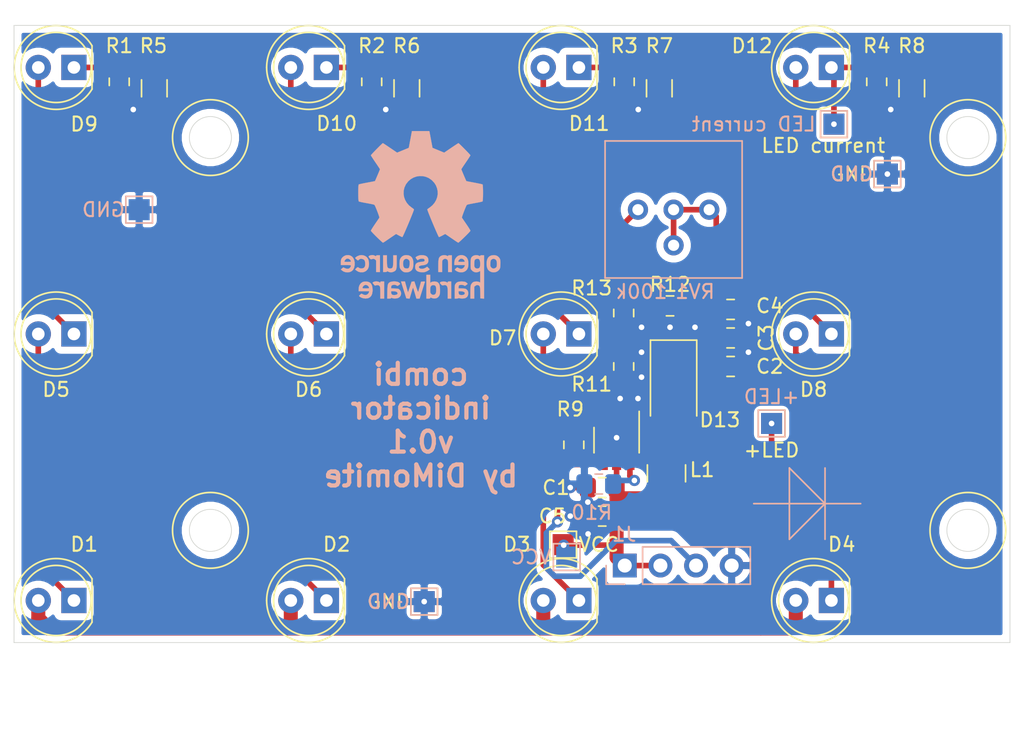
<source format=kicad_pcb>
(kicad_pcb (version 20171130) (host pcbnew "(5.1.6)-1")

  (general
    (thickness 1.6)
    (drawings 24)
    (tracks 167)
    (zones 0)
    (modules 47)
    (nets 21)
  )

  (page A4)
  (layers
    (0 F.Cu signal)
    (31 B.Cu signal)
    (32 B.Adhes user)
    (33 F.Adhes user)
    (34 B.Paste user)
    (35 F.Paste user)
    (36 B.SilkS user)
    (37 F.SilkS user)
    (38 B.Mask user)
    (39 F.Mask user)
    (40 Dwgs.User user)
    (41 Cmts.User user)
    (42 Eco1.User user)
    (43 Eco2.User user)
    (44 Edge.Cuts user)
    (45 Margin user)
    (46 B.CrtYd user)
    (47 F.CrtYd user)
    (48 B.Fab user)
    (49 F.Fab user)
  )

  (setup
    (last_trace_width 0.4)
    (user_trace_width 0.4)
    (user_trace_width 1)
    (trace_clearance 0.2)
    (zone_clearance 0.508)
    (zone_45_only no)
    (trace_min 0.2)
    (via_size 0.8)
    (via_drill 0.4)
    (via_min_size 0.4)
    (via_min_drill 0.3)
    (uvia_size 0.3)
    (uvia_drill 0.1)
    (uvias_allowed no)
    (uvia_min_size 0.2)
    (uvia_min_drill 0.1)
    (edge_width 0.05)
    (segment_width 0.2)
    (pcb_text_width 0.3)
    (pcb_text_size 1.5 1.5)
    (mod_edge_width 0.12)
    (mod_text_size 1 1)
    (mod_text_width 0.15)
    (pad_size 1.5 1.5)
    (pad_drill 0)
    (pad_to_mask_clearance 0.05)
    (aux_axis_origin 0 0)
    (grid_origin 100 100)
    (visible_elements 7FFFFFFF)
    (pcbplotparams
      (layerselection 0x010fc_ffffffff)
      (usegerberextensions false)
      (usegerberattributes true)
      (usegerberadvancedattributes true)
      (creategerberjobfile true)
      (excludeedgelayer true)
      (linewidth 0.100000)
      (plotframeref false)
      (viasonmask false)
      (mode 1)
      (useauxorigin false)
      (hpglpennumber 1)
      (hpglpenspeed 20)
      (hpglpendiameter 15.000000)
      (psnegative false)
      (psa4output false)
      (plotreference true)
      (plotvalue true)
      (plotinvisibletext false)
      (padsonsilk false)
      (subtractmaskfromsilk false)
      (outputformat 1)
      (mirror false)
      (drillshape 1)
      (scaleselection 1)
      (outputdirectory ""))
  )

  (net 0 "")
  (net 1 VCC)
  (net 2 "Net-(D1-Pad1)")
  (net 3 "Net-(D2-Pad1)")
  (net 4 "Net-(D3-Pad1)")
  (net 5 "Net-(D4-Pad1)")
  (net 6 GND)
  (net 7 /OPT_E)
  (net 8 VBUS)
  (net 9 "Net-(D5-Pad1)")
  (net 10 "Net-(D10-Pad2)")
  (net 11 "Net-(D11-Pad2)")
  (net 12 "Net-(D12-Pad2)")
  (net 13 "Net-(D9-Pad1)")
  (net 14 "Net-(D10-Pad1)")
  (net 15 "Net-(D11-Pad1)")
  (net 16 "Net-(R10-Pad1)")
  (net 17 /L)
  (net 18 /FB)
  (net 19 "Net-(R12-Pad2)")
  (net 20 /cur_test)

  (net_class Default "This is the default net class."
    (clearance 0.2)
    (trace_width 0.25)
    (via_dia 0.8)
    (via_drill 0.4)
    (uvia_dia 0.3)
    (uvia_drill 0.1)
    (add_net /FB)
    (add_net /L)
    (add_net /OPT_E)
    (add_net /cur_test)
    (add_net GND)
    (add_net "Net-(D1-Pad1)")
    (add_net "Net-(D10-Pad1)")
    (add_net "Net-(D10-Pad2)")
    (add_net "Net-(D11-Pad1)")
    (add_net "Net-(D11-Pad2)")
    (add_net "Net-(D12-Pad2)")
    (add_net "Net-(D2-Pad1)")
    (add_net "Net-(D3-Pad1)")
    (add_net "Net-(D4-Pad1)")
    (add_net "Net-(D5-Pad1)")
    (add_net "Net-(D9-Pad1)")
    (add_net "Net-(R10-Pad1)")
    (add_net "Net-(R12-Pad2)")
    (add_net VBUS)
    (add_net VCC)
  )

  (module TestPoint:TestPoint_Pad_1.5x1.5mm (layer F.Cu) (tedit 6075C595) (tstamp 6075F91C)
    (at 121.26 88.6)
    (descr "SMD rectangular pad as test Point, square 1.5mm side length")
    (tags "test point SMD pad rectangle square")
    (attr virtual)
    (fp_text reference GND (at -2.54 0) (layer F.SilkS)
      (effects (font (size 1 1) (thickness 0.15)))
    )
    (fp_text value TestPoint_Pad_1.5x1.5mm (at 0 1.75) (layer F.Fab) hide
      (effects (font (size 1 1) (thickness 0.15)))
    )
    (fp_line (start -0.95 -0.95) (end 0.95 -0.95) (layer F.SilkS) (width 0.12))
    (fp_line (start 0.95 -0.95) (end 0.95 0.95) (layer F.SilkS) (width 0.12))
    (fp_line (start 0.95 0.95) (end -0.95 0.95) (layer F.SilkS) (width 0.12))
    (fp_line (start -0.95 0.95) (end -0.95 -0.95) (layer F.SilkS) (width 0.12))
    (fp_line (start -1.25 -1.25) (end 1.25 -1.25) (layer F.CrtYd) (width 0.05))
    (fp_line (start -1.25 -1.25) (end -1.25 1.25) (layer F.CrtYd) (width 0.05))
    (fp_line (start 1.25 1.25) (end 1.25 -1.25) (layer F.CrtYd) (width 0.05))
    (fp_line (start 1.25 1.25) (end -1.25 1.25) (layer F.CrtYd) (width 0.05))
    (fp_text user %R (at 0 -1.65) (layer F.Fab) hide
      (effects (font (size 1 1) (thickness 0.15)))
    )
    (pad 1 smd rect (at 0 0) (size 1.5 1.5) (layers F.Cu F.Mask)
      (net 6 GND))
  )

  (module TestPoint:TestPoint_Pad_1.5x1.5mm (layer F.Cu) (tedit 6075C562) (tstamp 6075F5EC)
    (at 117.45 85.044)
    (descr "SMD rectangular pad as test Point, square 1.5mm side length")
    (tags "test point SMD pad rectangle square")
    (attr virtual)
    (fp_text reference "LED current" (at -0.762 1.524) (layer F.SilkS)
      (effects (font (size 1 1) (thickness 0.15)))
    )
    (fp_text value TestPoint_Pad_1.5x1.5mm (at 0 1.75) (layer F.Fab) hide
      (effects (font (size 1 1) (thickness 0.15)))
    )
    (fp_line (start -0.95 -0.95) (end 0.95 -0.95) (layer F.SilkS) (width 0.12))
    (fp_line (start 0.95 -0.95) (end 0.95 0.95) (layer F.SilkS) (width 0.12))
    (fp_line (start 0.95 0.95) (end -0.95 0.95) (layer F.SilkS) (width 0.12))
    (fp_line (start -0.95 0.95) (end -0.95 -0.95) (layer F.SilkS) (width 0.12))
    (fp_line (start -1.25 -1.25) (end 1.25 -1.25) (layer F.CrtYd) (width 0.05))
    (fp_line (start -1.25 -1.25) (end -1.25 1.25) (layer F.CrtYd) (width 0.05))
    (fp_line (start 1.25 1.25) (end 1.25 -1.25) (layer F.CrtYd) (width 0.05))
    (fp_line (start 1.25 1.25) (end -1.25 1.25) (layer F.CrtYd) (width 0.05))
    (fp_text user %R (at 0 -1.65) (layer F.Fab) hide
      (effects (font (size 1 1) (thickness 0.15)))
    )
    (pad 1 smd rect (at 0 0) (size 1.5 1.5) (layers F.Cu F.Mask)
      (net 20 /cur_test))
  )

  (module TestPoint:TestPoint_Pad_1.5x1.5mm (layer B.Cu) (tedit 6075C4EC) (tstamp 6075F3E0)
    (at 113.005 106.38)
    (descr "SMD rectangular pad as test Point, square 1.5mm side length")
    (tags "test point SMD pad rectangle square")
    (attr virtual)
    (fp_text reference +LED (at 0 -1.905) (layer B.SilkS)
      (effects (font (size 1 1) (thickness 0.15)) (justify mirror))
    )
    (fp_text value TestPoint_Pad_1.5x1.5mm (at 0 -1.75) (layer B.Fab) hide
      (effects (font (size 1 1) (thickness 0.15)) (justify mirror))
    )
    (fp_line (start -0.95 0.95) (end 0.95 0.95) (layer B.SilkS) (width 0.12))
    (fp_line (start 0.95 0.95) (end 0.95 -0.95) (layer B.SilkS) (width 0.12))
    (fp_line (start 0.95 -0.95) (end -0.95 -0.95) (layer B.SilkS) (width 0.12))
    (fp_line (start -0.95 -0.95) (end -0.95 0.95) (layer B.SilkS) (width 0.12))
    (fp_line (start -1.25 1.25) (end 1.25 1.25) (layer B.CrtYd) (width 0.05))
    (fp_line (start -1.25 1.25) (end -1.25 -1.25) (layer B.CrtYd) (width 0.05))
    (fp_line (start 1.25 -1.25) (end 1.25 1.25) (layer B.CrtYd) (width 0.05))
    (fp_line (start 1.25 -1.25) (end -1.25 -1.25) (layer B.CrtYd) (width 0.05))
    (fp_text user %R (at 0 1.65) (layer B.Fab) hide
      (effects (font (size 1 1) (thickness 0.15)) (justify mirror))
    )
    (pad 1 smd rect (at 0 0) (size 1.5 1.5) (layers B.Cu B.Mask)
      (net 8 VBUS))
  )

  (module TestPoint:TestPoint_Pad_1.5x1.5mm (layer B.Cu) (tedit 6075C486) (tstamp 6075F2FC)
    (at 117.45 85.044)
    (descr "SMD rectangular pad as test Point, square 1.5mm side length")
    (tags "test point SMD pad rectangle square")
    (attr virtual)
    (fp_text reference "LED current" (at -5.715 0) (layer B.SilkS)
      (effects (font (size 1 1) (thickness 0.15)) (justify mirror))
    )
    (fp_text value TestPoint_Pad_1.5x1.5mm (at 0 -1.75) (layer B.Fab) hide
      (effects (font (size 1 1) (thickness 0.15)) (justify mirror))
    )
    (fp_line (start -0.95 0.95) (end 0.95 0.95) (layer B.SilkS) (width 0.12))
    (fp_line (start 0.95 0.95) (end 0.95 -0.95) (layer B.SilkS) (width 0.12))
    (fp_line (start 0.95 -0.95) (end -0.95 -0.95) (layer B.SilkS) (width 0.12))
    (fp_line (start -0.95 -0.95) (end -0.95 0.95) (layer B.SilkS) (width 0.12))
    (fp_line (start -1.25 1.25) (end 1.25 1.25) (layer B.CrtYd) (width 0.05))
    (fp_line (start -1.25 1.25) (end -1.25 -1.25) (layer B.CrtYd) (width 0.05))
    (fp_line (start 1.25 -1.25) (end 1.25 1.25) (layer B.CrtYd) (width 0.05))
    (fp_line (start 1.25 -1.25) (end -1.25 -1.25) (layer B.CrtYd) (width 0.05))
    (fp_text user %R (at 0 1.65) (layer B.Fab) hide
      (effects (font (size 1 1) (thickness 0.15)) (justify mirror))
    )
    (pad 1 smd rect (at 0 0) (size 1.5 1.5) (layers B.Cu B.Mask)
      (net 20 /cur_test))
  )

  (module TestPoint:TestPoint_Pad_1.5x1.5mm (layer F.Cu) (tedit 6075C3FC) (tstamp 6075E3E5)
    (at 113.005 106.38)
    (descr "SMD rectangular pad as test Point, square 1.5mm side length")
    (tags "test point SMD pad rectangle square")
    (attr virtual)
    (fp_text reference +LED (at 0 1.905) (layer F.SilkS)
      (effects (font (size 1 1) (thickness 0.15)))
    )
    (fp_text value TestPoint_Pad_1.5x1.5mm (at 0 1.75) (layer F.Fab) hide
      (effects (font (size 1 1) (thickness 0.15)))
    )
    (fp_line (start -0.95 -0.95) (end 0.95 -0.95) (layer F.SilkS) (width 0.12))
    (fp_line (start 0.95 -0.95) (end 0.95 0.95) (layer F.SilkS) (width 0.12))
    (fp_line (start 0.95 0.95) (end -0.95 0.95) (layer F.SilkS) (width 0.12))
    (fp_line (start -0.95 0.95) (end -0.95 -0.95) (layer F.SilkS) (width 0.12))
    (fp_line (start -1.25 -1.25) (end 1.25 -1.25) (layer F.CrtYd) (width 0.05))
    (fp_line (start -1.25 -1.25) (end -1.25 1.25) (layer F.CrtYd) (width 0.05))
    (fp_line (start 1.25 1.25) (end 1.25 -1.25) (layer F.CrtYd) (width 0.05))
    (fp_line (start 1.25 1.25) (end -1.25 1.25) (layer F.CrtYd) (width 0.05))
    (fp_text user %R (at 0 -1.65) (layer F.Fab) hide
      (effects (font (size 1 1) (thickness 0.15)))
    )
    (pad 1 smd rect (at 0 0) (size 1.5 1.5) (layers F.Cu F.Mask)
      (net 8 VBUS))
  )

  (module TestPoint:TestPoint_Pad_1.5x1.5mm (layer F.Cu) (tedit 6075C3CC) (tstamp 6075E28A)
    (at 88.24 119.08)
    (descr "SMD rectangular pad as test Point, square 1.5mm side length")
    (tags "test point SMD pad rectangle square")
    (attr virtual)
    (fp_text reference GND (at -2.54 0) (layer F.SilkS)
      (effects (font (size 1 1) (thickness 0.15)))
    )
    (fp_text value TestPoint_Pad_1.5x1.5mm (at 0 1.75) (layer F.Fab) hide
      (effects (font (size 1 1) (thickness 0.15)))
    )
    (fp_line (start -0.95 -0.95) (end 0.95 -0.95) (layer F.SilkS) (width 0.12))
    (fp_line (start 0.95 -0.95) (end 0.95 0.95) (layer F.SilkS) (width 0.12))
    (fp_line (start 0.95 0.95) (end -0.95 0.95) (layer F.SilkS) (width 0.12))
    (fp_line (start -0.95 0.95) (end -0.95 -0.95) (layer F.SilkS) (width 0.12))
    (fp_line (start -1.25 -1.25) (end 1.25 -1.25) (layer F.CrtYd) (width 0.05))
    (fp_line (start -1.25 -1.25) (end -1.25 1.25) (layer F.CrtYd) (width 0.05))
    (fp_line (start 1.25 1.25) (end 1.25 -1.25) (layer F.CrtYd) (width 0.05))
    (fp_line (start 1.25 1.25) (end -1.25 1.25) (layer F.CrtYd) (width 0.05))
    (fp_text user %R (at 0 -1.65) (layer F.Fab) hide
      (effects (font (size 1 1) (thickness 0.15)))
    )
    (pad 1 smd rect (at 0 0) (size 1.5 1.5) (layers F.Cu F.Mask)
      (net 6 GND))
  )

  (module TestPoint:TestPoint_Pad_1.5x1.5mm (layer F.Cu) (tedit 6075C395) (tstamp 6075E002)
    (at 98.146 115.016)
    (descr "SMD rectangular pad as test Point, square 1.5mm side length")
    (tags "test point SMD pad rectangle square")
    (attr virtual)
    (fp_text reference VCC (at 2.54 0) (layer F.SilkS)
      (effects (font (size 1 1) (thickness 0.15)))
    )
    (fp_text value TestPoint_Pad_1.5x1.5mm (at 0 1.75) (layer F.Fab) hide
      (effects (font (size 1 1) (thickness 0.15)))
    )
    (fp_line (start -0.95 -0.95) (end 0.95 -0.95) (layer F.SilkS) (width 0.12))
    (fp_line (start 0.95 -0.95) (end 0.95 0.95) (layer F.SilkS) (width 0.12))
    (fp_line (start 0.95 0.95) (end -0.95 0.95) (layer F.SilkS) (width 0.12))
    (fp_line (start -0.95 0.95) (end -0.95 -0.95) (layer F.SilkS) (width 0.12))
    (fp_line (start -1.25 -1.25) (end 1.25 -1.25) (layer F.CrtYd) (width 0.05))
    (fp_line (start -1.25 -1.25) (end -1.25 1.25) (layer F.CrtYd) (width 0.05))
    (fp_line (start 1.25 1.25) (end 1.25 -1.25) (layer F.CrtYd) (width 0.05))
    (fp_line (start 1.25 1.25) (end -1.25 1.25) (layer F.CrtYd) (width 0.05))
    (fp_text user %R (at 0 -1.65) (layer F.Fab) hide
      (effects (font (size 1 1) (thickness 0.15)))
    )
    (pad 1 smd rect (at 0 0) (size 1.5 1.5) (layers F.Cu F.Mask)
      (net 1 VCC))
  )

  (module TestPoint:TestPoint_Pad_1.5x1.5mm (layer B.Cu) (tedit 6075C34A) (tstamp 6075DC4B)
    (at 98.4 115.905)
    (descr "SMD rectangular pad as test Point, square 1.5mm side length")
    (tags "test point SMD pad rectangle square")
    (attr virtual)
    (fp_text reference VCC (at -2.54 0) (layer B.SilkS)
      (effects (font (size 1 1) (thickness 0.15)) (justify mirror))
    )
    (fp_text value TestPoint_Pad_1.5x1.5mm (at 0 -1.75) (layer B.Fab) hide
      (effects (font (size 1 1) (thickness 0.15)) (justify mirror))
    )
    (fp_line (start -0.95 0.95) (end 0.95 0.95) (layer B.SilkS) (width 0.12))
    (fp_line (start 0.95 0.95) (end 0.95 -0.95) (layer B.SilkS) (width 0.12))
    (fp_line (start 0.95 -0.95) (end -0.95 -0.95) (layer B.SilkS) (width 0.12))
    (fp_line (start -0.95 -0.95) (end -0.95 0.95) (layer B.SilkS) (width 0.12))
    (fp_line (start -1.25 1.25) (end 1.25 1.25) (layer B.CrtYd) (width 0.05))
    (fp_line (start -1.25 1.25) (end -1.25 -1.25) (layer B.CrtYd) (width 0.05))
    (fp_line (start 1.25 -1.25) (end 1.25 1.25) (layer B.CrtYd) (width 0.05))
    (fp_line (start 1.25 -1.25) (end -1.25 -1.25) (layer B.CrtYd) (width 0.05))
    (fp_text user %R (at 0 1.65) (layer B.Fab) hide
      (effects (font (size 1 1) (thickness 0.15)) (justify mirror))
    )
    (pad 1 smd rect (at 0 0) (size 1.5 1.5) (layers B.Cu B.Mask)
      (net 1 VCC))
  )

  (module TestPoint:TestPoint_Pad_1.5x1.5mm (layer B.Cu) (tedit 6075C31C) (tstamp 6075DC4B)
    (at 88.24 119.08)
    (descr "SMD rectangular pad as test Point, square 1.5mm side length")
    (tags "test point SMD pad rectangle square")
    (attr virtual)
    (fp_text reference GND (at -2.54 0) (layer B.SilkS)
      (effects (font (size 1 1) (thickness 0.15)) (justify mirror))
    )
    (fp_text value TestPoint_Pad_1.5x1.5mm (at 0 -1.75) (layer B.Fab) hide
      (effects (font (size 1 1) (thickness 0.15)) (justify mirror))
    )
    (fp_line (start -0.95 0.95) (end 0.95 0.95) (layer B.SilkS) (width 0.12))
    (fp_line (start 0.95 0.95) (end 0.95 -0.95) (layer B.SilkS) (width 0.12))
    (fp_line (start 0.95 -0.95) (end -0.95 -0.95) (layer B.SilkS) (width 0.12))
    (fp_line (start -0.95 -0.95) (end -0.95 0.95) (layer B.SilkS) (width 0.12))
    (fp_line (start -1.25 1.25) (end 1.25 1.25) (layer B.CrtYd) (width 0.05))
    (fp_line (start -1.25 1.25) (end -1.25 -1.25) (layer B.CrtYd) (width 0.05))
    (fp_line (start 1.25 -1.25) (end 1.25 1.25) (layer B.CrtYd) (width 0.05))
    (fp_line (start 1.25 -1.25) (end -1.25 -1.25) (layer B.CrtYd) (width 0.05))
    (fp_text user %R (at 0 1.65) (layer B.Fab) hide
      (effects (font (size 1 1) (thickness 0.15)) (justify mirror))
    )
    (pad 1 smd rect (at 0 0) (size 1.5 1.5) (layers B.Cu B.Mask)
      (net 6 GND))
  )

  (module TestPoint:TestPoint_Pad_1.5x1.5mm (layer B.Cu) (tedit 6075C301) (tstamp 6075DB2D)
    (at 67.92 91.14)
    (descr "SMD rectangular pad as test Point, square 1.5mm side length")
    (tags "test point SMD pad rectangle square")
    (attr virtual)
    (fp_text reference GND (at -2.54 0) (layer B.SilkS)
      (effects (font (size 1 1) (thickness 0.15)) (justify mirror))
    )
    (fp_text value TestPoint_Pad_1.5x1.5mm (at 0 -1.75) (layer B.Fab) hide
      (effects (font (size 1 1) (thickness 0.15)) (justify mirror))
    )
    (fp_line (start -0.95 0.95) (end 0.95 0.95) (layer B.SilkS) (width 0.12))
    (fp_line (start 0.95 0.95) (end 0.95 -0.95) (layer B.SilkS) (width 0.12))
    (fp_line (start 0.95 -0.95) (end -0.95 -0.95) (layer B.SilkS) (width 0.12))
    (fp_line (start -0.95 -0.95) (end -0.95 0.95) (layer B.SilkS) (width 0.12))
    (fp_line (start -1.25 1.25) (end 1.25 1.25) (layer B.CrtYd) (width 0.05))
    (fp_line (start -1.25 1.25) (end -1.25 -1.25) (layer B.CrtYd) (width 0.05))
    (fp_line (start 1.25 -1.25) (end 1.25 1.25) (layer B.CrtYd) (width 0.05))
    (fp_line (start 1.25 -1.25) (end -1.25 -1.25) (layer B.CrtYd) (width 0.05))
    (fp_text user %R (at 0 1.65) (layer B.Fab) hide
      (effects (font (size 1 1) (thickness 0.15)) (justify mirror))
    )
    (pad 1 smd rect (at 0 0) (size 1.5 1.5) (layers B.Cu B.Mask)
      (net 6 GND))
  )

  (module TestPoint:TestPoint_Pad_1.5x1.5mm (layer B.Cu) (tedit 6075C2C4) (tstamp 6075D8CB)
    (at 121.26 88.6)
    (descr "SMD rectangular pad as test Point, square 1.5mm side length")
    (tags "test point SMD pad rectangle square")
    (attr virtual)
    (fp_text reference GND (at -2.54 0) (layer B.SilkS)
      (effects (font (size 1 1) (thickness 0.15)) (justify mirror))
    )
    (fp_text value TestPoint_Pad_1.5x1.5mm (at 0 -1.75) (layer B.Fab) hide
      (effects (font (size 1 1) (thickness 0.15)) (justify mirror))
    )
    (fp_line (start -0.95 0.95) (end 0.95 0.95) (layer B.SilkS) (width 0.12))
    (fp_line (start 0.95 0.95) (end 0.95 -0.95) (layer B.SilkS) (width 0.12))
    (fp_line (start 0.95 -0.95) (end -0.95 -0.95) (layer B.SilkS) (width 0.12))
    (fp_line (start -0.95 -0.95) (end -0.95 0.95) (layer B.SilkS) (width 0.12))
    (fp_line (start -1.25 1.25) (end 1.25 1.25) (layer B.CrtYd) (width 0.05))
    (fp_line (start -1.25 1.25) (end -1.25 -1.25) (layer B.CrtYd) (width 0.05))
    (fp_line (start 1.25 -1.25) (end 1.25 1.25) (layer B.CrtYd) (width 0.05))
    (fp_line (start 1.25 -1.25) (end -1.25 -1.25) (layer B.CrtYd) (width 0.05))
    (fp_text user %R (at 0 1.65) (layer B.Fab) hide
      (effects (font (size 1 1) (thickness 0.15)) (justify mirror))
    )
    (pad 1 smd rect (at 0 0) (size 1.5 1.5) (layers B.Cu B.Mask)
      (net 6 GND))
  )

  (module Resistor_SMD:R_0805_2012Metric_Pad1.15x1.40mm_HandSolder (layer F.Cu) (tedit 5B36C52B) (tstamp 60756708)
    (at 102.464 98.506 270)
    (descr "Resistor SMD 0805 (2012 Metric), square (rectangular) end terminal, IPC_7351 nominal with elongated pad for handsoldering. (Body size source: https://docs.google.com/spreadsheets/d/1BsfQQcO9C6DZCsRaXUlFlo91Tg2WpOkGARC1WS5S8t0/edit?usp=sharing), generated with kicad-footprint-generator")
    (tags "resistor handsolder")
    (path /608095AB)
    (attr smd)
    (fp_text reference R13 (at -1.778 2.286 180) (layer F.SilkS)
      (effects (font (size 1 1) (thickness 0.15)))
    )
    (fp_text value "82.5k 1%" (at 0 1.65 90) (layer F.Fab)
      (effects (font (size 1 1) (thickness 0.15)))
    )
    (fp_line (start 1.85 0.95) (end -1.85 0.95) (layer F.CrtYd) (width 0.05))
    (fp_line (start 1.85 -0.95) (end 1.85 0.95) (layer F.CrtYd) (width 0.05))
    (fp_line (start -1.85 -0.95) (end 1.85 -0.95) (layer F.CrtYd) (width 0.05))
    (fp_line (start -1.85 0.95) (end -1.85 -0.95) (layer F.CrtYd) (width 0.05))
    (fp_line (start -0.261252 0.71) (end 0.261252 0.71) (layer F.SilkS) (width 0.12))
    (fp_line (start -0.261252 -0.71) (end 0.261252 -0.71) (layer F.SilkS) (width 0.12))
    (fp_line (start 1 0.6) (end -1 0.6) (layer F.Fab) (width 0.1))
    (fp_line (start 1 -0.6) (end 1 0.6) (layer F.Fab) (width 0.1))
    (fp_line (start -1 -0.6) (end 1 -0.6) (layer F.Fab) (width 0.1))
    (fp_line (start -1 0.6) (end -1 -0.6) (layer F.Fab) (width 0.1))
    (fp_text user %R (at 0 0 90) (layer F.Fab)
      (effects (font (size 0.5 0.5) (thickness 0.08)))
    )
    (pad 2 smd roundrect (at 1.025 0 270) (size 1.15 1.4) (layers F.Cu F.Paste F.Mask) (roundrect_rratio 0.217391)
      (net 18 /FB))
    (pad 1 smd roundrect (at -1.025 0 270) (size 1.15 1.4) (layers F.Cu F.Paste F.Mask) (roundrect_rratio 0.217391)
      (net 19 "Net-(R12-Pad2)"))
    (model ${KISYS3DMOD}/Resistor_SMD.3dshapes/R_0805_2012Metric.wrl
      (at (xyz 0 0 0))
      (scale (xyz 1 1 1))
      (rotate (xyz 0 0 0))
    )
  )

  (module Resistor_SMD:R_0805_2012Metric_Pad1.15x1.40mm_HandSolder (layer F.Cu) (tedit 5B36C52B) (tstamp 6074C1A3)
    (at 100.931 110.952)
    (descr "Resistor SMD 0805 (2012 Metric), square (rectangular) end terminal, IPC_7351 nominal with elongated pad for handsoldering. (Body size source: https://docs.google.com/spreadsheets/d/1BsfQQcO9C6DZCsRaXUlFlo91Tg2WpOkGARC1WS5S8t0/edit?usp=sharing), generated with kicad-footprint-generator")
    (tags "resistor handsolder")
    (path /607916EF)
    (attr smd)
    (fp_text reference C1 (at -3.293 0) (layer F.SilkS)
      (effects (font (size 1 1) (thickness 0.15)))
    )
    (fp_text value 0.1uF (at 0 1.65) (layer F.Fab)
      (effects (font (size 1 1) (thickness 0.15)))
    )
    (fp_line (start 1.85 0.95) (end -1.85 0.95) (layer F.CrtYd) (width 0.05))
    (fp_line (start 1.85 -0.95) (end 1.85 0.95) (layer F.CrtYd) (width 0.05))
    (fp_line (start -1.85 -0.95) (end 1.85 -0.95) (layer F.CrtYd) (width 0.05))
    (fp_line (start -1.85 0.95) (end -1.85 -0.95) (layer F.CrtYd) (width 0.05))
    (fp_line (start -0.261252 0.71) (end 0.261252 0.71) (layer F.SilkS) (width 0.12))
    (fp_line (start -0.261252 -0.71) (end 0.261252 -0.71) (layer F.SilkS) (width 0.12))
    (fp_line (start 1 0.6) (end -1 0.6) (layer F.Fab) (width 0.1))
    (fp_line (start 1 -0.6) (end 1 0.6) (layer F.Fab) (width 0.1))
    (fp_line (start -1 -0.6) (end 1 -0.6) (layer F.Fab) (width 0.1))
    (fp_line (start -1 0.6) (end -1 -0.6) (layer F.Fab) (width 0.1))
    (fp_text user %R (at 0 0) (layer F.Fab)
      (effects (font (size 0.5 0.5) (thickness 0.08)))
    )
    (pad 2 smd roundrect (at 1.025 0) (size 1.15 1.4) (layers F.Cu F.Paste F.Mask) (roundrect_rratio 0.217391)
      (net 1 VCC))
    (pad 1 smd roundrect (at -1.025 0) (size 1.15 1.4) (layers F.Cu F.Paste F.Mask) (roundrect_rratio 0.217391)
      (net 6 GND))
    (model ${KISYS3DMOD}/Resistor_SMD.3dshapes/R_0805_2012Metric.wrl
      (at (xyz 0 0 0))
      (scale (xyz 1 1 1))
      (rotate (xyz 0 0 0))
    )
  )

  (module Symbol:OSHW-Logo_11.4x12mm_SilkScreen (layer B.Cu) (tedit 0) (tstamp 60754454)
    (at 88 91.5 180)
    (descr "Open Source Hardware Logo")
    (tags "Logo OSHW")
    (attr virtual)
    (fp_text reference REF** (at 0 0) (layer B.SilkS) hide
      (effects (font (size 1 1) (thickness 0.15)) (justify mirror))
    )
    (fp_text value OSHW-Logo_11.4x12mm_SilkScreen (at 0.75 0) (layer B.Fab) hide
      (effects (font (size 1 1) (thickness 0.15)) (justify mirror))
    )
    (fp_poly (pts (xy 0.746535 5.366828) (xy 0.859117 4.769637) (xy 1.274531 4.59839) (xy 1.689944 4.427143)
      (xy 2.188302 4.766022) (xy 2.327868 4.860378) (xy 2.454028 4.944625) (xy 2.560895 5.014917)
      (xy 2.642582 5.067408) (xy 2.693201 5.098251) (xy 2.706986 5.104902) (xy 2.73182 5.087797)
      (xy 2.784888 5.040511) (xy 2.86024 4.969083) (xy 2.951929 4.879555) (xy 3.054007 4.777966)
      (xy 3.160526 4.670357) (xy 3.265536 4.562768) (xy 3.363091 4.46124) (xy 3.447242 4.371814)
      (xy 3.51204 4.300529) (xy 3.551538 4.253427) (xy 3.56098 4.237663) (xy 3.547391 4.208602)
      (xy 3.509293 4.144934) (xy 3.450694 4.052888) (xy 3.375597 3.938691) (xy 3.288009 3.808571)
      (xy 3.237254 3.734354) (xy 3.144745 3.598833) (xy 3.06254 3.476539) (xy 2.99463 3.37356)
      (xy 2.945 3.295982) (xy 2.91764 3.249894) (xy 2.913529 3.240208) (xy 2.922849 3.212681)
      (xy 2.948254 3.148527) (xy 2.985911 3.056765) (xy 3.031986 2.946416) (xy 3.082646 2.8265)
      (xy 3.134059 2.706036) (xy 3.182389 2.594046) (xy 3.223806 2.499548) (xy 3.254474 2.431563)
      (xy 3.270562 2.399112) (xy 3.271511 2.397835) (xy 3.296772 2.391638) (xy 3.364046 2.377815)
      (xy 3.46636 2.357723) (xy 3.596741 2.332721) (xy 3.748216 2.304169) (xy 3.836594 2.287704)
      (xy 3.998452 2.256886) (xy 4.144649 2.227561) (xy 4.267787 2.201334) (xy 4.360469 2.179809)
      (xy 4.415301 2.16459) (xy 4.426323 2.159762) (xy 4.437119 2.127081) (xy 4.445829 2.05327)
      (xy 4.45246 1.946963) (xy 4.457018 1.816788) (xy 4.459509 1.671379) (xy 4.459938 1.519365)
      (xy 4.458311 1.369378) (xy 4.454635 1.230049) (xy 4.448915 1.11001) (xy 4.441158 1.01789)
      (xy 4.431368 0.962323) (xy 4.425496 0.950755) (xy 4.390399 0.93689) (xy 4.316028 0.917067)
      (xy 4.212223 0.893616) (xy 4.088819 0.868864) (xy 4.045741 0.860857) (xy 3.838047 0.822814)
      (xy 3.673984 0.792176) (xy 3.54813 0.767726) (xy 3.455065 0.748246) (xy 3.389367 0.732519)
      (xy 3.345617 0.719327) (xy 3.318392 0.707451) (xy 3.302272 0.695675) (xy 3.300017 0.693347)
      (xy 3.277503 0.655855) (xy 3.243158 0.58289) (xy 3.200411 0.483388) (xy 3.152692 0.366282)
      (xy 3.10343 0.240507) (xy 3.056055 0.114998) (xy 3.013995 -0.00131) (xy 2.98068 -0.099484)
      (xy 2.959541 -0.170588) (xy 2.954005 -0.205687) (xy 2.954466 -0.206917) (xy 2.973223 -0.235606)
      (xy 3.015776 -0.29873) (xy 3.077653 -0.389718) (xy 3.154382 -0.502) (xy 3.241491 -0.629005)
      (xy 3.266299 -0.665098) (xy 3.354753 -0.795948) (xy 3.432588 -0.915336) (xy 3.495566 -1.016407)
      (xy 3.539445 -1.092304) (xy 3.559985 -1.136172) (xy 3.56098 -1.141562) (xy 3.543722 -1.169889)
      (xy 3.496036 -1.226006) (xy 3.42405 -1.303882) (xy 3.333897 -1.397485) (xy 3.231705 -1.500786)
      (xy 3.123606 -1.607751) (xy 3.015728 -1.712351) (xy 2.914204 -1.808554) (xy 2.825162 -1.890329)
      (xy 2.754733 -1.951645) (xy 2.709047 -1.986471) (xy 2.696409 -1.992157) (xy 2.666991 -1.978765)
      (xy 2.606761 -1.942644) (xy 2.52553 -1.889881) (xy 2.46303 -1.847412) (xy 2.349785 -1.769485)
      (xy 2.215674 -1.677729) (xy 2.081155 -1.58612) (xy 2.008833 -1.537091) (xy 1.764038 -1.371515)
      (xy 1.558551 -1.48262) (xy 1.464936 -1.531293) (xy 1.38533 -1.569126) (xy 1.331467 -1.590703)
      (xy 1.317757 -1.593706) (xy 1.30127 -1.571538) (xy 1.268745 -1.508894) (xy 1.222609 -1.411554)
      (xy 1.16529 -1.285294) (xy 1.099216 -1.135895) (xy 1.026815 -0.969133) (xy 0.950516 -0.790787)
      (xy 0.872746 -0.606636) (xy 0.795934 -0.422457) (xy 0.722506 -0.24403) (xy 0.654892 -0.077132)
      (xy 0.59552 0.072458) (xy 0.546816 0.198962) (xy 0.51121 0.296601) (xy 0.49113 0.359598)
      (xy 0.4879 0.381234) (xy 0.513496 0.408831) (xy 0.569539 0.45363) (xy 0.644311 0.506321)
      (xy 0.650587 0.51049) (xy 0.843845 0.665186) (xy 0.999674 0.845664) (xy 1.116724 1.046153)
      (xy 1.193645 1.260881) (xy 1.229086 1.484078) (xy 1.221697 1.709974) (xy 1.170127 1.932796)
      (xy 1.073026 2.146776) (xy 1.044458 2.193591) (xy 0.895868 2.382637) (xy 0.720327 2.534443)
      (xy 0.52391 2.648221) (xy 0.312693 2.72318) (xy 0.092753 2.758533) (xy -0.129837 2.753488)
      (xy -0.348999 2.707256) (xy -0.558658 2.619049) (xy -0.752739 2.488076) (xy -0.812774 2.434918)
      (xy -0.965565 2.268516) (xy -1.076903 2.093343) (xy -1.153277 1.896989) (xy -1.195813 1.702538)
      (xy -1.206314 1.483913) (xy -1.171299 1.264203) (xy -1.094327 1.050835) (xy -0.978953 0.851233)
      (xy -0.828734 0.672826) (xy -0.647227 0.523038) (xy -0.623373 0.507249) (xy -0.547799 0.455543)
      (xy -0.490349 0.410743) (xy -0.462883 0.382138) (xy -0.462483 0.381234) (xy -0.46838 0.350291)
      (xy -0.491755 0.280064) (xy -0.530179 0.17633) (xy -0.581223 0.044865) (xy -0.642458 -0.108552)
      (xy -0.711456 -0.278146) (xy -0.785786 -0.458138) (xy -0.863022 -0.642753) (xy -0.940732 -0.826213)
      (xy -1.016489 -1.002741) (xy -1.087863 -1.166559) (xy -1.152426 -1.311892) (xy -1.207748 -1.432962)
      (xy -1.2514 -1.523992) (xy -1.280954 -1.579205) (xy -1.292856 -1.593706) (xy -1.329223 -1.582414)
      (xy -1.39727 -1.55213) (xy -1.485263 -1.508265) (xy -1.533649 -1.48262) (xy -1.739137 -1.371515)
      (xy -1.983932 -1.537091) (xy -2.108894 -1.621915) (xy -2.245705 -1.715261) (xy -2.373911 -1.803153)
      (xy -2.438129 -1.847412) (xy -2.528449 -1.908063) (xy -2.604929 -1.956126) (xy -2.657593 -1.985515)
      (xy -2.674698 -1.991727) (xy -2.699595 -1.974968) (xy -2.754695 -1.928181) (xy -2.834657 -1.856225)
      (xy -2.934139 -1.763957) (xy -3.0478 -1.656235) (xy -3.119685 -1.587071) (xy -3.245449 -1.463502)
      (xy -3.354137 -1.352979) (xy -3.441355 -1.26023) (xy -3.502711 -1.189982) (xy -3.533809 -1.146965)
      (xy -3.536792 -1.138235) (xy -3.522947 -1.105029) (xy -3.484688 -1.037887) (xy -3.426258 -0.943608)
      (xy -3.351903 -0.82899) (xy -3.265865 -0.700828) (xy -3.241397 -0.665098) (xy -3.152245 -0.535234)
      (xy -3.072262 -0.418314) (xy -3.00592 -0.320907) (xy -2.957689 -0.249584) (xy -2.932043 -0.210915)
      (xy -2.929565 -0.206917) (xy -2.933271 -0.1761) (xy -2.952939 -0.108344) (xy -2.98514 -0.012584)
      (xy -3.026445 0.102246) (xy -3.073425 0.227211) (xy -3.122651 0.353376) (xy -3.170692 0.471807)
      (xy -3.214119 0.57357) (xy -3.249504 0.649729) (xy -3.273416 0.691351) (xy -3.275116 0.693347)
      (xy -3.289738 0.705242) (xy -3.314435 0.717005) (xy -3.354628 0.729854) (xy -3.415737 0.745006)
      (xy -3.503183 0.763679) (xy -3.622388 0.78709) (xy -3.778773 0.816458) (xy -3.977757 0.853)
      (xy -4.02084 0.860857) (xy -4.148529 0.885528) (xy -4.259847 0.909662) (xy -4.344955 0.930931)
      (xy -4.394017 0.947007) (xy -4.400595 0.950755) (xy -4.411436 0.983982) (xy -4.420247 1.058234)
      (xy -4.427024 1.164879) (xy -4.43176 1.295288) (xy -4.43445 1.440828) (xy -4.435087 1.592869)
      (xy -4.433666 1.742779) (xy -4.43018 1.881927) (xy -4.424624 2.001683) (xy -4.416992 2.093414)
      (xy -4.407278 2.148489) (xy -4.401422 2.159762) (xy -4.36882 2.171132) (xy -4.294582 2.189631)
      (xy -4.186104 2.213653) (xy -4.050783 2.241593) (xy -3.896015 2.271847) (xy -3.811692 2.287704)
      (xy -3.651704 2.317611) (xy -3.509033 2.344705) (xy -3.390652 2.367624) (xy -3.303535 2.385012)
      (xy -3.254655 2.395508) (xy -3.24661 2.397835) (xy -3.233013 2.424069) (xy -3.204271 2.48726)
      (xy -3.164215 2.578378) (xy -3.116676 2.688398) (xy -3.065485 2.80829) (xy -3.014474 2.929028)
      (xy -2.967474 3.041584) (xy -2.928316 3.136929) (xy -2.900831 3.206038) (xy -2.888851 3.239881)
      (xy -2.888628 3.24136) (xy -2.902209 3.268058) (xy -2.940285 3.329495) (xy -2.998853 3.419566)
      (xy -3.073912 3.532165) (xy -3.16146 3.661185) (xy -3.212353 3.735294) (xy -3.305091 3.871178)
      (xy -3.387459 3.994546) (xy -3.455439 4.099158) (xy -3.505012 4.178772) (xy -3.532158 4.227148)
      (xy -3.536079 4.237993) (xy -3.519225 4.263235) (xy -3.472632 4.317131) (xy -3.402251 4.393642)
      (xy -3.314035 4.486732) (xy -3.213935 4.59036) (xy -3.107902 4.698491) (xy -3.001889 4.805085)
      (xy -2.901848 4.904105) (xy -2.81373 4.989513) (xy -2.743487 5.05527) (xy -2.697072 5.095339)
      (xy -2.681544 5.104902) (xy -2.656261 5.091455) (xy -2.595789 5.05368) (xy -2.506008 4.99542)
      (xy -2.392797 4.920521) (xy -2.262036 4.83283) (xy -2.1634 4.766022) (xy -1.665043 4.427143)
      (xy -1.249629 4.59839) (xy -0.834216 4.769637) (xy -0.721634 5.366828) (xy -0.609051 5.96402)
      (xy 0.633952 5.96402) (xy 0.746535 5.366828)) (layer B.SilkS) (width 0.01))
    (fp_poly (pts (xy 3.563637 -2.887472) (xy 3.64929 -2.913641) (xy 3.704437 -2.946707) (xy 3.722401 -2.972855)
      (xy 3.717457 -3.003852) (xy 3.685372 -3.052547) (xy 3.658243 -3.087035) (xy 3.602317 -3.149383)
      (xy 3.560299 -3.175615) (xy 3.52448 -3.173903) (xy 3.418224 -3.146863) (xy 3.340189 -3.148091)
      (xy 3.27682 -3.178735) (xy 3.255546 -3.19667) (xy 3.187451 -3.259779) (xy 3.187451 -4.083922)
      (xy 2.913529 -4.083922) (xy 2.913529 -2.888628) (xy 3.05049 -2.888628) (xy 3.132719 -2.891879)
      (xy 3.175144 -2.903426) (xy 3.187445 -2.925952) (xy 3.187451 -2.92662) (xy 3.19326 -2.950215)
      (xy 3.219531 -2.947138) (xy 3.255931 -2.930115) (xy 3.331111 -2.898439) (xy 3.392158 -2.879381)
      (xy 3.470708 -2.874496) (xy 3.563637 -2.887472)) (layer B.SilkS) (width 0.01))
    (fp_poly (pts (xy -1.49324 -2.909199) (xy -1.431264 -2.938802) (xy -1.371241 -2.981561) (xy -1.325514 -3.030775)
      (xy -1.292207 -3.093544) (xy -1.269445 -3.176971) (xy -1.255353 -3.288159) (xy -1.248058 -3.434209)
      (xy -1.245682 -3.622223) (xy -1.245645 -3.641912) (xy -1.245098 -4.083922) (xy -1.51902 -4.083922)
      (xy -1.51902 -3.676435) (xy -1.519215 -3.525471) (xy -1.520564 -3.416056) (xy -1.524212 -3.339933)
      (xy -1.531304 -3.288848) (xy -1.542987 -3.254545) (xy -1.560406 -3.228768) (xy -1.584671 -3.203298)
      (xy -1.669565 -3.148571) (xy -1.762239 -3.138416) (xy -1.850527 -3.173017) (xy -1.88123 -3.19877)
      (xy -1.903771 -3.222982) (xy -1.919954 -3.248912) (xy -1.930832 -3.284708) (xy -1.937458 -3.338519)
      (xy -1.940885 -3.418493) (xy -1.942166 -3.532779) (xy -1.942353 -3.671907) (xy -1.942353 -4.083922)
      (xy -2.216275 -4.083922) (xy -2.216275 -2.888628) (xy -2.079314 -2.888628) (xy -1.997084 -2.891879)
      (xy -1.95466 -2.903426) (xy -1.942359 -2.925952) (xy -1.942353 -2.92662) (xy -1.936646 -2.948681)
      (xy -1.911473 -2.946177) (xy -1.861422 -2.921937) (xy -1.747906 -2.886271) (xy -1.618055 -2.882305)
      (xy -1.49324 -2.909199)) (layer B.SilkS) (width 0.01))
    (fp_poly (pts (xy 5.303287 -2.884355) (xy 5.367051 -2.899845) (xy 5.4893 -2.956569) (xy 5.593834 -3.043202)
      (xy 5.66618 -3.147074) (xy 5.676119 -3.170396) (xy 5.689754 -3.231484) (xy 5.699298 -3.321853)
      (xy 5.702549 -3.41319) (xy 5.702549 -3.585882) (xy 5.34147 -3.585882) (xy 5.192546 -3.586445)
      (xy 5.087632 -3.589864) (xy 5.020937 -3.598731) (xy 4.986666 -3.615641) (xy 4.979028 -3.643189)
      (xy 4.992229 -3.683968) (xy 5.015877 -3.731683) (xy 5.081843 -3.811314) (xy 5.173512 -3.850987)
      (xy 5.285555 -3.849695) (xy 5.412472 -3.806514) (xy 5.522158 -3.753224) (xy 5.613173 -3.825191)
      (xy 5.704188 -3.897157) (xy 5.618563 -3.976269) (xy 5.50425 -4.051017) (xy 5.363666 -4.096084)
      (xy 5.212449 -4.108696) (xy 5.066236 -4.086079) (xy 5.042647 -4.078405) (xy 4.914141 -4.011296)
      (xy 4.818551 -3.911247) (xy 4.753861 -3.775271) (xy 4.718057 -3.60038) (xy 4.71764 -3.596632)
      (xy 4.714434 -3.406032) (xy 4.727393 -3.338035) (xy 4.980392 -3.338035) (xy 5.003627 -3.348491)
      (xy 5.06671 -3.3565) (xy 5.159706 -3.361073) (xy 5.218638 -3.361765) (xy 5.328537 -3.361332)
      (xy 5.397252 -3.358578) (xy 5.433405 -3.351321) (xy 5.445615 -3.337376) (xy 5.442504 -3.314562)
      (xy 5.439894 -3.305735) (xy 5.395344 -3.2228) (xy 5.325279 -3.15596) (xy 5.263446 -3.126589)
      (xy 5.181301 -3.128362) (xy 5.098062 -3.16499) (xy 5.028238 -3.225634) (xy 4.986337 -3.299456)
      (xy 4.980392 -3.338035) (xy 4.727393 -3.338035) (xy 4.746385 -3.238395) (xy 4.809773 -3.097711)
      (xy 4.900878 -2.987974) (xy 5.015978 -2.913174) (xy 5.151355 -2.877304) (xy 5.303287 -2.884355)) (layer B.SilkS) (width 0.01))
    (fp_poly (pts (xy 4.390976 -2.899056) (xy 4.535256 -2.960348) (xy 4.580699 -2.990185) (xy 4.638779 -3.036036)
      (xy 4.675238 -3.072089) (xy 4.681568 -3.083832) (xy 4.663693 -3.109889) (xy 4.61795 -3.154105)
      (xy 4.581328 -3.184965) (xy 4.481088 -3.26552) (xy 4.401935 -3.198918) (xy 4.340769 -3.155921)
      (xy 4.281129 -3.141079) (xy 4.212872 -3.144704) (xy 4.104482 -3.171652) (xy 4.029872 -3.227587)
      (xy 3.98453 -3.318014) (xy 3.963947 -3.448435) (xy 3.963942 -3.448517) (xy 3.965722 -3.59429)
      (xy 3.993387 -3.701245) (xy 4.048571 -3.774064) (xy 4.086192 -3.798723) (xy 4.186105 -3.829431)
      (xy 4.292822 -3.829449) (xy 4.385669 -3.799655) (xy 4.407647 -3.785098) (xy 4.462765 -3.747914)
      (xy 4.505859 -3.74182) (xy 4.552335 -3.769496) (xy 4.603716 -3.819205) (xy 4.685046 -3.903116)
      (xy 4.594749 -3.977546) (xy 4.455236 -4.061549) (xy 4.297912 -4.102947) (xy 4.133503 -4.09995)
      (xy 4.025531 -4.0725) (xy 3.899331 -4.00462) (xy 3.798401 -3.897831) (xy 3.752548 -3.822451)
      (xy 3.71541 -3.714297) (xy 3.696827 -3.577318) (xy 3.696684 -3.428864) (xy 3.714865 -3.286281)
      (xy 3.751255 -3.166918) (xy 3.756987 -3.15468) (xy 3.841865 -3.034655) (xy 3.956782 -2.947267)
      (xy 4.092659 -2.894329) (xy 4.240417 -2.877654) (xy 4.390976 -2.899056)) (layer B.SilkS) (width 0.01))
    (fp_poly (pts (xy 1.967254 -3.276245) (xy 1.969608 -3.458879) (xy 1.978207 -3.5976) (xy 1.99536 -3.698147)
      (xy 2.023374 -3.766254) (xy 2.064557 -3.807659) (xy 2.121217 -3.828097) (xy 2.191372 -3.833318)
      (xy 2.264848 -3.827468) (xy 2.320657 -3.806093) (xy 2.361109 -3.763458) (xy 2.388509 -3.693825)
      (xy 2.405167 -3.59146) (xy 2.413389 -3.450624) (xy 2.41549 -3.276245) (xy 2.41549 -2.888628)
      (xy 2.689411 -2.888628) (xy 2.689411 -4.083922) (xy 2.552451 -4.083922) (xy 2.469884 -4.080576)
      (xy 2.427368 -4.068826) (xy 2.41549 -4.04652) (xy 2.408336 -4.026654) (xy 2.379865 -4.030857)
      (xy 2.322476 -4.058971) (xy 2.190945 -4.102342) (xy 2.051438 -4.09927) (xy 1.917765 -4.052174)
      (xy 1.854108 -4.014971) (xy 1.805553 -3.974691) (xy 1.770081 -3.924291) (xy 1.745674 -3.856729)
      (xy 1.730313 -3.764965) (xy 1.721982 -3.641955) (xy 1.718662 -3.480659) (xy 1.718235 -3.355928)
      (xy 1.718235 -2.888628) (xy 1.967254 -2.888628) (xy 1.967254 -3.276245)) (layer B.SilkS) (width 0.01))
    (fp_poly (pts (xy 1.209547 -2.903364) (xy 1.335502 -2.971959) (xy 1.434047 -3.080245) (xy 1.480478 -3.168315)
      (xy 1.500412 -3.246101) (xy 1.513328 -3.356993) (xy 1.518863 -3.484738) (xy 1.516654 -3.613084)
      (xy 1.506337 -3.725779) (xy 1.494286 -3.785969) (xy 1.453634 -3.868311) (xy 1.38323 -3.95577)
      (xy 1.298382 -4.032251) (xy 1.214397 -4.081655) (xy 1.212349 -4.082439) (xy 1.108134 -4.104027)
      (xy 0.984627 -4.104562) (xy 0.867261 -4.084908) (xy 0.821942 -4.069155) (xy 0.70522 -4.002966)
      (xy 0.621624 -3.916246) (xy 0.566701 -3.801438) (xy 0.535995 -3.650982) (xy 0.529047 -3.572173)
      (xy 0.529933 -3.473145) (xy 0.796862 -3.473145) (xy 0.805854 -3.617645) (xy 0.831736 -3.72776)
      (xy 0.872868 -3.798116) (xy 0.902172 -3.818235) (xy 0.977251 -3.832265) (xy 1.066494 -3.828111)
      (xy 1.14365 -3.807922) (xy 1.163883 -3.796815) (xy 1.217265 -3.732123) (xy 1.2525 -3.633119)
      (xy 1.267498 -3.512632) (xy 1.260172 -3.383494) (xy 1.243799 -3.305775) (xy 1.19679 -3.215771)
      (xy 1.122582 -3.159509) (xy 1.033209 -3.140057) (xy 0.940707 -3.160481) (xy 0.869653 -3.210437)
      (xy 0.832312 -3.251655) (xy 0.810518 -3.292281) (xy 0.80013 -3.347264) (xy 0.797006 -3.431549)
      (xy 0.796862 -3.473145) (xy 0.529933 -3.473145) (xy 0.53093 -3.361874) (xy 0.56518 -3.189423)
      (xy 0.631802 -3.054814) (xy 0.730799 -2.95804) (xy 0.862175 -2.899094) (xy 0.890385 -2.892259)
      (xy 1.059926 -2.876213) (xy 1.209547 -2.903364)) (layer B.SilkS) (width 0.01))
    (fp_poly (pts (xy 0.027759 -2.884345) (xy 0.122059 -2.902229) (xy 0.21989 -2.939633) (xy 0.230343 -2.944402)
      (xy 0.304531 -2.983412) (xy 0.35591 -3.019664) (xy 0.372517 -3.042887) (xy 0.356702 -3.080761)
      (xy 0.318288 -3.136644) (xy 0.301237 -3.157505) (xy 0.230969 -3.239618) (xy 0.140379 -3.186168)
      (xy 0.054164 -3.150561) (xy -0.045451 -3.131529) (xy -0.140981 -3.130326) (xy -0.214939 -3.14821)
      (xy -0.232688 -3.159373) (xy -0.266488 -3.210553) (xy -0.270596 -3.269509) (xy -0.245304 -3.315567)
      (xy -0.230344 -3.324499) (xy -0.185514 -3.335592) (xy -0.106714 -3.34863) (xy -0.009574 -3.361088)
      (xy 0.008346 -3.363042) (xy 0.164365 -3.39003) (xy 0.277523 -3.435873) (xy 0.352569 -3.504803)
      (xy 0.394253 -3.601054) (xy 0.407238 -3.718617) (xy 0.389299 -3.852254) (xy 0.33105 -3.957195)
      (xy 0.232255 -4.03363) (xy 0.092682 -4.081748) (xy -0.062255 -4.100732) (xy -0.188602 -4.100504)
      (xy -0.291087 -4.083262) (xy -0.361079 -4.059457) (xy -0.449517 -4.017978) (xy -0.531246 -3.969842)
      (xy -0.560295 -3.948655) (xy -0.635 -3.887676) (xy -0.544902 -3.796508) (xy -0.454804 -3.705339)
      (xy -0.352368 -3.773128) (xy -0.249626 -3.824042) (xy -0.139913 -3.850673) (xy -0.034449 -3.853483)
      (xy 0.055546 -3.832935) (xy 0.118854 -3.789493) (xy 0.139296 -3.752838) (xy 0.136229 -3.694053)
      (xy 0.085434 -3.649099) (xy -0.012952 -3.618057) (xy -0.120744 -3.60371) (xy -0.286635 -3.576337)
      (xy -0.409876 -3.524693) (xy -0.492114 -3.447266) (xy -0.534999 -3.342544) (xy -0.54094 -3.218387)
      (xy -0.511594 -3.088702) (xy -0.444691 -2.990677) (xy -0.339629 -2.923866) (xy -0.19581 -2.88782)
      (xy -0.089262 -2.880754) (xy 0.027759 -2.884345)) (layer B.SilkS) (width 0.01))
    (fp_poly (pts (xy -2.686796 -2.916354) (xy -2.661981 -2.928037) (xy -2.576094 -2.990951) (xy -2.494879 -3.082769)
      (xy -2.434236 -3.183868) (xy -2.416988 -3.230349) (xy -2.401251 -3.313376) (xy -2.391867 -3.413713)
      (xy -2.390728 -3.455147) (xy -2.390589 -3.585882) (xy -3.143047 -3.585882) (xy -3.127007 -3.654363)
      (xy -3.087637 -3.735355) (xy -3.018806 -3.805351) (xy -2.936919 -3.850441) (xy -2.884737 -3.859804)
      (xy -2.813971 -3.848441) (xy -2.72954 -3.819943) (xy -2.700858 -3.806831) (xy -2.594791 -3.753858)
      (xy -2.504272 -3.822901) (xy -2.452039 -3.869597) (xy -2.424247 -3.90814) (xy -2.42284 -3.919452)
      (xy -2.447668 -3.946868) (xy -2.502083 -3.988532) (xy -2.551472 -4.021037) (xy -2.684748 -4.079468)
      (xy -2.834161 -4.105915) (xy -2.982249 -4.099039) (xy -3.100295 -4.063096) (xy -3.221982 -3.986101)
      (xy -3.30846 -3.884728) (xy -3.362559 -3.75357) (xy -3.387109 -3.587224) (xy -3.389286 -3.511108)
      (xy -3.380573 -3.336685) (xy -3.379503 -3.331611) (xy -3.130173 -3.331611) (xy -3.123306 -3.347968)
      (xy -3.095083 -3.356988) (xy -3.036873 -3.360854) (xy -2.940042 -3.361749) (xy -2.902757 -3.361765)
      (xy -2.789317 -3.360413) (xy -2.717378 -3.355505) (xy -2.678687 -3.34576) (xy -2.664995 -3.329899)
      (xy -2.66451 -3.324805) (xy -2.680137 -3.284326) (xy -2.719247 -3.227621) (xy -2.736061 -3.207766)
      (xy -2.798481 -3.151611) (xy -2.863547 -3.129532) (xy -2.898603 -3.127686) (xy -2.993442 -3.150766)
      (xy -3.072973 -3.212759) (xy -3.123423 -3.302802) (xy -3.124317 -3.305735) (xy -3.130173 -3.331611)
      (xy -3.379503 -3.331611) (xy -3.351601 -3.199343) (xy -3.29941 -3.089461) (xy -3.235579 -3.011461)
      (xy -3.117567 -2.926882) (xy -2.978842 -2.881686) (xy -2.83129 -2.8776) (xy -2.686796 -2.916354)) (layer B.SilkS) (width 0.01))
    (fp_poly (pts (xy -5.026753 -2.901568) (xy -4.896478 -2.959163) (xy -4.797581 -3.055334) (xy -4.729918 -3.190229)
      (xy -4.693345 -3.363996) (xy -4.690724 -3.391126) (xy -4.68867 -3.582408) (xy -4.715301 -3.750073)
      (xy -4.768999 -3.885967) (xy -4.797753 -3.929681) (xy -4.897909 -4.022198) (xy -5.025463 -4.082119)
      (xy -5.168163 -4.106985) (xy -5.31376 -4.094339) (xy -5.424438 -4.055391) (xy -5.519616 -3.989755)
      (xy -5.597406 -3.903699) (xy -5.598751 -3.901685) (xy -5.630343 -3.84857) (xy -5.650873 -3.79516)
      (xy -5.663305 -3.727754) (xy -5.670603 -3.632653) (xy -5.673818 -3.554666) (xy -5.675156 -3.483944)
      (xy -5.426186 -3.483944) (xy -5.423753 -3.554348) (xy -5.41492 -3.648068) (xy -5.399336 -3.708214)
      (xy -5.371234 -3.751006) (xy -5.344914 -3.776002) (xy -5.251608 -3.828338) (xy -5.15398 -3.835333)
      (xy -5.063058 -3.797676) (xy -5.017598 -3.755479) (xy -4.984838 -3.712956) (xy -4.965677 -3.672267)
      (xy -4.957267 -3.619314) (xy -4.956763 -3.539997) (xy -4.959355 -3.46695) (xy -4.964929 -3.362601)
      (xy -4.973766 -3.29492) (xy -4.989693 -3.250774) (xy -5.016538 -3.217031) (xy -5.037811 -3.197746)
      (xy -5.126794 -3.147086) (xy -5.222789 -3.14456) (xy -5.303281 -3.174567) (xy -5.371947 -3.237231)
      (xy -5.412856 -3.340168) (xy -5.426186 -3.483944) (xy -5.675156 -3.483944) (xy -5.676754 -3.399582)
      (xy -5.67174 -3.2836) (xy -5.656717 -3.196367) (xy -5.629624 -3.12753) (xy -5.5884 -3.066737)
      (xy -5.573115 -3.048686) (xy -5.477546 -2.958746) (xy -5.375039 -2.906211) (xy -5.249679 -2.884201)
      (xy -5.18855 -2.882402) (xy -5.026753 -2.901568)) (layer B.SilkS) (width 0.01))
    (fp_poly (pts (xy 4.025307 -4.762784) (xy 4.144337 -4.793731) (xy 4.244021 -4.8576) (xy 4.292288 -4.905313)
      (xy 4.371408 -5.018106) (xy 4.416752 -5.14895) (xy 4.43233 -5.309792) (xy 4.43241 -5.322794)
      (xy 4.432549 -5.45353) (xy 3.680091 -5.45353) (xy 3.69613 -5.52201) (xy 3.725091 -5.584031)
      (xy 3.775778 -5.648654) (xy 3.786379 -5.658971) (xy 3.877494 -5.714805) (xy 3.9814 -5.724275)
      (xy 4.101 -5.68754) (xy 4.121274 -5.677647) (xy 4.183456 -5.647574) (xy 4.225106 -5.63044)
      (xy 4.232373 -5.628855) (xy 4.25774 -5.644242) (xy 4.30612 -5.681887) (xy 4.330679 -5.702459)
      (xy 4.38157 -5.749714) (xy 4.398281 -5.780917) (xy 4.386683 -5.80962) (xy 4.380483 -5.817468)
      (xy 4.338493 -5.851819) (xy 4.269206 -5.893565) (xy 4.220882 -5.917935) (xy 4.083711 -5.960873)
      (xy 3.931847 -5.974786) (xy 3.788024 -5.9583) (xy 3.747745 -5.946496) (xy 3.623078 -5.879689)
      (xy 3.530671 -5.776892) (xy 3.46999 -5.637105) (xy 3.440498 -5.45933) (xy 3.43726 -5.366373)
      (xy 3.446714 -5.231033) (xy 3.68549 -5.231033) (xy 3.708584 -5.241038) (xy 3.770662 -5.248888)
      (xy 3.860914 -5.253521) (xy 3.922058 -5.254314) (xy 4.03204 -5.253549) (xy 4.101457 -5.24997)
      (xy 4.139538 -5.241649) (xy 4.155515 -5.226657) (xy 4.158627 -5.204903) (xy 4.137278 -5.137892)
      (xy 4.083529 -5.071664) (xy 4.012822 -5.020832) (xy 3.942089 -5.000038) (xy 3.846016 -5.018484)
      (xy 3.762849 -5.071811) (xy 3.705186 -5.148677) (xy 3.68549 -5.231033) (xy 3.446714 -5.231033)
      (xy 3.451028 -5.169291) (xy 3.49352 -5.012271) (xy 3.565635 -4.894069) (xy 3.668273 -4.81344)
      (xy 3.802332 -4.769139) (xy 3.874957 -4.760607) (xy 4.025307 -4.762784)) (layer B.SilkS) (width 0.01))
    (fp_poly (pts (xy 3.238446 -4.755883) (xy 3.334177 -4.774755) (xy 3.388677 -4.802699) (xy 3.446008 -4.849123)
      (xy 3.364441 -4.952111) (xy 3.31415 -5.014479) (xy 3.280001 -5.044907) (xy 3.246063 -5.049555)
      (xy 3.196406 -5.034586) (xy 3.173096 -5.026117) (xy 3.078063 -5.013622) (xy 2.991032 -5.040406)
      (xy 2.927138 -5.100915) (xy 2.916759 -5.120208) (xy 2.905456 -5.171314) (xy 2.896732 -5.2655)
      (xy 2.890997 -5.396089) (xy 2.88866 -5.556405) (xy 2.888627 -5.579211) (xy 2.888627 -5.976471)
      (xy 2.614705 -5.976471) (xy 2.614705 -4.756275) (xy 2.751666 -4.756275) (xy 2.830638 -4.758337)
      (xy 2.871779 -4.767513) (xy 2.886992 -4.78829) (xy 2.888627 -4.807886) (xy 2.888627 -4.859497)
      (xy 2.95424 -4.807886) (xy 3.029475 -4.772675) (xy 3.130544 -4.755265) (xy 3.238446 -4.755883)) (layer B.SilkS) (width 0.01))
    (fp_poly (pts (xy 2.056459 -4.763669) (xy 2.16142 -4.789163) (xy 2.191761 -4.802669) (xy 2.250573 -4.838046)
      (xy 2.295709 -4.87789) (xy 2.329106 -4.92912) (xy 2.352701 -4.998654) (xy 2.368433 -5.093409)
      (xy 2.378239 -5.220305) (xy 2.384057 -5.386258) (xy 2.386266 -5.497108) (xy 2.394396 -5.976471)
      (xy 2.255531 -5.976471) (xy 2.171287 -5.972938) (xy 2.127884 -5.960866) (xy 2.116666 -5.940594)
      (xy 2.110744 -5.918674) (xy 2.084266 -5.922865) (xy 2.048186 -5.940441) (xy 1.957862 -5.967382)
      (xy 1.841777 -5.974642) (xy 1.71968 -5.962767) (xy 1.611321 -5.932305) (xy 1.601602 -5.928077)
      (xy 1.502568 -5.858505) (xy 1.437281 -5.761789) (xy 1.40724 -5.648738) (xy 1.409535 -5.608122)
      (xy 1.654633 -5.608122) (xy 1.676229 -5.662782) (xy 1.740259 -5.701952) (xy 1.843565 -5.722974)
      (xy 1.898774 -5.725766) (xy 1.990782 -5.71862) (xy 2.051941 -5.690848) (xy 2.066862 -5.677647)
      (xy 2.107287 -5.605829) (xy 2.116666 -5.540686) (xy 2.116666 -5.45353) (xy 1.995269 -5.45353)
      (xy 1.854153 -5.460722) (xy 1.755173 -5.483345) (xy 1.692633 -5.522964) (xy 1.678631 -5.540628)
      (xy 1.654633 -5.608122) (xy 1.409535 -5.608122) (xy 1.413941 -5.530157) (xy 1.45888 -5.416855)
      (xy 1.520196 -5.340285) (xy 1.557332 -5.307181) (xy 1.593687 -5.285425) (xy 1.64099 -5.272161)
      (xy 1.710973 -5.264528) (xy 1.815364 -5.25967) (xy 1.85677 -5.258273) (xy 2.116666 -5.24978)
      (xy 2.116285 -5.171116) (xy 2.106219 -5.088428) (xy 2.069829 -5.038431) (xy 1.996311 -5.006489)
      (xy 1.994339 -5.00592) (xy 1.890105 -4.993361) (xy 1.788108 -5.009766) (xy 1.712305 -5.049657)
      (xy 1.68189 -5.069354) (xy 1.649132 -5.066629) (xy 1.598721 -5.038091) (xy 1.569119 -5.01795)
      (xy 1.511218 -4.974919) (xy 1.475352 -4.942662) (xy 1.469597 -4.933427) (xy 1.493295 -4.885636)
      (xy 1.563313 -4.828562) (xy 1.593725 -4.809305) (xy 1.681155 -4.77614) (xy 1.798983 -4.75735)
      (xy 1.929866 -4.753129) (xy 2.056459 -4.763669)) (layer B.SilkS) (width 0.01))
    (fp_poly (pts (xy 0.557528 -4.761332) (xy 0.656014 -4.768726) (xy 0.784776 -5.154706) (xy 0.913537 -5.540686)
      (xy 0.953911 -5.403726) (xy 0.978207 -5.319083) (xy 1.010167 -5.204697) (xy 1.044679 -5.078963)
      (xy 1.062928 -5.01152) (xy 1.131571 -4.756275) (xy 1.414773 -4.756275) (xy 1.330122 -5.023971)
      (xy 1.288435 -5.155638) (xy 1.238074 -5.314458) (xy 1.185481 -5.480128) (xy 1.13853 -5.627843)
      (xy 1.031589 -5.96402) (xy 0.800661 -5.979044) (xy 0.73805 -5.772316) (xy 0.699438 -5.643896)
      (xy 0.6573 -5.502322) (xy 0.620472 -5.377285) (xy 0.619018 -5.372309) (xy 0.591511 -5.287586)
      (xy 0.567242 -5.229778) (xy 0.550243 -5.207918) (xy 0.54675 -5.210446) (xy 0.53449 -5.244336)
      (xy 0.511195 -5.31693) (xy 0.4797 -5.419101) (xy 0.442842 -5.54172) (xy 0.422899 -5.609167)
      (xy 0.314895 -5.976471) (xy 0.085679 -5.976471) (xy -0.097561 -5.3975) (xy -0.149037 -5.235091)
      (xy -0.19593 -5.087602) (xy -0.236023 -4.96196) (xy -0.267103 -4.865095) (xy -0.286955 -4.803934)
      (xy -0.292989 -4.786065) (xy -0.288212 -4.767768) (xy -0.250703 -4.759755) (xy -0.172645 -4.760557)
      (xy -0.160426 -4.761163) (xy -0.015674 -4.768726) (xy 0.07913 -5.117353) (xy 0.113977 -5.244497)
      (xy 0.145117 -5.356265) (xy 0.169809 -5.442953) (xy 0.185312 -5.494856) (xy 0.188176 -5.503318)
      (xy 0.200046 -5.493587) (xy 0.223983 -5.443172) (xy 0.257239 -5.358935) (xy 0.297064 -5.247741)
      (xy 0.33073 -5.147297) (xy 0.459041 -4.753939) (xy 0.557528 -4.761332)) (layer B.SilkS) (width 0.01))
    (fp_poly (pts (xy -0.398432 -5.976471) (xy -0.535393 -5.976471) (xy -0.614889 -5.97414) (xy -0.656292 -5.964488)
      (xy -0.671199 -5.943525) (xy -0.672353 -5.929351) (xy -0.674867 -5.900927) (xy -0.69072 -5.895475)
      (xy -0.732379 -5.912998) (xy -0.764776 -5.929351) (xy -0.889151 -5.968103) (xy -1.024354 -5.970346)
      (xy -1.134274 -5.941444) (xy -1.236634 -5.871619) (xy -1.31466 -5.768555) (xy -1.357386 -5.646989)
      (xy -1.358474 -5.640192) (xy -1.364822 -5.566032) (xy -1.367979 -5.45957) (xy -1.367725 -5.379052)
      (xy -1.095711 -5.379052) (xy -1.08941 -5.48607) (xy -1.075075 -5.574278) (xy -1.055669 -5.62409)
      (xy -0.982254 -5.692162) (xy -0.895086 -5.716564) (xy -0.805196 -5.696831) (xy -0.728383 -5.637968)
      (xy -0.699292 -5.598379) (xy -0.682283 -5.551138) (xy -0.674316 -5.482181) (xy -0.672353 -5.378607)
      (xy -0.675866 -5.276039) (xy -0.685143 -5.185921) (xy -0.698294 -5.125613) (xy -0.700486 -5.120208)
      (xy -0.753522 -5.05594) (xy -0.830933 -5.020656) (xy -0.917546 -5.014959) (xy -0.998193 -5.039453)
      (xy -1.057703 -5.094742) (xy -1.063876 -5.105743) (xy -1.083199 -5.172827) (xy -1.093726 -5.269284)
      (xy -1.095711 -5.379052) (xy -1.367725 -5.379052) (xy -1.367596 -5.338225) (xy -1.365806 -5.272918)
      (xy -1.353627 -5.111355) (xy -1.328315 -4.990053) (xy -1.286207 -4.900379) (xy -1.223641 -4.833699)
      (xy -1.1629 -4.794557) (xy -1.078036 -4.76704) (xy -0.972485 -4.757603) (xy -0.864402 -4.76529)
      (xy -0.771942 -4.789146) (xy -0.72309 -4.817685) (xy -0.672353 -4.863601) (xy -0.672353 -4.283137)
      (xy -0.398432 -4.283137) (xy -0.398432 -5.976471)) (layer B.SilkS) (width 0.01))
    (fp_poly (pts (xy -1.967236 -4.758921) (xy -1.92997 -4.770091) (xy -1.917957 -4.794633) (xy -1.917451 -4.805712)
      (xy -1.915296 -4.836572) (xy -1.900449 -4.841417) (xy -1.860343 -4.82026) (xy -1.83652 -4.805806)
      (xy -1.761362 -4.77485) (xy -1.671594 -4.759544) (xy -1.577471 -4.758367) (xy -1.489246 -4.769799)
      (xy -1.417174 -4.79232) (xy -1.371508 -4.824409) (xy -1.362502 -4.864545) (xy -1.367047 -4.875415)
      (xy -1.400179 -4.920534) (xy -1.451555 -4.976026) (xy -1.460848 -4.984996) (xy -1.509818 -5.026245)
      (xy -1.552069 -5.039572) (xy -1.611159 -5.030271) (xy -1.634831 -5.02409) (xy -1.708496 -5.009246)
      (xy -1.76029 -5.015921) (xy -1.804031 -5.039465) (xy -1.844098 -5.071061) (xy -1.873608 -5.110798)
      (xy -1.894116 -5.166252) (xy -1.907176 -5.245003) (xy -1.914344 -5.354629) (xy -1.917176 -5.502706)
      (xy -1.917451 -5.592111) (xy -1.917451 -5.976471) (xy -2.166471 -5.976471) (xy -2.166471 -4.756275)
      (xy -2.041961 -4.756275) (xy -1.967236 -4.758921)) (layer B.SilkS) (width 0.01))
    (fp_poly (pts (xy -2.74128 -4.765922) (xy -2.62413 -4.79718) (xy -2.534949 -4.853837) (xy -2.472016 -4.928045)
      (xy -2.452452 -4.959716) (xy -2.438008 -4.992891) (xy -2.427911 -5.035329) (xy -2.421385 -5.094788)
      (xy -2.417658 -5.179029) (xy -2.415954 -5.29581) (xy -2.4155 -5.45289) (xy -2.415491 -5.494565)
      (xy -2.415491 -5.976471) (xy -2.53502 -5.976471) (xy -2.611261 -5.971131) (xy -2.667634 -5.957604)
      (xy -2.681758 -5.949262) (xy -2.72037 -5.934864) (xy -2.759808 -5.949262) (xy -2.824738 -5.967237)
      (xy -2.919055 -5.974472) (xy -3.023593 -5.971333) (xy -3.119189 -5.958186) (xy -3.175 -5.941318)
      (xy -3.283002 -5.871986) (xy -3.350497 -5.775772) (xy -3.380841 -5.647844) (xy -3.381123 -5.644559)
      (xy -3.37846 -5.587808) (xy -3.137647 -5.587808) (xy -3.116595 -5.652358) (xy -3.082303 -5.688686)
      (xy -3.013468 -5.716162) (xy -2.92261 -5.727129) (xy -2.829958 -5.721731) (xy -2.755744 -5.70011)
      (xy -2.734951 -5.686239) (xy -2.698619 -5.622143) (xy -2.689412 -5.549278) (xy -2.689412 -5.45353)
      (xy -2.827173 -5.45353) (xy -2.958047 -5.463605) (xy -3.057259 -5.492148) (xy -3.118977 -5.536639)
      (xy -3.137647 -5.587808) (xy -3.37846 -5.587808) (xy -3.374564 -5.50479) (xy -3.328466 -5.394282)
      (xy -3.2418 -5.310712) (xy -3.229821 -5.30311) (xy -3.178345 -5.278357) (xy -3.114632 -5.263368)
      (xy -3.025565 -5.256082) (xy -2.919755 -5.254407) (xy -2.689412 -5.254314) (xy -2.689412 -5.157755)
      (xy -2.699183 -5.082836) (xy -2.724116 -5.032644) (xy -2.727035 -5.029972) (xy -2.782519 -5.008015)
      (xy -2.866273 -4.999505) (xy -2.958833 -5.003687) (xy -3.04073 -5.019809) (xy -3.089327 -5.04399)
      (xy -3.115659 -5.063359) (xy -3.143465 -5.067057) (xy -3.181839 -5.051188) (xy -3.239875 -5.011855)
      (xy -3.326669 -4.945164) (xy -3.334635 -4.938916) (xy -3.330553 -4.9158) (xy -3.296499 -4.877352)
      (xy -3.24474 -4.834627) (xy -3.187545 -4.798679) (xy -3.169575 -4.790191) (xy -3.104028 -4.773252)
      (xy -3.00798 -4.76117) (xy -2.900671 -4.756323) (xy -2.895653 -4.756313) (xy -2.74128 -4.765922)) (layer B.SilkS) (width 0.01))
    (fp_poly (pts (xy -3.780091 -2.90956) (xy -3.727588 -2.935499) (xy -3.662842 -2.9807) (xy -3.615653 -3.029991)
      (xy -3.583335 -3.091885) (xy -3.563203 -3.174896) (xy -3.55257 -3.287538) (xy -3.548753 -3.438324)
      (xy -3.54853 -3.503149) (xy -3.549182 -3.645221) (xy -3.551888 -3.746757) (xy -3.557776 -3.817015)
      (xy -3.567973 -3.865256) (xy -3.583606 -3.900738) (xy -3.599872 -3.924943) (xy -3.703705 -4.027929)
      (xy -3.825979 -4.089874) (xy -3.957886 -4.108506) (xy -4.090616 -4.081549) (xy -4.132667 -4.062486)
      (xy -4.233334 -4.010015) (xy -4.233334 -4.832259) (xy -4.159865 -4.794267) (xy -4.063059 -4.764872)
      (xy -3.944072 -4.757342) (xy -3.825255 -4.771245) (xy -3.735527 -4.802476) (xy -3.661101 -4.861954)
      (xy -3.59751 -4.947066) (xy -3.592729 -4.955805) (xy -3.572563 -4.996966) (xy -3.557835 -5.038454)
      (xy -3.547697 -5.088713) (xy -3.541301 -5.156184) (xy -3.537799 -5.249309) (xy -3.536342 -5.376531)
      (xy -3.536079 -5.519701) (xy -3.536079 -5.976471) (xy -3.81 -5.976471) (xy -3.81 -5.134231)
      (xy -3.886617 -5.069763) (xy -3.966207 -5.018194) (xy -4.041578 -5.008818) (xy -4.117367 -5.032947)
      (xy -4.157759 -5.056574) (xy -4.187821 -5.090227) (xy -4.209203 -5.141087) (xy -4.22355 -5.216334)
      (xy -4.23251 -5.323146) (xy -4.23773 -5.468704) (xy -4.239569 -5.565588) (xy -4.245785 -5.96402)
      (xy -4.37652 -5.971547) (xy -4.507255 -5.979073) (xy -4.507255 -3.506582) (xy -4.233334 -3.506582)
      (xy -4.22635 -3.644423) (xy -4.202818 -3.740107) (xy -4.158865 -3.799641) (xy -4.090618 -3.829029)
      (xy -4.021667 -3.834902) (xy -3.943614 -3.828154) (xy -3.891811 -3.801594) (xy -3.859417 -3.766499)
      (xy -3.833916 -3.728752) (xy -3.818735 -3.6867) (xy -3.811981 -3.627779) (xy -3.811759 -3.539428)
      (xy -3.814032 -3.465448) (xy -3.819251 -3.354) (xy -3.827021 -3.280833) (xy -3.840105 -3.234422)
      (xy -3.861268 -3.203244) (xy -3.88124 -3.185223) (xy -3.964686 -3.145925) (xy -4.063449 -3.139579)
      (xy -4.120159 -3.153116) (xy -4.176308 -3.201233) (xy -4.213501 -3.294833) (xy -4.231528 -3.433254)
      (xy -4.233334 -3.506582) (xy -4.507255 -3.506582) (xy -4.507255 -2.888628) (xy -4.370295 -2.888628)
      (xy -4.288065 -2.891879) (xy -4.24564 -2.903426) (xy -4.233339 -2.925952) (xy -4.233334 -2.92662)
      (xy -4.227626 -2.948681) (xy -4.202453 -2.946176) (xy -4.152402 -2.921935) (xy -4.035781 -2.884851)
      (xy -3.904571 -2.880953) (xy -3.780091 -2.90956)) (layer B.SilkS) (width 0.01))
  )

  (module Potentiometer_THT:Potentiometer_Bourns_3386P_Vertical (layer B.Cu) (tedit 5AA07388) (tstamp 6075C1DD)
    (at 108.56 91.14 270)
    (descr "Potentiometer, vertical, Bourns 3386P, https://www.bourns.com/pdfs/3386.pdf")
    (tags "Potentiometer vertical Bourns 3386P")
    (path /607D65A4)
    (fp_text reference RV1 (at 5.842 1.016 180) (layer B.SilkS)
      (effects (font (size 1 1) (thickness 0.15)) (justify mirror))
    )
    (fp_text value 100k (at 5.842 4.826 180) (layer B.SilkS)
      (effects (font (size 1 1) (thickness 0.15)) (justify mirror))
    )
    (fp_line (start 5 7.56) (end -5.03 7.56) (layer B.CrtYd) (width 0.05))
    (fp_line (start 5 -2.48) (end 5 7.56) (layer B.CrtYd) (width 0.05))
    (fp_line (start -5.03 -2.48) (end 5 -2.48) (layer B.CrtYd) (width 0.05))
    (fp_line (start -5.03 7.56) (end -5.03 -2.48) (layer B.CrtYd) (width 0.05))
    (fp_line (start 4.87 7.425) (end 4.87 -2.345) (layer B.SilkS) (width 0.12))
    (fp_line (start -4.9 7.425) (end -4.9 -2.345) (layer B.SilkS) (width 0.12))
    (fp_line (start -4.9 -2.345) (end 4.87 -2.345) (layer B.SilkS) (width 0.12))
    (fp_line (start -4.9 7.425) (end 4.87 7.425) (layer B.SilkS) (width 0.12))
    (fp_line (start -0.891 0.98) (end -0.89 4.099) (layer B.Fab) (width 0.1))
    (fp_line (start -0.891 0.98) (end -0.89 4.099) (layer B.Fab) (width 0.1))
    (fp_line (start 4.75 7.305) (end -4.78 7.305) (layer B.Fab) (width 0.1))
    (fp_line (start 4.75 -2.225) (end 4.75 7.305) (layer B.Fab) (width 0.1))
    (fp_line (start -4.78 -2.225) (end 4.75 -2.225) (layer B.Fab) (width 0.1))
    (fp_line (start -4.78 7.305) (end -4.78 -2.225) (layer B.Fab) (width 0.1))
    (fp_circle (center -0.891 2.54) (end 0.684 2.54) (layer B.Fab) (width 0.1))
    (fp_text user %R (at -3.78 2.54 180) (layer B.Fab)
      (effects (font (size 1 1) (thickness 0.15)) (justify mirror))
    )
    (pad 1 thru_hole circle (at 0 0 270) (size 1.44 1.44) (drill 0.8) (layers *.Cu *.Mask)
      (net 8 VBUS))
    (pad 2 thru_hole circle (at 2.54 2.54 270) (size 1.44 1.44) (drill 0.8) (layers *.Cu *.Mask)
      (net 8 VBUS))
    (pad 3 thru_hole circle (at 0 5.08 270) (size 1.44 1.44) (drill 0.8) (layers *.Cu *.Mask)
      (net 19 "Net-(R12-Pad2)"))
    (model ${KISYS3DMOD}/Potentiometer_THT.3dshapes/Potentiometer_Bourns_3386P_Vertical.wrl
      (at (xyz 0 0 0))
      (scale (xyz 1 1 1))
      (rotate (xyz 0 0 0))
    )
  )

  (module Resistor_SMD:R_0805_2012Metric_Pad1.15x1.40mm_HandSolder (layer F.Cu) (tedit 5B36C52B) (tstamp 60750D2C)
    (at 105.766 97.998 180)
    (descr "Resistor SMD 0805 (2012 Metric), square (rectangular) end terminal, IPC_7351 nominal with elongated pad for handsoldering. (Body size source: https://docs.google.com/spreadsheets/d/1BsfQQcO9C6DZCsRaXUlFlo91Tg2WpOkGARC1WS5S8t0/edit?usp=sharing), generated with kicad-footprint-generator")
    (tags "resistor handsolder")
    (path /607D397B)
    (attr smd)
    (fp_text reference R12 (at 0 1.524) (layer F.SilkS)
      (effects (font (size 1 1) (thickness 0.15)))
    )
    (fp_text value "232k 1%" (at 0 1.65) (layer F.Fab)
      (effects (font (size 1 1) (thickness 0.15)))
    )
    (fp_line (start 1.85 0.95) (end -1.85 0.95) (layer F.CrtYd) (width 0.05))
    (fp_line (start 1.85 -0.95) (end 1.85 0.95) (layer F.CrtYd) (width 0.05))
    (fp_line (start -1.85 -0.95) (end 1.85 -0.95) (layer F.CrtYd) (width 0.05))
    (fp_line (start -1.85 0.95) (end -1.85 -0.95) (layer F.CrtYd) (width 0.05))
    (fp_line (start -0.261252 0.71) (end 0.261252 0.71) (layer F.SilkS) (width 0.12))
    (fp_line (start -0.261252 -0.71) (end 0.261252 -0.71) (layer F.SilkS) (width 0.12))
    (fp_line (start 1 0.6) (end -1 0.6) (layer F.Fab) (width 0.1))
    (fp_line (start 1 -0.6) (end 1 0.6) (layer F.Fab) (width 0.1))
    (fp_line (start -1 -0.6) (end 1 -0.6) (layer F.Fab) (width 0.1))
    (fp_line (start -1 0.6) (end -1 -0.6) (layer F.Fab) (width 0.1))
    (fp_text user %R (at 0 0) (layer F.Fab)
      (effects (font (size 0.5 0.5) (thickness 0.08)))
    )
    (pad 2 smd roundrect (at 1.025 0 180) (size 1.15 1.4) (layers F.Cu F.Paste F.Mask) (roundrect_rratio 0.217391)
      (net 19 "Net-(R12-Pad2)"))
    (pad 1 smd roundrect (at -1.025 0 180) (size 1.15 1.4) (layers F.Cu F.Paste F.Mask) (roundrect_rratio 0.217391)
      (net 8 VBUS))
    (model ${KISYS3DMOD}/Resistor_SMD.3dshapes/R_0805_2012Metric.wrl
      (at (xyz 0 0 0))
      (scale (xyz 1 1 1))
      (rotate (xyz 0 0 0))
    )
  )

  (module Resistor_SMD:R_0805_2012Metric_Pad1.15x1.40mm_HandSolder (layer F.Cu) (tedit 5B36C52B) (tstamp 60754C6C)
    (at 100.931 112.984 180)
    (descr "Resistor SMD 0805 (2012 Metric), square (rectangular) end terminal, IPC_7351 nominal with elongated pad for handsoldering. (Body size source: https://docs.google.com/spreadsheets/d/1BsfQQcO9C6DZCsRaXUlFlo91Tg2WpOkGARC1WS5S8t0/edit?usp=sharing), generated with kicad-footprint-generator")
    (tags "resistor handsolder")
    (path /607AA2F2)
    (attr smd)
    (fp_text reference C5 (at 3.547 0) (layer F.SilkS)
      (effects (font (size 1 1) (thickness 0.15)))
    )
    (fp_text value 10uF (at 0 1.65) (layer F.Fab)
      (effects (font (size 1 1) (thickness 0.15)))
    )
    (fp_line (start 1.85 0.95) (end -1.85 0.95) (layer F.CrtYd) (width 0.05))
    (fp_line (start 1.85 -0.95) (end 1.85 0.95) (layer F.CrtYd) (width 0.05))
    (fp_line (start -1.85 -0.95) (end 1.85 -0.95) (layer F.CrtYd) (width 0.05))
    (fp_line (start -1.85 0.95) (end -1.85 -0.95) (layer F.CrtYd) (width 0.05))
    (fp_line (start -0.261252 0.71) (end 0.261252 0.71) (layer F.SilkS) (width 0.12))
    (fp_line (start -0.261252 -0.71) (end 0.261252 -0.71) (layer F.SilkS) (width 0.12))
    (fp_line (start 1 0.6) (end -1 0.6) (layer F.Fab) (width 0.1))
    (fp_line (start 1 -0.6) (end 1 0.6) (layer F.Fab) (width 0.1))
    (fp_line (start -1 -0.6) (end 1 -0.6) (layer F.Fab) (width 0.1))
    (fp_line (start -1 0.6) (end -1 -0.6) (layer F.Fab) (width 0.1))
    (fp_text user %R (at 0 0) (layer F.Fab)
      (effects (font (size 0.5 0.5) (thickness 0.08)))
    )
    (pad 2 smd roundrect (at 1.025 0 180) (size 1.15 1.4) (layers F.Cu F.Paste F.Mask) (roundrect_rratio 0.217391)
      (net 6 GND))
    (pad 1 smd roundrect (at -1.025 0 180) (size 1.15 1.4) (layers F.Cu F.Paste F.Mask) (roundrect_rratio 0.217391)
      (net 1 VCC))
    (model ${KISYS3DMOD}/Resistor_SMD.3dshapes/R_0805_2012Metric.wrl
      (at (xyz 0 0 0))
      (scale (xyz 1 1 1))
      (rotate (xyz 0 0 0))
    )
  )

  (module Inductor_SMD:L_1210_3225Metric_Pad1.42x2.65mm_HandSolder (layer F.Cu) (tedit 5B301BBE) (tstamp 6074F0C9)
    (at 105.512 109.936 90)
    (descr "Capacitor SMD 1210 (3225 Metric), square (rectangular) end terminal, IPC_7351 nominal with elongated pad for handsoldering. (Body size source: http://www.tortai-tech.com/upload/download/2011102023233369053.pdf), generated with kicad-footprint-generator")
    (tags "inductor handsolder")
    (path /6079BD21)
    (attr smd)
    (fp_text reference L1 (at 0.254 2.54 180) (layer F.SilkS)
      (effects (font (size 1 1) (thickness 0.15)))
    )
    (fp_text value 220uH (at 0 2.28 90) (layer F.Fab)
      (effects (font (size 1 1) (thickness 0.15)))
    )
    (fp_line (start 2.45 1.58) (end -2.45 1.58) (layer F.CrtYd) (width 0.05))
    (fp_line (start 2.45 -1.58) (end 2.45 1.58) (layer F.CrtYd) (width 0.05))
    (fp_line (start -2.45 -1.58) (end 2.45 -1.58) (layer F.CrtYd) (width 0.05))
    (fp_line (start -2.45 1.58) (end -2.45 -1.58) (layer F.CrtYd) (width 0.05))
    (fp_line (start -0.602064 1.36) (end 0.602064 1.36) (layer F.SilkS) (width 0.12))
    (fp_line (start -0.602064 -1.36) (end 0.602064 -1.36) (layer F.SilkS) (width 0.12))
    (fp_line (start 1.6 1.25) (end -1.6 1.25) (layer F.Fab) (width 0.1))
    (fp_line (start 1.6 -1.25) (end 1.6 1.25) (layer F.Fab) (width 0.1))
    (fp_line (start -1.6 -1.25) (end 1.6 -1.25) (layer F.Fab) (width 0.1))
    (fp_line (start -1.6 1.25) (end -1.6 -1.25) (layer F.Fab) (width 0.1))
    (fp_text user %R (at 0 0 90) (layer F.Fab)
      (effects (font (size 0.8 0.8) (thickness 0.12)))
    )
    (pad 2 smd roundrect (at 1.4875 0 90) (size 1.425 2.65) (layers F.Cu F.Paste F.Mask) (roundrect_rratio 0.175439)
      (net 17 /L))
    (pad 1 smd roundrect (at -1.4875 0 90) (size 1.425 2.65) (layers F.Cu F.Paste F.Mask) (roundrect_rratio 0.175439)
      (net 1 VCC))
    (model ${KISYS3DMOD}/Inductor_SMD.3dshapes/L_1210_3225Metric.wrl
      (at (xyz 0 0 0))
      (scale (xyz 1 1 1))
      (rotate (xyz 0 0 0))
    )
  )

  (module Diode_SMD:D_SMA (layer F.Cu) (tedit 586432E5) (tstamp 6074D378)
    (at 106.02 103.84 270)
    (descr "Diode SMA (DO-214AC)")
    (tags "Diode SMA (DO-214AC)")
    (path /6079DC08)
    (attr smd)
    (fp_text reference D13 (at 2.286 -3.302 180) (layer F.SilkS)
      (effects (font (size 1 1) (thickness 0.15)))
    )
    (fp_text value D_Schottky (at 0 2.6 90) (layer F.Fab) hide
      (effects (font (size 1 1) (thickness 0.15)))
    )
    (fp_line (start -3.4 -1.65) (end 2 -1.65) (layer F.SilkS) (width 0.12))
    (fp_line (start -3.4 1.65) (end 2 1.65) (layer F.SilkS) (width 0.12))
    (fp_line (start -0.64944 0.00102) (end 0.50118 -0.79908) (layer F.Fab) (width 0.1))
    (fp_line (start -0.64944 0.00102) (end 0.50118 0.75032) (layer F.Fab) (width 0.1))
    (fp_line (start 0.50118 0.75032) (end 0.50118 -0.79908) (layer F.Fab) (width 0.1))
    (fp_line (start -0.64944 -0.79908) (end -0.64944 0.80112) (layer F.Fab) (width 0.1))
    (fp_line (start 0.50118 0.00102) (end 1.4994 0.00102) (layer F.Fab) (width 0.1))
    (fp_line (start -0.64944 0.00102) (end -1.55114 0.00102) (layer F.Fab) (width 0.1))
    (fp_line (start -3.5 1.75) (end -3.5 -1.75) (layer F.CrtYd) (width 0.05))
    (fp_line (start 3.5 1.75) (end -3.5 1.75) (layer F.CrtYd) (width 0.05))
    (fp_line (start 3.5 -1.75) (end 3.5 1.75) (layer F.CrtYd) (width 0.05))
    (fp_line (start -3.5 -1.75) (end 3.5 -1.75) (layer F.CrtYd) (width 0.05))
    (fp_line (start 2.3 -1.5) (end -2.3 -1.5) (layer F.Fab) (width 0.1))
    (fp_line (start 2.3 -1.5) (end 2.3 1.5) (layer F.Fab) (width 0.1))
    (fp_line (start -2.3 1.5) (end -2.3 -1.5) (layer F.Fab) (width 0.1))
    (fp_line (start 2.3 1.5) (end -2.3 1.5) (layer F.Fab) (width 0.1))
    (fp_line (start -3.4 -1.65) (end -3.4 1.65) (layer F.SilkS) (width 0.12))
    (fp_text user %R (at 0 -2.5 90) (layer F.Fab) hide
      (effects (font (size 1 1) (thickness 0.15)))
    )
    (pad 2 smd rect (at 2 0 270) (size 2.5 1.8) (layers F.Cu F.Paste F.Mask)
      (net 17 /L))
    (pad 1 smd rect (at -2 0 270) (size 2.5 1.8) (layers F.Cu F.Paste F.Mask)
      (net 8 VBUS))
    (model ${KISYS3DMOD}/Diode_SMD.3dshapes/D_SMA.wrl
      (at (xyz 0 0 0))
      (scale (xyz 1 1 1))
      (rotate (xyz 0 0 0))
    )
  )

  (module Resistor_SMD:R_0805_2012Metric_Pad1.15x1.40mm_HandSolder (layer F.Cu) (tedit 5B36C52B) (tstamp 6074FEBD)
    (at 110.084 98.252 180)
    (descr "Resistor SMD 0805 (2012 Metric), square (rectangular) end terminal, IPC_7351 nominal with elongated pad for handsoldering. (Body size source: https://docs.google.com/spreadsheets/d/1BsfQQcO9C6DZCsRaXUlFlo91Tg2WpOkGARC1WS5S8t0/edit?usp=sharing), generated with kicad-footprint-generator")
    (tags "resistor handsolder")
    (path /6079FB9E)
    (attr smd)
    (fp_text reference C4 (at -2.794 0.254 180) (layer F.SilkS)
      (effects (font (size 1 1) (thickness 0.15)))
    )
    (fp_text value 0.1uF (at 0 1.65) (layer F.Fab)
      (effects (font (size 1 1) (thickness 0.15)))
    )
    (fp_line (start 1.85 0.95) (end -1.85 0.95) (layer F.CrtYd) (width 0.05))
    (fp_line (start 1.85 -0.95) (end 1.85 0.95) (layer F.CrtYd) (width 0.05))
    (fp_line (start -1.85 -0.95) (end 1.85 -0.95) (layer F.CrtYd) (width 0.05))
    (fp_line (start -1.85 0.95) (end -1.85 -0.95) (layer F.CrtYd) (width 0.05))
    (fp_line (start -0.261252 0.71) (end 0.261252 0.71) (layer F.SilkS) (width 0.12))
    (fp_line (start -0.261252 -0.71) (end 0.261252 -0.71) (layer F.SilkS) (width 0.12))
    (fp_line (start 1 0.6) (end -1 0.6) (layer F.Fab) (width 0.1))
    (fp_line (start 1 -0.6) (end 1 0.6) (layer F.Fab) (width 0.1))
    (fp_line (start -1 -0.6) (end 1 -0.6) (layer F.Fab) (width 0.1))
    (fp_line (start -1 0.6) (end -1 -0.6) (layer F.Fab) (width 0.1))
    (fp_text user %R (at 0 0) (layer F.Fab)
      (effects (font (size 0.5 0.5) (thickness 0.08)))
    )
    (pad 2 smd roundrect (at 1.025 0 180) (size 1.15 1.4) (layers F.Cu F.Paste F.Mask) (roundrect_rratio 0.217391)
      (net 8 VBUS))
    (pad 1 smd roundrect (at -1.025 0 180) (size 1.15 1.4) (layers F.Cu F.Paste F.Mask) (roundrect_rratio 0.217391)
      (net 6 GND))
    (model ${KISYS3DMOD}/Resistor_SMD.3dshapes/R_0805_2012Metric.wrl
      (at (xyz 0 0 0))
      (scale (xyz 1 1 1))
      (rotate (xyz 0 0 0))
    )
  )

  (module Package_TO_SOT_SMD:SOT-23-6_Handsoldering (layer F.Cu) (tedit 5A02FF57) (tstamp 6074C4D4)
    (at 101.956 107.57 270)
    (descr "6-pin SOT-23 package, Handsoldering")
    (tags "SOT-23-6 Handsoldering")
    (path /60790958)
    (attr smd)
    (fp_text reference U1 (at -3.556 -1.524 90) (layer F.SilkS) hide
      (effects (font (size 1 1) (thickness 0.15)))
    )
    (fp_text value HT7991 (at 0 2.9 90) (layer F.Fab) hide
      (effects (font (size 1 1) (thickness 0.15)))
    )
    (fp_line (start 0.9 -1.55) (end 0.9 1.55) (layer F.Fab) (width 0.1))
    (fp_line (start 0.9 1.55) (end -0.9 1.55) (layer F.Fab) (width 0.1))
    (fp_line (start -0.9 -0.9) (end -0.9 1.55) (layer F.Fab) (width 0.1))
    (fp_line (start 0.9 -1.55) (end -0.25 -1.55) (layer F.Fab) (width 0.1))
    (fp_line (start -0.9 -0.9) (end -0.25 -1.55) (layer F.Fab) (width 0.1))
    (fp_line (start -2.4 -1.8) (end 2.4 -1.8) (layer F.CrtYd) (width 0.05))
    (fp_line (start 2.4 -1.8) (end 2.4 1.8) (layer F.CrtYd) (width 0.05))
    (fp_line (start 2.4 1.8) (end -2.4 1.8) (layer F.CrtYd) (width 0.05))
    (fp_line (start -2.4 1.8) (end -2.4 -1.8) (layer F.CrtYd) (width 0.05))
    (fp_line (start 0.9 -1.61) (end -2.05 -1.61) (layer F.SilkS) (width 0.12))
    (fp_line (start -0.9 1.61) (end 0.9 1.61) (layer F.SilkS) (width 0.12))
    (fp_text user %R (at 0 0) (layer F.Fab) hide
      (effects (font (size 0.5 0.5) (thickness 0.075)))
    )
    (pad 5 smd rect (at 1.35 0 270) (size 1.56 0.65) (layers F.Cu F.Paste F.Mask)
      (net 1 VCC))
    (pad 6 smd rect (at 1.35 -0.95 270) (size 1.56 0.65) (layers F.Cu F.Paste F.Mask)
      (net 16 "Net-(R10-Pad1)"))
    (pad 4 smd rect (at 1.35 0.95 270) (size 1.56 0.65) (layers F.Cu F.Paste F.Mask)
      (net 7 /OPT_E))
    (pad 3 smd rect (at -1.35 0.95 270) (size 1.56 0.65) (layers F.Cu F.Paste F.Mask)
      (net 18 /FB))
    (pad 2 smd rect (at -1.35 0 270) (size 1.56 0.65) (layers F.Cu F.Paste F.Mask)
      (net 6 GND))
    (pad 1 smd rect (at -1.35 -0.95 270) (size 1.56 0.65) (layers F.Cu F.Paste F.Mask)
      (net 17 /L))
    (model ${KISYS3DMOD}/Package_TO_SOT_SMD.3dshapes/SOT-23-6.wrl
      (at (xyz 0 0 0))
      (scale (xyz 1 1 1))
      (rotate (xyz 0 0 0))
    )
  )

  (module Resistor_SMD:R_0805_2012Metric_Pad1.15x1.40mm_HandSolder (layer F.Cu) (tedit 5B36C52B) (tstamp 60756FDC)
    (at 102.464 102.316 270)
    (descr "Resistor SMD 0805 (2012 Metric), square (rectangular) end terminal, IPC_7351 nominal with elongated pad for handsoldering. (Body size source: https://docs.google.com/spreadsheets/d/1BsfQQcO9C6DZCsRaXUlFlo91Tg2WpOkGARC1WS5S8t0/edit?usp=sharing), generated with kicad-footprint-generator")
    (tags "resistor handsolder")
    (path /607951EC)
    (attr smd)
    (fp_text reference R11 (at 1.27 2.286) (layer F.SilkS)
      (effects (font (size 1 1) (thickness 0.15)))
    )
    (fp_text value "10k 1%" (at 0 1.65 90) (layer F.Fab)
      (effects (font (size 1 1) (thickness 0.15)))
    )
    (fp_line (start 1.85 0.95) (end -1.85 0.95) (layer F.CrtYd) (width 0.05))
    (fp_line (start 1.85 -0.95) (end 1.85 0.95) (layer F.CrtYd) (width 0.05))
    (fp_line (start -1.85 -0.95) (end 1.85 -0.95) (layer F.CrtYd) (width 0.05))
    (fp_line (start -1.85 0.95) (end -1.85 -0.95) (layer F.CrtYd) (width 0.05))
    (fp_line (start -0.261252 0.71) (end 0.261252 0.71) (layer F.SilkS) (width 0.12))
    (fp_line (start -0.261252 -0.71) (end 0.261252 -0.71) (layer F.SilkS) (width 0.12))
    (fp_line (start 1 0.6) (end -1 0.6) (layer F.Fab) (width 0.1))
    (fp_line (start 1 -0.6) (end 1 0.6) (layer F.Fab) (width 0.1))
    (fp_line (start -1 -0.6) (end 1 -0.6) (layer F.Fab) (width 0.1))
    (fp_line (start -1 0.6) (end -1 -0.6) (layer F.Fab) (width 0.1))
    (fp_text user %R (at 0 0 90) (layer F.Fab)
      (effects (font (size 0.5 0.5) (thickness 0.08)))
    )
    (pad 2 smd roundrect (at 1.025 0 270) (size 1.15 1.4) (layers F.Cu F.Paste F.Mask) (roundrect_rratio 0.217391)
      (net 6 GND))
    (pad 1 smd roundrect (at -1.025 0 270) (size 1.15 1.4) (layers F.Cu F.Paste F.Mask) (roundrect_rratio 0.217391)
      (net 18 /FB))
    (model ${KISYS3DMOD}/Resistor_SMD.3dshapes/R_0805_2012Metric.wrl
      (at (xyz 0 0 0))
      (scale (xyz 1 1 1))
      (rotate (xyz 0 0 0))
    )
  )

  (module Resistor_SMD:R_0805_2012Metric_Pad1.15x1.40mm_HandSolder (layer B.Cu) (tedit 5B36C52B) (tstamp 6074EE2E)
    (at 100.686 110.698 180)
    (descr "Resistor SMD 0805 (2012 Metric), square (rectangular) end terminal, IPC_7351 nominal with elongated pad for handsoldering. (Body size source: https://docs.google.com/spreadsheets/d/1BsfQQcO9C6DZCsRaXUlFlo91Tg2WpOkGARC1WS5S8t0/edit?usp=sharing), generated with kicad-footprint-generator")
    (tags "resistor handsolder")
    (path /607923E3)
    (attr smd)
    (fp_text reference R10 (at 0.499 -2.032) (layer B.SilkS)
      (effects (font (size 1 1) (thickness 0.15)) (justify mirror))
    )
    (fp_text value "1M 1%" (at 0 -1.65) (layer B.Fab)
      (effects (font (size 1 1) (thickness 0.15)) (justify mirror))
    )
    (fp_line (start 1.85 -0.95) (end -1.85 -0.95) (layer B.CrtYd) (width 0.05))
    (fp_line (start 1.85 0.95) (end 1.85 -0.95) (layer B.CrtYd) (width 0.05))
    (fp_line (start -1.85 0.95) (end 1.85 0.95) (layer B.CrtYd) (width 0.05))
    (fp_line (start -1.85 -0.95) (end -1.85 0.95) (layer B.CrtYd) (width 0.05))
    (fp_line (start -0.261252 -0.71) (end 0.261252 -0.71) (layer B.SilkS) (width 0.12))
    (fp_line (start -0.261252 0.71) (end 0.261252 0.71) (layer B.SilkS) (width 0.12))
    (fp_line (start 1 -0.6) (end -1 -0.6) (layer B.Fab) (width 0.1))
    (fp_line (start 1 0.6) (end 1 -0.6) (layer B.Fab) (width 0.1))
    (fp_line (start -1 0.6) (end 1 0.6) (layer B.Fab) (width 0.1))
    (fp_line (start -1 -0.6) (end -1 0.6) (layer B.Fab) (width 0.1))
    (fp_text user %R (at 0 0) (layer B.Fab)
      (effects (font (size 0.5 0.5) (thickness 0.08)) (justify mirror))
    )
    (pad 2 smd roundrect (at 1.025 0 180) (size 1.15 1.4) (layers B.Cu B.Paste B.Mask) (roundrect_rratio 0.217391)
      (net 6 GND))
    (pad 1 smd roundrect (at -1.025 0 180) (size 1.15 1.4) (layers B.Cu B.Paste B.Mask) (roundrect_rratio 0.217391)
      (net 16 "Net-(R10-Pad1)"))
    (model ${KISYS3DMOD}/Resistor_SMD.3dshapes/R_0805_2012Metric.wrl
      (at (xyz 0 0 0))
      (scale (xyz 1 1 1))
      (rotate (xyz 0 0 0))
    )
  )

  (module Resistor_SMD:R_0805_2012Metric_Pad1.15x1.40mm_HandSolder (layer F.Cu) (tedit 5B36C52B) (tstamp 6074C49C)
    (at 98.908 107.904 90)
    (descr "Resistor SMD 0805 (2012 Metric), square (rectangular) end terminal, IPC_7351 nominal with elongated pad for handsoldering. (Body size source: https://docs.google.com/spreadsheets/d/1BsfQQcO9C6DZCsRaXUlFlo91Tg2WpOkGARC1WS5S8t0/edit?usp=sharing), generated with kicad-footprint-generator")
    (tags "resistor handsolder")
    (path /60796B84)
    (attr smd)
    (fp_text reference R9 (at 2.54 -0.254 180) (layer F.SilkS)
      (effects (font (size 1 1) (thickness 0.15)))
    )
    (fp_text value 1k (at 0 1.65 90) (layer F.Fab)
      (effects (font (size 1 1) (thickness 0.15)))
    )
    (fp_line (start 1.85 0.95) (end -1.85 0.95) (layer F.CrtYd) (width 0.05))
    (fp_line (start 1.85 -0.95) (end 1.85 0.95) (layer F.CrtYd) (width 0.05))
    (fp_line (start -1.85 -0.95) (end 1.85 -0.95) (layer F.CrtYd) (width 0.05))
    (fp_line (start -1.85 0.95) (end -1.85 -0.95) (layer F.CrtYd) (width 0.05))
    (fp_line (start -0.261252 0.71) (end 0.261252 0.71) (layer F.SilkS) (width 0.12))
    (fp_line (start -0.261252 -0.71) (end 0.261252 -0.71) (layer F.SilkS) (width 0.12))
    (fp_line (start 1 0.6) (end -1 0.6) (layer F.Fab) (width 0.1))
    (fp_line (start 1 -0.6) (end 1 0.6) (layer F.Fab) (width 0.1))
    (fp_line (start -1 -0.6) (end 1 -0.6) (layer F.Fab) (width 0.1))
    (fp_line (start -1 0.6) (end -1 -0.6) (layer F.Fab) (width 0.1))
    (fp_text user %R (at 0 0 90) (layer F.Fab)
      (effects (font (size 0.5 0.5) (thickness 0.08)))
    )
    (pad 2 smd roundrect (at 1.025 0 90) (size 1.15 1.4) (layers F.Cu F.Paste F.Mask) (roundrect_rratio 0.217391)
      (net 6 GND))
    (pad 1 smd roundrect (at -1.025 0 90) (size 1.15 1.4) (layers F.Cu F.Paste F.Mask) (roundrect_rratio 0.217391)
      (net 7 /OPT_E))
    (model ${KISYS3DMOD}/Resistor_SMD.3dshapes/R_0805_2012Metric.wrl
      (at (xyz 0 0 0))
      (scale (xyz 1 1 1))
      (rotate (xyz 0 0 0))
    )
  )

  (module Resistor_SMD:R_0805_2012Metric_Pad1.15x1.40mm_HandSolder (layer F.Cu) (tedit 5B36C52B) (tstamp 6075291A)
    (at 110.084 100.284)
    (descr "Resistor SMD 0805 (2012 Metric), square (rectangular) end terminal, IPC_7351 nominal with elongated pad for handsoldering. (Body size source: https://docs.google.com/spreadsheets/d/1BsfQQcO9C6DZCsRaXUlFlo91Tg2WpOkGARC1WS5S8t0/edit?usp=sharing), generated with kicad-footprint-generator")
    (tags "resistor handsolder")
    (path /60791C1A)
    (attr smd)
    (fp_text reference C3 (at 2.54 0 90) (layer F.SilkS)
      (effects (font (size 1 1) (thickness 0.15)))
    )
    (fp_text value 22uF (at 0 1.65) (layer F.Fab)
      (effects (font (size 1 1) (thickness 0.15)))
    )
    (fp_line (start 1.85 0.95) (end -1.85 0.95) (layer F.CrtYd) (width 0.05))
    (fp_line (start 1.85 -0.95) (end 1.85 0.95) (layer F.CrtYd) (width 0.05))
    (fp_line (start -1.85 -0.95) (end 1.85 -0.95) (layer F.CrtYd) (width 0.05))
    (fp_line (start -1.85 0.95) (end -1.85 -0.95) (layer F.CrtYd) (width 0.05))
    (fp_line (start -0.261252 0.71) (end 0.261252 0.71) (layer F.SilkS) (width 0.12))
    (fp_line (start -0.261252 -0.71) (end 0.261252 -0.71) (layer F.SilkS) (width 0.12))
    (fp_line (start 1 0.6) (end -1 0.6) (layer F.Fab) (width 0.1))
    (fp_line (start 1 -0.6) (end 1 0.6) (layer F.Fab) (width 0.1))
    (fp_line (start -1 -0.6) (end 1 -0.6) (layer F.Fab) (width 0.1))
    (fp_line (start -1 0.6) (end -1 -0.6) (layer F.Fab) (width 0.1))
    (fp_text user %R (at 0 0) (layer F.Fab)
      (effects (font (size 0.5 0.5) (thickness 0.08)))
    )
    (pad 2 smd roundrect (at 1.025 0) (size 1.15 1.4) (layers F.Cu F.Paste F.Mask) (roundrect_rratio 0.217391)
      (net 6 GND))
    (pad 1 smd roundrect (at -1.025 0) (size 1.15 1.4) (layers F.Cu F.Paste F.Mask) (roundrect_rratio 0.217391)
      (net 8 VBUS))
    (model ${KISYS3DMOD}/Resistor_SMD.3dshapes/R_0805_2012Metric.wrl
      (at (xyz 0 0 0))
      (scale (xyz 1 1 1))
      (rotate (xyz 0 0 0))
    )
  )

  (module Resistor_SMD:R_0805_2012Metric_Pad1.15x1.40mm_HandSolder (layer F.Cu) (tedit 5B36C52B) (tstamp 6074C1B4)
    (at 110.084 102.316)
    (descr "Resistor SMD 0805 (2012 Metric), square (rectangular) end terminal, IPC_7351 nominal with elongated pad for handsoldering. (Body size source: https://docs.google.com/spreadsheets/d/1BsfQQcO9C6DZCsRaXUlFlo91Tg2WpOkGARC1WS5S8t0/edit?usp=sharing), generated with kicad-footprint-generator")
    (tags "resistor handsolder")
    (path /607920E4)
    (attr smd)
    (fp_text reference C2 (at 2.794 0 180) (layer F.SilkS)
      (effects (font (size 1 1) (thickness 0.15)))
    )
    (fp_text value 22uF (at 0 1.65) (layer F.Fab)
      (effects (font (size 1 1) (thickness 0.15)))
    )
    (fp_line (start 1.85 0.95) (end -1.85 0.95) (layer F.CrtYd) (width 0.05))
    (fp_line (start 1.85 -0.95) (end 1.85 0.95) (layer F.CrtYd) (width 0.05))
    (fp_line (start -1.85 -0.95) (end 1.85 -0.95) (layer F.CrtYd) (width 0.05))
    (fp_line (start -1.85 0.95) (end -1.85 -0.95) (layer F.CrtYd) (width 0.05))
    (fp_line (start -0.261252 0.71) (end 0.261252 0.71) (layer F.SilkS) (width 0.12))
    (fp_line (start -0.261252 -0.71) (end 0.261252 -0.71) (layer F.SilkS) (width 0.12))
    (fp_line (start 1 0.6) (end -1 0.6) (layer F.Fab) (width 0.1))
    (fp_line (start 1 -0.6) (end 1 0.6) (layer F.Fab) (width 0.1))
    (fp_line (start -1 -0.6) (end 1 -0.6) (layer F.Fab) (width 0.1))
    (fp_line (start -1 0.6) (end -1 -0.6) (layer F.Fab) (width 0.1))
    (fp_text user %R (at 0 0) (layer F.Fab)
      (effects (font (size 0.5 0.5) (thickness 0.08)))
    )
    (pad 2 smd roundrect (at 1.025 0) (size 1.15 1.4) (layers F.Cu F.Paste F.Mask) (roundrect_rratio 0.217391)
      (net 6 GND))
    (pad 1 smd roundrect (at -1.025 0) (size 1.15 1.4) (layers F.Cu F.Paste F.Mask) (roundrect_rratio 0.217391)
      (net 8 VBUS))
    (model ${KISYS3DMOD}/Resistor_SMD.3dshapes/R_0805_2012Metric.wrl
      (at (xyz 0 0 0))
      (scale (xyz 1 1 1))
      (rotate (xyz 0 0 0))
    )
  )

  (module Resistor_SMD:R_1206_3216Metric_Pad1.42x1.75mm_HandSolder (layer F.Cu) (tedit 5B301BBD) (tstamp 60745B0A)
    (at 123 82.4875 90)
    (descr "Resistor SMD 1206 (3216 Metric), square (rectangular) end terminal, IPC_7351 nominal with elongated pad for handsoldering. (Body size source: http://www.tortai-tech.com/upload/download/2011102023233369053.pdf), generated with kicad-footprint-generator")
    (tags "resistor handsolder")
    (path /6077C9C6)
    (attr smd)
    (fp_text reference R8 (at 3.0315 0 180) (layer F.SilkS)
      (effects (font (size 1 1) (thickness 0.15)))
    )
    (fp_text value 100R (at 0 1.82 90) (layer F.Fab)
      (effects (font (size 1 1) (thickness 0.15)))
    )
    (fp_line (start 2.45 1.12) (end -2.45 1.12) (layer F.CrtYd) (width 0.05))
    (fp_line (start 2.45 -1.12) (end 2.45 1.12) (layer F.CrtYd) (width 0.05))
    (fp_line (start -2.45 -1.12) (end 2.45 -1.12) (layer F.CrtYd) (width 0.05))
    (fp_line (start -2.45 1.12) (end -2.45 -1.12) (layer F.CrtYd) (width 0.05))
    (fp_line (start -0.602064 0.91) (end 0.602064 0.91) (layer F.SilkS) (width 0.12))
    (fp_line (start -0.602064 -0.91) (end 0.602064 -0.91) (layer F.SilkS) (width 0.12))
    (fp_line (start 1.6 0.8) (end -1.6 0.8) (layer F.Fab) (width 0.1))
    (fp_line (start 1.6 -0.8) (end 1.6 0.8) (layer F.Fab) (width 0.1))
    (fp_line (start -1.6 -0.8) (end 1.6 -0.8) (layer F.Fab) (width 0.1))
    (fp_line (start -1.6 0.8) (end -1.6 -0.8) (layer F.Fab) (width 0.1))
    (fp_text user %R (at 0 0 90) (layer F.Fab)
      (effects (font (size 0.8 0.8) (thickness 0.12)))
    )
    (pad 2 smd roundrect (at 1.4875 0 90) (size 1.425 1.75) (layers F.Cu F.Paste F.Mask) (roundrect_rratio 0.175439)
      (net 20 /cur_test))
    (pad 1 smd roundrect (at -1.4875 0 90) (size 1.425 1.75) (layers F.Cu F.Paste F.Mask) (roundrect_rratio 0.175439)
      (net 6 GND))
    (model ${KISYS3DMOD}/Resistor_SMD.3dshapes/R_1206_3216Metric.wrl
      (at (xyz 0 0 0))
      (scale (xyz 1 1 1))
      (rotate (xyz 0 0 0))
    )
  )

  (module Resistor_SMD:R_1206_3216Metric_Pad1.42x1.75mm_HandSolder (layer F.Cu) (tedit 5B301BBD) (tstamp 60745AF9)
    (at 105 82.4875 90)
    (descr "Resistor SMD 1206 (3216 Metric), square (rectangular) end terminal, IPC_7351 nominal with elongated pad for handsoldering. (Body size source: http://www.tortai-tech.com/upload/download/2011102023233369053.pdf), generated with kicad-footprint-generator")
    (tags "resistor handsolder")
    (path /6077E6F1)
    (attr smd)
    (fp_text reference R7 (at 3.0315 0.004 180) (layer F.SilkS)
      (effects (font (size 1 1) (thickness 0.15)))
    )
    (fp_text value 100R (at 0 1.82 90) (layer F.Fab)
      (effects (font (size 1 1) (thickness 0.15)))
    )
    (fp_line (start 2.45 1.12) (end -2.45 1.12) (layer F.CrtYd) (width 0.05))
    (fp_line (start 2.45 -1.12) (end 2.45 1.12) (layer F.CrtYd) (width 0.05))
    (fp_line (start -2.45 -1.12) (end 2.45 -1.12) (layer F.CrtYd) (width 0.05))
    (fp_line (start -2.45 1.12) (end -2.45 -1.12) (layer F.CrtYd) (width 0.05))
    (fp_line (start -0.602064 0.91) (end 0.602064 0.91) (layer F.SilkS) (width 0.12))
    (fp_line (start -0.602064 -0.91) (end 0.602064 -0.91) (layer F.SilkS) (width 0.12))
    (fp_line (start 1.6 0.8) (end -1.6 0.8) (layer F.Fab) (width 0.1))
    (fp_line (start 1.6 -0.8) (end 1.6 0.8) (layer F.Fab) (width 0.1))
    (fp_line (start -1.6 -0.8) (end 1.6 -0.8) (layer F.Fab) (width 0.1))
    (fp_line (start -1.6 0.8) (end -1.6 -0.8) (layer F.Fab) (width 0.1))
    (fp_text user %R (at 0 0 90) (layer F.Fab)
      (effects (font (size 0.8 0.8) (thickness 0.12)))
    )
    (pad 2 smd roundrect (at 1.4875 0 90) (size 1.425 1.75) (layers F.Cu F.Paste F.Mask) (roundrect_rratio 0.175439)
      (net 15 "Net-(D11-Pad1)"))
    (pad 1 smd roundrect (at -1.4875 0 90) (size 1.425 1.75) (layers F.Cu F.Paste F.Mask) (roundrect_rratio 0.175439)
      (net 6 GND))
    (model ${KISYS3DMOD}/Resistor_SMD.3dshapes/R_1206_3216Metric.wrl
      (at (xyz 0 0 0))
      (scale (xyz 1 1 1))
      (rotate (xyz 0 0 0))
    )
  )

  (module Resistor_SMD:R_1206_3216Metric_Pad1.42x1.75mm_HandSolder (layer F.Cu) (tedit 5B301BBD) (tstamp 60745AE8)
    (at 87 82.4875 90)
    (descr "Resistor SMD 1206 (3216 Metric), square (rectangular) end terminal, IPC_7351 nominal with elongated pad for handsoldering. (Body size source: http://www.tortai-tech.com/upload/download/2011102023233369053.pdf), generated with kicad-footprint-generator")
    (tags "resistor handsolder")
    (path /6077FF59)
    (attr smd)
    (fp_text reference R6 (at 3.0315 0 180) (layer F.SilkS)
      (effects (font (size 1 1) (thickness 0.15)))
    )
    (fp_text value 100R (at 0 1.82 90) (layer F.Fab)
      (effects (font (size 1 1) (thickness 0.15)))
    )
    (fp_line (start 2.45 1.12) (end -2.45 1.12) (layer F.CrtYd) (width 0.05))
    (fp_line (start 2.45 -1.12) (end 2.45 1.12) (layer F.CrtYd) (width 0.05))
    (fp_line (start -2.45 -1.12) (end 2.45 -1.12) (layer F.CrtYd) (width 0.05))
    (fp_line (start -2.45 1.12) (end -2.45 -1.12) (layer F.CrtYd) (width 0.05))
    (fp_line (start -0.602064 0.91) (end 0.602064 0.91) (layer F.SilkS) (width 0.12))
    (fp_line (start -0.602064 -0.91) (end 0.602064 -0.91) (layer F.SilkS) (width 0.12))
    (fp_line (start 1.6 0.8) (end -1.6 0.8) (layer F.Fab) (width 0.1))
    (fp_line (start 1.6 -0.8) (end 1.6 0.8) (layer F.Fab) (width 0.1))
    (fp_line (start -1.6 -0.8) (end 1.6 -0.8) (layer F.Fab) (width 0.1))
    (fp_line (start -1.6 0.8) (end -1.6 -0.8) (layer F.Fab) (width 0.1))
    (fp_text user %R (at 0 0 90) (layer F.Fab)
      (effects (font (size 0.8 0.8) (thickness 0.12)))
    )
    (pad 2 smd roundrect (at 1.4875 0 90) (size 1.425 1.75) (layers F.Cu F.Paste F.Mask) (roundrect_rratio 0.175439)
      (net 14 "Net-(D10-Pad1)"))
    (pad 1 smd roundrect (at -1.4875 0 90) (size 1.425 1.75) (layers F.Cu F.Paste F.Mask) (roundrect_rratio 0.175439)
      (net 6 GND))
    (model ${KISYS3DMOD}/Resistor_SMD.3dshapes/R_1206_3216Metric.wrl
      (at (xyz 0 0 0))
      (scale (xyz 1 1 1))
      (rotate (xyz 0 0 0))
    )
  )

  (module Resistor_SMD:R_1206_3216Metric_Pad1.42x1.75mm_HandSolder (layer F.Cu) (tedit 5B301BBD) (tstamp 60745D65)
    (at 69 82.4875 90)
    (descr "Resistor SMD 1206 (3216 Metric), square (rectangular) end terminal, IPC_7351 nominal with elongated pad for handsoldering. (Body size source: http://www.tortai-tech.com/upload/download/2011102023233369053.pdf), generated with kicad-footprint-generator")
    (tags "resistor handsolder")
    (path /60782DC2)
    (attr smd)
    (fp_text reference R5 (at 3.0315 -0.064 180) (layer F.SilkS)
      (effects (font (size 1 1) (thickness 0.15)))
    )
    (fp_text value 100R (at 0 1.82 90) (layer F.Fab)
      (effects (font (size 1 1) (thickness 0.15)))
    )
    (fp_line (start 2.45 1.12) (end -2.45 1.12) (layer F.CrtYd) (width 0.05))
    (fp_line (start 2.45 -1.12) (end 2.45 1.12) (layer F.CrtYd) (width 0.05))
    (fp_line (start -2.45 -1.12) (end 2.45 -1.12) (layer F.CrtYd) (width 0.05))
    (fp_line (start -2.45 1.12) (end -2.45 -1.12) (layer F.CrtYd) (width 0.05))
    (fp_line (start -0.602064 0.91) (end 0.602064 0.91) (layer F.SilkS) (width 0.12))
    (fp_line (start -0.602064 -0.91) (end 0.602064 -0.91) (layer F.SilkS) (width 0.12))
    (fp_line (start 1.6 0.8) (end -1.6 0.8) (layer F.Fab) (width 0.1))
    (fp_line (start 1.6 -0.8) (end 1.6 0.8) (layer F.Fab) (width 0.1))
    (fp_line (start -1.6 -0.8) (end 1.6 -0.8) (layer F.Fab) (width 0.1))
    (fp_line (start -1.6 0.8) (end -1.6 -0.8) (layer F.Fab) (width 0.1))
    (fp_text user %R (at 0 0 90) (layer F.Fab)
      (effects (font (size 0.8 0.8) (thickness 0.12)))
    )
    (pad 2 smd roundrect (at 1.4875 0 90) (size 1.425 1.75) (layers F.Cu F.Paste F.Mask) (roundrect_rratio 0.175439)
      (net 13 "Net-(D9-Pad1)"))
    (pad 1 smd roundrect (at -1.4875 0 90) (size 1.425 1.75) (layers F.Cu F.Paste F.Mask) (roundrect_rratio 0.175439)
      (net 6 GND))
    (model ${KISYS3DMOD}/Resistor_SMD.3dshapes/R_1206_3216Metric.wrl
      (at (xyz 0 0 0))
      (scale (xyz 1 1 1))
      (rotate (xyz 0 0 0))
    )
  )

  (module Resistor_SMD:R_0805_2012Metric_Pad1.15x1.40mm_HandSolder (layer F.Cu) (tedit 5B36C52B) (tstamp 607444F6)
    (at 120.5 82.025 90)
    (descr "Resistor SMD 0805 (2012 Metric), square (rectangular) end terminal, IPC_7351 nominal with elongated pad for handsoldering. (Body size source: https://docs.google.com/spreadsheets/d/1BsfQQcO9C6DZCsRaXUlFlo91Tg2WpOkGARC1WS5S8t0/edit?usp=sharing), generated with kicad-footprint-generator")
    (tags "resistor handsolder")
    (path /60765B3F)
    (attr smd)
    (fp_text reference R4 (at 2.569 0 180) (layer F.SilkS)
      (effects (font (size 1 1) (thickness 0.15)))
    )
    (fp_text value 100R (at 0 1.65 90) (layer F.Fab)
      (effects (font (size 1 1) (thickness 0.15)))
    )
    (fp_line (start -1 0.6) (end -1 -0.6) (layer F.Fab) (width 0.1))
    (fp_line (start -1 -0.6) (end 1 -0.6) (layer F.Fab) (width 0.1))
    (fp_line (start 1 -0.6) (end 1 0.6) (layer F.Fab) (width 0.1))
    (fp_line (start 1 0.6) (end -1 0.6) (layer F.Fab) (width 0.1))
    (fp_line (start -0.261252 -0.71) (end 0.261252 -0.71) (layer F.SilkS) (width 0.12))
    (fp_line (start -0.261252 0.71) (end 0.261252 0.71) (layer F.SilkS) (width 0.12))
    (fp_line (start -1.85 0.95) (end -1.85 -0.95) (layer F.CrtYd) (width 0.05))
    (fp_line (start -1.85 -0.95) (end 1.85 -0.95) (layer F.CrtYd) (width 0.05))
    (fp_line (start 1.85 -0.95) (end 1.85 0.95) (layer F.CrtYd) (width 0.05))
    (fp_line (start 1.85 0.95) (end -1.85 0.95) (layer F.CrtYd) (width 0.05))
    (fp_text user %R (at 0 0 90) (layer F.Fab)
      (effects (font (size 0.5 0.5) (thickness 0.08)))
    )
    (pad 1 smd roundrect (at -1.025 0 90) (size 1.15 1.4) (layers F.Cu F.Paste F.Mask) (roundrect_rratio 0.217391)
      (net 6 GND))
    (pad 2 smd roundrect (at 1.025 0 90) (size 1.15 1.4) (layers F.Cu F.Paste F.Mask) (roundrect_rratio 0.217391)
      (net 20 /cur_test))
    (model ${KISYS3DMOD}/Resistor_SMD.3dshapes/R_0805_2012Metric.wrl
      (at (xyz 0 0 0))
      (scale (xyz 1 1 1))
      (rotate (xyz 0 0 0))
    )
  )

  (module Resistor_SMD:R_0805_2012Metric_Pad1.15x1.40mm_HandSolder (layer F.Cu) (tedit 5B36C52B) (tstamp 607444E5)
    (at 102.5 82.025 90)
    (descr "Resistor SMD 0805 (2012 Metric), square (rectangular) end terminal, IPC_7351 nominal with elongated pad for handsoldering. (Body size source: https://docs.google.com/spreadsheets/d/1BsfQQcO9C6DZCsRaXUlFlo91Tg2WpOkGARC1WS5S8t0/edit?usp=sharing), generated with kicad-footprint-generator")
    (tags "resistor handsolder")
    (path /6076578A)
    (attr smd)
    (fp_text reference R3 (at 2.569 0 180) (layer F.SilkS)
      (effects (font (size 1 1) (thickness 0.15)))
    )
    (fp_text value 100R (at 0 1.65 90) (layer F.Fab)
      (effects (font (size 1 1) (thickness 0.15)))
    )
    (fp_line (start 1.85 0.95) (end -1.85 0.95) (layer F.CrtYd) (width 0.05))
    (fp_line (start 1.85 -0.95) (end 1.85 0.95) (layer F.CrtYd) (width 0.05))
    (fp_line (start -1.85 -0.95) (end 1.85 -0.95) (layer F.CrtYd) (width 0.05))
    (fp_line (start -1.85 0.95) (end -1.85 -0.95) (layer F.CrtYd) (width 0.05))
    (fp_line (start -0.261252 0.71) (end 0.261252 0.71) (layer F.SilkS) (width 0.12))
    (fp_line (start -0.261252 -0.71) (end 0.261252 -0.71) (layer F.SilkS) (width 0.12))
    (fp_line (start 1 0.6) (end -1 0.6) (layer F.Fab) (width 0.1))
    (fp_line (start 1 -0.6) (end 1 0.6) (layer F.Fab) (width 0.1))
    (fp_line (start -1 -0.6) (end 1 -0.6) (layer F.Fab) (width 0.1))
    (fp_line (start -1 0.6) (end -1 -0.6) (layer F.Fab) (width 0.1))
    (fp_text user %R (at 0 0 90) (layer F.Fab)
      (effects (font (size 0.5 0.5) (thickness 0.08)))
    )
    (pad 2 smd roundrect (at 1.025 0 90) (size 1.15 1.4) (layers F.Cu F.Paste F.Mask) (roundrect_rratio 0.217391)
      (net 15 "Net-(D11-Pad1)"))
    (pad 1 smd roundrect (at -1.025 0 90) (size 1.15 1.4) (layers F.Cu F.Paste F.Mask) (roundrect_rratio 0.217391)
      (net 6 GND))
    (model ${KISYS3DMOD}/Resistor_SMD.3dshapes/R_0805_2012Metric.wrl
      (at (xyz 0 0 0))
      (scale (xyz 1 1 1))
      (rotate (xyz 0 0 0))
    )
  )

  (module Resistor_SMD:R_0805_2012Metric_Pad1.15x1.40mm_HandSolder (layer F.Cu) (tedit 5B36C52B) (tstamp 607444D4)
    (at 84.5 82.025 90)
    (descr "Resistor SMD 0805 (2012 Metric), square (rectangular) end terminal, IPC_7351 nominal with elongated pad for handsoldering. (Body size source: https://docs.google.com/spreadsheets/d/1BsfQQcO9C6DZCsRaXUlFlo91Tg2WpOkGARC1WS5S8t0/edit?usp=sharing), generated with kicad-footprint-generator")
    (tags "resistor handsolder")
    (path /60765471)
    (attr smd)
    (fp_text reference R2 (at 2.569 0 180) (layer F.SilkS)
      (effects (font (size 1 1) (thickness 0.15)))
    )
    (fp_text value 100R (at 0 1.65 90) (layer F.Fab)
      (effects (font (size 1 1) (thickness 0.15)))
    )
    (fp_line (start 1.85 0.95) (end -1.85 0.95) (layer F.CrtYd) (width 0.05))
    (fp_line (start 1.85 -0.95) (end 1.85 0.95) (layer F.CrtYd) (width 0.05))
    (fp_line (start -1.85 -0.95) (end 1.85 -0.95) (layer F.CrtYd) (width 0.05))
    (fp_line (start -1.85 0.95) (end -1.85 -0.95) (layer F.CrtYd) (width 0.05))
    (fp_line (start -0.261252 0.71) (end 0.261252 0.71) (layer F.SilkS) (width 0.12))
    (fp_line (start -0.261252 -0.71) (end 0.261252 -0.71) (layer F.SilkS) (width 0.12))
    (fp_line (start 1 0.6) (end -1 0.6) (layer F.Fab) (width 0.1))
    (fp_line (start 1 -0.6) (end 1 0.6) (layer F.Fab) (width 0.1))
    (fp_line (start -1 -0.6) (end 1 -0.6) (layer F.Fab) (width 0.1))
    (fp_line (start -1 0.6) (end -1 -0.6) (layer F.Fab) (width 0.1))
    (fp_text user %R (at 0 0 90) (layer F.Fab)
      (effects (font (size 0.5 0.5) (thickness 0.08)))
    )
    (pad 2 smd roundrect (at 1.025 0 90) (size 1.15 1.4) (layers F.Cu F.Paste F.Mask) (roundrect_rratio 0.217391)
      (net 14 "Net-(D10-Pad1)"))
    (pad 1 smd roundrect (at -1.025 0 90) (size 1.15 1.4) (layers F.Cu F.Paste F.Mask) (roundrect_rratio 0.217391)
      (net 6 GND))
    (model ${KISYS3DMOD}/Resistor_SMD.3dshapes/R_0805_2012Metric.wrl
      (at (xyz 0 0 0))
      (scale (xyz 1 1 1))
      (rotate (xyz 0 0 0))
    )
  )

  (module LED_THT:LED_D5.0mm locked (layer F.Cu) (tedit 5995936A) (tstamp 60744447)
    (at 117.27 81 180)
    (descr "LED, diameter 5.0mm, 2 pins, http://cdn-reichelt.de/documents/datenblatt/A500/LL-504BC2E-009.pdf")
    (tags "LED diameter 5.0mm 2 pins")
    (path /607647A8)
    (fp_text reference D12 (at 5.662 1.544) (layer F.SilkS)
      (effects (font (size 1 1) (thickness 0.15)))
    )
    (fp_text value LED (at 1.27 3.96) (layer F.Fab)
      (effects (font (size 1 1) (thickness 0.15)))
    )
    (fp_line (start 4.5 -3.25) (end -1.95 -3.25) (layer F.CrtYd) (width 0.05))
    (fp_line (start 4.5 3.25) (end 4.5 -3.25) (layer F.CrtYd) (width 0.05))
    (fp_line (start -1.95 3.25) (end 4.5 3.25) (layer F.CrtYd) (width 0.05))
    (fp_line (start -1.95 -3.25) (end -1.95 3.25) (layer F.CrtYd) (width 0.05))
    (fp_line (start -1.29 -1.545) (end -1.29 1.545) (layer F.SilkS) (width 0.12))
    (fp_line (start -1.23 -1.469694) (end -1.23 1.469694) (layer F.Fab) (width 0.1))
    (fp_circle (center 1.27 0) (end 3.77 0) (layer F.SilkS) (width 0.12))
    (fp_circle (center 1.27 0) (end 3.77 0) (layer F.Fab) (width 0.1))
    (fp_text user %R (at 1.25 0) (layer F.Fab)
      (effects (font (size 0.8 0.8) (thickness 0.2)))
    )
    (fp_arc (start 1.27 0) (end -1.29 1.54483) (angle -148.9) (layer F.SilkS) (width 0.12))
    (fp_arc (start 1.27 0) (end -1.29 -1.54483) (angle 148.9) (layer F.SilkS) (width 0.12))
    (fp_arc (start 1.27 0) (end -1.23 -1.469694) (angle 299.1) (layer F.Fab) (width 0.1))
    (pad 2 thru_hole circle (at 2.54 0 180) (size 1.8 1.8) (drill 0.9) (layers *.Cu *.Mask)
      (net 12 "Net-(D12-Pad2)"))
    (pad 1 thru_hole rect (at 0 0 180) (size 1.8 1.8) (drill 0.9) (layers *.Cu *.Mask)
      (net 20 /cur_test))
    (model ${KISYS3DMOD}/LED_THT.3dshapes/LED_D5.0mm.wrl
      (at (xyz 0 0 0))
      (scale (xyz 1 1 1))
      (rotate (xyz 0 0 0))
    )
  )

  (module LED_THT:LED_D5.0mm locked (layer F.Cu) (tedit 5995936A) (tstamp 60744435)
    (at 99.27 81 180)
    (descr "LED, diameter 5.0mm, 2 pins, http://cdn-reichelt.de/documents/datenblatt/A500/LL-504BC2E-009.pdf")
    (tags "LED diameter 5.0mm 2 pins")
    (path /60764398)
    (fp_text reference D11 (at -0.73 -4) (layer F.SilkS)
      (effects (font (size 1 1) (thickness 0.15)))
    )
    (fp_text value LED (at 1.27 3.96) (layer F.Fab)
      (effects (font (size 1 1) (thickness 0.15)))
    )
    (fp_line (start 4.5 -3.25) (end -1.95 -3.25) (layer F.CrtYd) (width 0.05))
    (fp_line (start 4.5 3.25) (end 4.5 -3.25) (layer F.CrtYd) (width 0.05))
    (fp_line (start -1.95 3.25) (end 4.5 3.25) (layer F.CrtYd) (width 0.05))
    (fp_line (start -1.95 -3.25) (end -1.95 3.25) (layer F.CrtYd) (width 0.05))
    (fp_line (start -1.29 -1.545) (end -1.29 1.545) (layer F.SilkS) (width 0.12))
    (fp_line (start -1.23 -1.469694) (end -1.23 1.469694) (layer F.Fab) (width 0.1))
    (fp_circle (center 1.27 0) (end 3.77 0) (layer F.SilkS) (width 0.12))
    (fp_circle (center 1.27 0) (end 3.77 0) (layer F.Fab) (width 0.1))
    (fp_text user %R (at 1.25 0) (layer F.Fab)
      (effects (font (size 0.8 0.8) (thickness 0.2)))
    )
    (fp_arc (start 1.27 0) (end -1.29 1.54483) (angle -148.9) (layer F.SilkS) (width 0.12))
    (fp_arc (start 1.27 0) (end -1.29 -1.54483) (angle 148.9) (layer F.SilkS) (width 0.12))
    (fp_arc (start 1.27 0) (end -1.23 -1.469694) (angle 299.1) (layer F.Fab) (width 0.1))
    (pad 2 thru_hole circle (at 2.54 0 180) (size 1.8 1.8) (drill 0.9) (layers *.Cu *.Mask)
      (net 11 "Net-(D11-Pad2)"))
    (pad 1 thru_hole rect (at 0 0 180) (size 1.8 1.8) (drill 0.9) (layers *.Cu *.Mask)
      (net 15 "Net-(D11-Pad1)"))
    (model ${KISYS3DMOD}/LED_THT.3dshapes/LED_D5.0mm.wrl
      (at (xyz 0 0 0))
      (scale (xyz 1 1 1))
      (rotate (xyz 0 0 0))
    )
  )

  (module LED_THT:LED_D5.0mm locked (layer F.Cu) (tedit 5995936A) (tstamp 60744423)
    (at 81.27 81 180)
    (descr "LED, diameter 5.0mm, 2 pins, http://cdn-reichelt.de/documents/datenblatt/A500/LL-504BC2E-009.pdf")
    (tags "LED diameter 5.0mm 2 pins")
    (path /60763F97)
    (fp_text reference D10 (at -0.73 -4) (layer F.SilkS)
      (effects (font (size 1 1) (thickness 0.15)))
    )
    (fp_text value LED (at 1.27 3.96) (layer F.Fab)
      (effects (font (size 1 1) (thickness 0.15)))
    )
    (fp_line (start 4.5 -3.25) (end -1.95 -3.25) (layer F.CrtYd) (width 0.05))
    (fp_line (start 4.5 3.25) (end 4.5 -3.25) (layer F.CrtYd) (width 0.05))
    (fp_line (start -1.95 3.25) (end 4.5 3.25) (layer F.CrtYd) (width 0.05))
    (fp_line (start -1.95 -3.25) (end -1.95 3.25) (layer F.CrtYd) (width 0.05))
    (fp_line (start -1.29 -1.545) (end -1.29 1.545) (layer F.SilkS) (width 0.12))
    (fp_line (start -1.23 -1.469694) (end -1.23 1.469694) (layer F.Fab) (width 0.1))
    (fp_circle (center 1.27 0) (end 3.77 0) (layer F.SilkS) (width 0.12))
    (fp_circle (center 1.27 0) (end 3.77 0) (layer F.Fab) (width 0.1))
    (fp_text user %R (at 1.25 0) (layer F.Fab)
      (effects (font (size 0.8 0.8) (thickness 0.2)))
    )
    (fp_arc (start 1.27 0) (end -1.29 1.54483) (angle -148.9) (layer F.SilkS) (width 0.12))
    (fp_arc (start 1.27 0) (end -1.29 -1.54483) (angle 148.9) (layer F.SilkS) (width 0.12))
    (fp_arc (start 1.27 0) (end -1.23 -1.469694) (angle 299.1) (layer F.Fab) (width 0.1))
    (pad 2 thru_hole circle (at 2.54 0 180) (size 1.8 1.8) (drill 0.9) (layers *.Cu *.Mask)
      (net 10 "Net-(D10-Pad2)"))
    (pad 1 thru_hole rect (at 0 0 180) (size 1.8 1.8) (drill 0.9) (layers *.Cu *.Mask)
      (net 14 "Net-(D10-Pad1)"))
    (model ${KISYS3DMOD}/LED_THT.3dshapes/LED_D5.0mm.wrl
      (at (xyz 0 0 0))
      (scale (xyz 1 1 1))
      (rotate (xyz 0 0 0))
    )
  )

  (module LED_THT:LED_D5.0mm locked (layer F.Cu) (tedit 5995936A) (tstamp 60744411)
    (at 63.27 81 180)
    (descr "LED, diameter 5.0mm, 2 pins, http://cdn-reichelt.de/documents/datenblatt/A500/LL-504BC2E-009.pdf")
    (tags "LED diameter 5.0mm 2 pins")
    (path /60763AF7)
    (fp_text reference D9 (at -0.73 -4.044) (layer F.SilkS)
      (effects (font (size 1 1) (thickness 0.15)))
    )
    (fp_text value LED (at 1.27 3.96) (layer F.Fab)
      (effects (font (size 1 1) (thickness 0.15)))
    )
    (fp_line (start 4.5 -3.25) (end -1.95 -3.25) (layer F.CrtYd) (width 0.05))
    (fp_line (start 4.5 3.25) (end 4.5 -3.25) (layer F.CrtYd) (width 0.05))
    (fp_line (start -1.95 3.25) (end 4.5 3.25) (layer F.CrtYd) (width 0.05))
    (fp_line (start -1.95 -3.25) (end -1.95 3.25) (layer F.CrtYd) (width 0.05))
    (fp_line (start -1.29 -1.545) (end -1.29 1.545) (layer F.SilkS) (width 0.12))
    (fp_line (start -1.23 -1.469694) (end -1.23 1.469694) (layer F.Fab) (width 0.1))
    (fp_circle (center 1.27 0) (end 3.77 0) (layer F.SilkS) (width 0.12))
    (fp_circle (center 1.27 0) (end 3.77 0) (layer F.Fab) (width 0.1))
    (fp_text user %R (at 1.25 0) (layer F.Fab)
      (effects (font (size 0.8 0.8) (thickness 0.2)))
    )
    (fp_arc (start 1.27 0) (end -1.29 1.54483) (angle -148.9) (layer F.SilkS) (width 0.12))
    (fp_arc (start 1.27 0) (end -1.29 -1.54483) (angle 148.9) (layer F.SilkS) (width 0.12))
    (fp_arc (start 1.27 0) (end -1.23 -1.469694) (angle 299.1) (layer F.Fab) (width 0.1))
    (pad 2 thru_hole circle (at 2.54 0 180) (size 1.8 1.8) (drill 0.9) (layers *.Cu *.Mask)
      (net 9 "Net-(D5-Pad1)"))
    (pad 1 thru_hole rect (at 0 0 180) (size 1.8 1.8) (drill 0.9) (layers *.Cu *.Mask)
      (net 13 "Net-(D9-Pad1)"))
    (model ${KISYS3DMOD}/LED_THT.3dshapes/LED_D5.0mm.wrl
      (at (xyz 0 0 0))
      (scale (xyz 1 1 1))
      (rotate (xyz 0 0 0))
    )
  )

  (module LED_THT:LED_D5.0mm locked (layer F.Cu) (tedit 5995936A) (tstamp 607443FF)
    (at 117.27 100 180)
    (descr "LED, diameter 5.0mm, 2 pins, http://cdn-reichelt.de/documents/datenblatt/A500/LL-504BC2E-009.pdf")
    (tags "LED diameter 5.0mm 2 pins")
    (path /60763795)
    (fp_text reference D8 (at 1.27 -3.96) (layer F.SilkS)
      (effects (font (size 1 1) (thickness 0.15)))
    )
    (fp_text value LED (at 1.27 3.96) (layer F.Fab)
      (effects (font (size 1 1) (thickness 0.15)))
    )
    (fp_line (start 4.5 -3.25) (end -1.95 -3.25) (layer F.CrtYd) (width 0.05))
    (fp_line (start 4.5 3.25) (end 4.5 -3.25) (layer F.CrtYd) (width 0.05))
    (fp_line (start -1.95 3.25) (end 4.5 3.25) (layer F.CrtYd) (width 0.05))
    (fp_line (start -1.95 -3.25) (end -1.95 3.25) (layer F.CrtYd) (width 0.05))
    (fp_line (start -1.29 -1.545) (end -1.29 1.545) (layer F.SilkS) (width 0.12))
    (fp_line (start -1.23 -1.469694) (end -1.23 1.469694) (layer F.Fab) (width 0.1))
    (fp_circle (center 1.27 0) (end 3.77 0) (layer F.SilkS) (width 0.12))
    (fp_circle (center 1.27 0) (end 3.77 0) (layer F.Fab) (width 0.1))
    (fp_text user %R (at 1.25 0) (layer F.Fab)
      (effects (font (size 0.8 0.8) (thickness 0.2)))
    )
    (fp_arc (start 1.27 0) (end -1.29 1.54483) (angle -148.9) (layer F.SilkS) (width 0.12))
    (fp_arc (start 1.27 0) (end -1.29 -1.54483) (angle 148.9) (layer F.SilkS) (width 0.12))
    (fp_arc (start 1.27 0) (end -1.23 -1.469694) (angle 299.1) (layer F.Fab) (width 0.1))
    (pad 2 thru_hole circle (at 2.54 0 180) (size 1.8 1.8) (drill 0.9) (layers *.Cu *.Mask)
      (net 5 "Net-(D4-Pad1)"))
    (pad 1 thru_hole rect (at 0 0 180) (size 1.8 1.8) (drill 0.9) (layers *.Cu *.Mask)
      (net 12 "Net-(D12-Pad2)"))
    (model ${KISYS3DMOD}/LED_THT.3dshapes/LED_D5.0mm.wrl
      (at (xyz 0 0 0))
      (scale (xyz 1 1 1))
      (rotate (xyz 0 0 0))
    )
  )

  (module LED_THT:LED_D5.0mm locked (layer F.Cu) (tedit 5995936A) (tstamp 60752F85)
    (at 99.27 100 180)
    (descr "LED, diameter 5.0mm, 2 pins, http://cdn-reichelt.de/documents/datenblatt/A500/LL-504BC2E-009.pdf")
    (tags "LED diameter 5.0mm 2 pins")
    (path /6076342A)
    (fp_text reference D7 (at 5.442 -0.284) (layer F.SilkS)
      (effects (font (size 1 1) (thickness 0.15)))
    )
    (fp_text value LED (at 1.27 3.96) (layer F.Fab)
      (effects (font (size 1 1) (thickness 0.15)))
    )
    (fp_line (start 4.5 -3.25) (end -1.95 -3.25) (layer F.CrtYd) (width 0.05))
    (fp_line (start 4.5 3.25) (end 4.5 -3.25) (layer F.CrtYd) (width 0.05))
    (fp_line (start -1.95 3.25) (end 4.5 3.25) (layer F.CrtYd) (width 0.05))
    (fp_line (start -1.95 -3.25) (end -1.95 3.25) (layer F.CrtYd) (width 0.05))
    (fp_line (start -1.29 -1.545) (end -1.29 1.545) (layer F.SilkS) (width 0.12))
    (fp_line (start -1.23 -1.469694) (end -1.23 1.469694) (layer F.Fab) (width 0.1))
    (fp_circle (center 1.27 0) (end 3.77 0) (layer F.SilkS) (width 0.12))
    (fp_circle (center 1.27 0) (end 3.77 0) (layer F.Fab) (width 0.1))
    (fp_text user %R (at 1.25 0) (layer F.Fab)
      (effects (font (size 0.8 0.8) (thickness 0.2)))
    )
    (fp_arc (start 1.27 0) (end -1.29 1.54483) (angle -148.9) (layer F.SilkS) (width 0.12))
    (fp_arc (start 1.27 0) (end -1.29 -1.54483) (angle 148.9) (layer F.SilkS) (width 0.12))
    (fp_arc (start 1.27 0) (end -1.23 -1.469694) (angle 299.1) (layer F.Fab) (width 0.1))
    (pad 2 thru_hole circle (at 2.54 0 180) (size 1.8 1.8) (drill 0.9) (layers *.Cu *.Mask)
      (net 4 "Net-(D3-Pad1)"))
    (pad 1 thru_hole rect (at 0 0 180) (size 1.8 1.8) (drill 0.9) (layers *.Cu *.Mask)
      (net 11 "Net-(D11-Pad2)"))
    (model ${KISYS3DMOD}/LED_THT.3dshapes/LED_D5.0mm.wrl
      (at (xyz 0 0 0))
      (scale (xyz 1 1 1))
      (rotate (xyz 0 0 0))
    )
  )

  (module LED_THT:LED_D5.0mm locked (layer F.Cu) (tedit 5995936A) (tstamp 607443DB)
    (at 81.27 100 180)
    (descr "LED, diameter 5.0mm, 2 pins, http://cdn-reichelt.de/documents/datenblatt/A500/LL-504BC2E-009.pdf")
    (tags "LED diameter 5.0mm 2 pins")
    (path /60762F83)
    (fp_text reference D6 (at 1.27 -3.96) (layer F.SilkS)
      (effects (font (size 1 1) (thickness 0.15)))
    )
    (fp_text value LED (at 1.27 3.96) (layer F.Fab)
      (effects (font (size 1 1) (thickness 0.15)))
    )
    (fp_line (start 4.5 -3.25) (end -1.95 -3.25) (layer F.CrtYd) (width 0.05))
    (fp_line (start 4.5 3.25) (end 4.5 -3.25) (layer F.CrtYd) (width 0.05))
    (fp_line (start -1.95 3.25) (end 4.5 3.25) (layer F.CrtYd) (width 0.05))
    (fp_line (start -1.95 -3.25) (end -1.95 3.25) (layer F.CrtYd) (width 0.05))
    (fp_line (start -1.29 -1.545) (end -1.29 1.545) (layer F.SilkS) (width 0.12))
    (fp_line (start -1.23 -1.469694) (end -1.23 1.469694) (layer F.Fab) (width 0.1))
    (fp_circle (center 1.27 0) (end 3.77 0) (layer F.SilkS) (width 0.12))
    (fp_circle (center 1.27 0) (end 3.77 0) (layer F.Fab) (width 0.1))
    (fp_text user %R (at 1.25 0) (layer F.Fab)
      (effects (font (size 0.8 0.8) (thickness 0.2)))
    )
    (fp_arc (start 1.27 0) (end -1.29 1.54483) (angle -148.9) (layer F.SilkS) (width 0.12))
    (fp_arc (start 1.27 0) (end -1.29 -1.54483) (angle 148.9) (layer F.SilkS) (width 0.12))
    (fp_arc (start 1.27 0) (end -1.23 -1.469694) (angle 299.1) (layer F.Fab) (width 0.1))
    (pad 2 thru_hole circle (at 2.54 0 180) (size 1.8 1.8) (drill 0.9) (layers *.Cu *.Mask)
      (net 3 "Net-(D2-Pad1)"))
    (pad 1 thru_hole rect (at 0 0 180) (size 1.8 1.8) (drill 0.9) (layers *.Cu *.Mask)
      (net 10 "Net-(D10-Pad2)"))
    (model ${KISYS3DMOD}/LED_THT.3dshapes/LED_D5.0mm.wrl
      (at (xyz 0 0 0))
      (scale (xyz 1 1 1))
      (rotate (xyz 0 0 0))
    )
  )

  (module LED_THT:LED_D5.0mm locked (layer F.Cu) (tedit 5995936A) (tstamp 607443C9)
    (at 63.27 100 180)
    (descr "LED, diameter 5.0mm, 2 pins, http://cdn-reichelt.de/documents/datenblatt/A500/LL-504BC2E-009.pdf")
    (tags "LED diameter 5.0mm 2 pins")
    (path /60762AFE)
    (fp_text reference D5 (at 1.27 -3.96) (layer F.SilkS)
      (effects (font (size 1 1) (thickness 0.15)))
    )
    (fp_text value LED (at 1.27 3.96) (layer F.Fab)
      (effects (font (size 1 1) (thickness 0.15)))
    )
    (fp_line (start 4.5 -3.25) (end -1.95 -3.25) (layer F.CrtYd) (width 0.05))
    (fp_line (start 4.5 3.25) (end 4.5 -3.25) (layer F.CrtYd) (width 0.05))
    (fp_line (start -1.95 3.25) (end 4.5 3.25) (layer F.CrtYd) (width 0.05))
    (fp_line (start -1.95 -3.25) (end -1.95 3.25) (layer F.CrtYd) (width 0.05))
    (fp_line (start -1.29 -1.545) (end -1.29 1.545) (layer F.SilkS) (width 0.12))
    (fp_line (start -1.23 -1.469694) (end -1.23 1.469694) (layer F.Fab) (width 0.1))
    (fp_circle (center 1.27 0) (end 3.77 0) (layer F.SilkS) (width 0.12))
    (fp_circle (center 1.27 0) (end 3.77 0) (layer F.Fab) (width 0.1))
    (fp_text user %R (at 1.25 0) (layer F.Fab)
      (effects (font (size 0.8 0.8) (thickness 0.2)))
    )
    (fp_arc (start 1.27 0) (end -1.29 1.54483) (angle -148.9) (layer F.SilkS) (width 0.12))
    (fp_arc (start 1.27 0) (end -1.29 -1.54483) (angle 148.9) (layer F.SilkS) (width 0.12))
    (fp_arc (start 1.27 0) (end -1.23 -1.469694) (angle 299.1) (layer F.Fab) (width 0.1))
    (pad 2 thru_hole circle (at 2.54 0 180) (size 1.8 1.8) (drill 0.9) (layers *.Cu *.Mask)
      (net 2 "Net-(D1-Pad1)"))
    (pad 1 thru_hole rect (at 0 0 180) (size 1.8 1.8) (drill 0.9) (layers *.Cu *.Mask)
      (net 9 "Net-(D5-Pad1)"))
    (model ${KISYS3DMOD}/LED_THT.3dshapes/LED_D5.0mm.wrl
      (at (xyz 0 0 0))
      (scale (xyz 1 1 1))
      (rotate (xyz 0 0 0))
    )
  )

  (module Connector_PinSocket_2.54mm:PinSocket_1x04_P2.54mm_Vertical locked (layer B.Cu) (tedit 5A19A429) (tstamp 607438B7)
    (at 102.54 116.51 270)
    (descr "Through hole straight socket strip, 1x04, 2.54mm pitch, single row (from Kicad 4.0.7), script generated")
    (tags "Through hole socket strip THT 1x04 2.54mm single row")
    (path /60757431)
    (fp_text reference J1 (at -2.222 0.044 180) (layer B.SilkS)
      (effects (font (size 1 1) (thickness 0.15)) (justify mirror))
    )
    (fp_text value Conn_01x04_Male (at 0 -10.39 90) (layer B.Fab)
      (effects (font (size 1 1) (thickness 0.15)) (justify mirror))
    )
    (fp_line (start -1.8 -9.4) (end -1.8 1.8) (layer B.CrtYd) (width 0.05))
    (fp_line (start 1.75 -9.4) (end -1.8 -9.4) (layer B.CrtYd) (width 0.05))
    (fp_line (start 1.75 1.8) (end 1.75 -9.4) (layer B.CrtYd) (width 0.05))
    (fp_line (start -1.8 1.8) (end 1.75 1.8) (layer B.CrtYd) (width 0.05))
    (fp_line (start 0 1.33) (end 1.33 1.33) (layer B.SilkS) (width 0.12))
    (fp_line (start 1.33 1.33) (end 1.33 0) (layer B.SilkS) (width 0.12))
    (fp_line (start 1.33 -1.27) (end 1.33 -8.95) (layer B.SilkS) (width 0.12))
    (fp_line (start -1.33 -8.95) (end 1.33 -8.95) (layer B.SilkS) (width 0.12))
    (fp_line (start -1.33 -1.27) (end -1.33 -8.95) (layer B.SilkS) (width 0.12))
    (fp_line (start -1.33 -1.27) (end 1.33 -1.27) (layer B.SilkS) (width 0.12))
    (fp_line (start -1.27 -8.89) (end -1.27 1.27) (layer B.Fab) (width 0.1))
    (fp_line (start 1.27 -8.89) (end -1.27 -8.89) (layer B.Fab) (width 0.1))
    (fp_line (start 1.27 0.635) (end 1.27 -8.89) (layer B.Fab) (width 0.1))
    (fp_line (start 0.635 1.27) (end 1.27 0.635) (layer B.Fab) (width 0.1))
    (fp_line (start -1.27 1.27) (end 0.635 1.27) (layer B.Fab) (width 0.1))
    (fp_text user %R (at 0 -3.81 180) (layer B.Fab)
      (effects (font (size 1 1) (thickness 0.15)) (justify mirror))
    )
    (pad 4 thru_hole oval (at 0 -7.62 270) (size 1.7 1.7) (drill 1) (layers *.Cu *.Mask)
      (net 6 GND))
    (pad 3 thru_hole oval (at 0 -5.08 270) (size 1.7 1.7) (drill 1) (layers *.Cu *.Mask)
      (net 7 /OPT_E))
    (pad 2 thru_hole oval (at 0 -2.54 270) (size 1.7 1.7) (drill 1) (layers *.Cu *.Mask)
      (net 1 VCC))
    (pad 1 thru_hole rect (at 0 0 270) (size 1.7 1.7) (drill 1) (layers *.Cu *.Mask)
      (net 1 VCC))
    (model ${KISYS3DMOD}/Connector_PinSocket_2.54mm.3dshapes/PinSocket_1x04_P2.54mm_Vertical.wrl
      (at (xyz 0 0 0))
      (scale (xyz 1 1 1))
      (rotate (xyz 0 0 0))
    )
  )

  (module Resistor_SMD:R_0805_2012Metric_Pad1.15x1.40mm_HandSolder (layer F.Cu) (tedit 5B36C52B) (tstamp 60745C2A)
    (at 66.5 82.025 90)
    (descr "Resistor SMD 0805 (2012 Metric), square (rectangular) end terminal, IPC_7351 nominal with elongated pad for handsoldering. (Body size source: https://docs.google.com/spreadsheets/d/1BsfQQcO9C6DZCsRaXUlFlo91Tg2WpOkGARC1WS5S8t0/edit?usp=sharing), generated with kicad-footprint-generator")
    (tags "resistor handsolder")
    (path /60752CB3)
    (attr smd)
    (fp_text reference R1 (at 2.569 0 180) (layer F.SilkS)
      (effects (font (size 1 1) (thickness 0.15)))
    )
    (fp_text value 100R (at 0 1.65 90) (layer F.Fab)
      (effects (font (size 1 1) (thickness 0.15)))
    )
    (fp_line (start 1.85 0.95) (end -1.85 0.95) (layer F.CrtYd) (width 0.05))
    (fp_line (start 1.85 -0.95) (end 1.85 0.95) (layer F.CrtYd) (width 0.05))
    (fp_line (start -1.85 -0.95) (end 1.85 -0.95) (layer F.CrtYd) (width 0.05))
    (fp_line (start -1.85 0.95) (end -1.85 -0.95) (layer F.CrtYd) (width 0.05))
    (fp_line (start -0.261252 0.71) (end 0.261252 0.71) (layer F.SilkS) (width 0.12))
    (fp_line (start -0.261252 -0.71) (end 0.261252 -0.71) (layer F.SilkS) (width 0.12))
    (fp_line (start 1 0.6) (end -1 0.6) (layer F.Fab) (width 0.1))
    (fp_line (start 1 -0.6) (end 1 0.6) (layer F.Fab) (width 0.1))
    (fp_line (start -1 -0.6) (end 1 -0.6) (layer F.Fab) (width 0.1))
    (fp_line (start -1 0.6) (end -1 -0.6) (layer F.Fab) (width 0.1))
    (fp_text user %R (at 0 0 90) (layer F.Fab)
      (effects (font (size 0.5 0.5) (thickness 0.08)))
    )
    (pad 2 smd roundrect (at 1.025 0 90) (size 1.15 1.4) (layers F.Cu F.Paste F.Mask) (roundrect_rratio 0.217391)
      (net 13 "Net-(D9-Pad1)"))
    (pad 1 smd roundrect (at -1.025 0 90) (size 1.15 1.4) (layers F.Cu F.Paste F.Mask) (roundrect_rratio 0.217391)
      (net 6 GND))
    (model ${KISYS3DMOD}/Resistor_SMD.3dshapes/R_0805_2012Metric.wrl
      (at (xyz 0 0 0))
      (scale (xyz 1 1 1))
      (rotate (xyz 0 0 0))
    )
  )

  (module LED_THT:LED_D5.0mm locked (layer F.Cu) (tedit 5995936A) (tstamp 60742FBB)
    (at 117.27 119 180)
    (descr "LED, diameter 5.0mm, 2 pins, http://cdn-reichelt.de/documents/datenblatt/A500/LL-504BC2E-009.pdf")
    (tags "LED diameter 5.0mm 2 pins")
    (path /60753E77)
    (fp_text reference D4 (at -0.73 4) (layer F.SilkS)
      (effects (font (size 1 1) (thickness 0.15)))
    )
    (fp_text value LED (at 1.27 3.96) (layer F.Fab)
      (effects (font (size 1 1) (thickness 0.15)))
    )
    (fp_line (start 4.5 -3.25) (end -1.95 -3.25) (layer F.CrtYd) (width 0.05))
    (fp_line (start 4.5 3.25) (end 4.5 -3.25) (layer F.CrtYd) (width 0.05))
    (fp_line (start -1.95 3.25) (end 4.5 3.25) (layer F.CrtYd) (width 0.05))
    (fp_line (start -1.95 -3.25) (end -1.95 3.25) (layer F.CrtYd) (width 0.05))
    (fp_line (start -1.29 -1.545) (end -1.29 1.545) (layer F.SilkS) (width 0.12))
    (fp_line (start -1.23 -1.469694) (end -1.23 1.469694) (layer F.Fab) (width 0.1))
    (fp_circle (center 1.27 0) (end 3.77 0) (layer F.SilkS) (width 0.12))
    (fp_circle (center 1.27 0) (end 3.77 0) (layer F.Fab) (width 0.1))
    (fp_text user %R (at 1.25 0) (layer F.Fab)
      (effects (font (size 0.8 0.8) (thickness 0.2)))
    )
    (fp_arc (start 1.27 0) (end -1.29 1.54483) (angle -148.9) (layer F.SilkS) (width 0.12))
    (fp_arc (start 1.27 0) (end -1.29 -1.54483) (angle 148.9) (layer F.SilkS) (width 0.12))
    (fp_arc (start 1.27 0) (end -1.23 -1.469694) (angle 299.1) (layer F.Fab) (width 0.1))
    (pad 2 thru_hole circle (at 2.54 0 180) (size 1.8 1.8) (drill 0.9) (layers *.Cu *.Mask)
      (net 8 VBUS))
    (pad 1 thru_hole rect (at 0 0 180) (size 1.8 1.8) (drill 0.9) (layers *.Cu *.Mask)
      (net 5 "Net-(D4-Pad1)"))
    (model ${KISYS3DMOD}/LED_THT.3dshapes/LED_D5.0mm.wrl
      (at (xyz 0 0 0))
      (scale (xyz 1 1 1))
      (rotate (xyz 0 0 0))
    )
  )

  (module LED_THT:LED_D5.0mm locked (layer F.Cu) (tedit 5995936A) (tstamp 60742FA9)
    (at 99.27 119 180)
    (descr "LED, diameter 5.0mm, 2 pins, http://cdn-reichelt.de/documents/datenblatt/A500/LL-504BC2E-009.pdf")
    (tags "LED diameter 5.0mm 2 pins")
    (path /60753B1F)
    (fp_text reference D3 (at 4.426 4) (layer F.SilkS)
      (effects (font (size 1 1) (thickness 0.15)))
    )
    (fp_text value LED (at 1.27 3.96) (layer F.Fab)
      (effects (font (size 1 1) (thickness 0.15)))
    )
    (fp_line (start 4.5 -3.25) (end -1.95 -3.25) (layer F.CrtYd) (width 0.05))
    (fp_line (start 4.5 3.25) (end 4.5 -3.25) (layer F.CrtYd) (width 0.05))
    (fp_line (start -1.95 3.25) (end 4.5 3.25) (layer F.CrtYd) (width 0.05))
    (fp_line (start -1.95 -3.25) (end -1.95 3.25) (layer F.CrtYd) (width 0.05))
    (fp_line (start -1.29 -1.545) (end -1.29 1.545) (layer F.SilkS) (width 0.12))
    (fp_line (start -1.23 -1.469694) (end -1.23 1.469694) (layer F.Fab) (width 0.1))
    (fp_circle (center 1.27 0) (end 3.77 0) (layer F.SilkS) (width 0.12))
    (fp_circle (center 1.27 0) (end 3.77 0) (layer F.Fab) (width 0.1))
    (fp_text user %R (at 1.25 0) (layer F.Fab)
      (effects (font (size 0.8 0.8) (thickness 0.2)))
    )
    (fp_arc (start 1.27 0) (end -1.29 1.54483) (angle -148.9) (layer F.SilkS) (width 0.12))
    (fp_arc (start 1.27 0) (end -1.29 -1.54483) (angle 148.9) (layer F.SilkS) (width 0.12))
    (fp_arc (start 1.27 0) (end -1.23 -1.469694) (angle 299.1) (layer F.Fab) (width 0.1))
    (pad 2 thru_hole circle (at 2.54 0 180) (size 1.8 1.8) (drill 0.9) (layers *.Cu *.Mask)
      (net 8 VBUS))
    (pad 1 thru_hole rect (at 0 0 180) (size 1.8 1.8) (drill 0.9) (layers *.Cu *.Mask)
      (net 4 "Net-(D3-Pad1)"))
    (model ${KISYS3DMOD}/LED_THT.3dshapes/LED_D5.0mm.wrl
      (at (xyz 0 0 0))
      (scale (xyz 1 1 1))
      (rotate (xyz 0 0 0))
    )
  )

  (module LED_THT:LED_D5.0mm locked (layer F.Cu) (tedit 5995936A) (tstamp 60742F97)
    (at 81.27 119 180)
    (descr "LED, diameter 5.0mm, 2 pins, http://cdn-reichelt.de/documents/datenblatt/A500/LL-504BC2E-009.pdf")
    (tags "LED diameter 5.0mm 2 pins")
    (path /607536A5)
    (fp_text reference D2 (at -0.73 4) (layer F.SilkS)
      (effects (font (size 1 1) (thickness 0.15)))
    )
    (fp_text value LED (at 1.27 3.96) (layer F.Fab)
      (effects (font (size 1 1) (thickness 0.15)))
    )
    (fp_line (start 4.5 -3.25) (end -1.95 -3.25) (layer F.CrtYd) (width 0.05))
    (fp_line (start 4.5 3.25) (end 4.5 -3.25) (layer F.CrtYd) (width 0.05))
    (fp_line (start -1.95 3.25) (end 4.5 3.25) (layer F.CrtYd) (width 0.05))
    (fp_line (start -1.95 -3.25) (end -1.95 3.25) (layer F.CrtYd) (width 0.05))
    (fp_line (start -1.29 -1.545) (end -1.29 1.545) (layer F.SilkS) (width 0.12))
    (fp_line (start -1.23 -1.469694) (end -1.23 1.469694) (layer F.Fab) (width 0.1))
    (fp_circle (center 1.27 0) (end 3.77 0) (layer F.SilkS) (width 0.12))
    (fp_circle (center 1.27 0) (end 3.77 0) (layer F.Fab) (width 0.1))
    (fp_text user %R (at 1.25 0) (layer F.Fab)
      (effects (font (size 0.8 0.8) (thickness 0.2)))
    )
    (fp_arc (start 1.27 0) (end -1.29 1.54483) (angle -148.9) (layer F.SilkS) (width 0.12))
    (fp_arc (start 1.27 0) (end -1.29 -1.54483) (angle 148.9) (layer F.SilkS) (width 0.12))
    (fp_arc (start 1.27 0) (end -1.23 -1.469694) (angle 299.1) (layer F.Fab) (width 0.1))
    (pad 2 thru_hole circle (at 2.54 0 180) (size 1.8 1.8) (drill 0.9) (layers *.Cu *.Mask)
      (net 8 VBUS))
    (pad 1 thru_hole rect (at 0 0 180) (size 1.8 1.8) (drill 0.9) (layers *.Cu *.Mask)
      (net 3 "Net-(D2-Pad1)"))
    (model ${KISYS3DMOD}/LED_THT.3dshapes/LED_D5.0mm.wrl
      (at (xyz 0 0 0))
      (scale (xyz 1 1 1))
      (rotate (xyz 0 0 0))
    )
  )

  (module LED_THT:LED_D5.0mm locked (layer F.Cu) (tedit 5995936A) (tstamp 60742F85)
    (at 63.27 119 180)
    (descr "LED, diameter 5.0mm, 2 pins, http://cdn-reichelt.de/documents/datenblatt/A500/LL-504BC2E-009.pdf")
    (tags "LED diameter 5.0mm 2 pins")
    (path /6074B23C)
    (fp_text reference D1 (at -0.73 4) (layer F.SilkS)
      (effects (font (size 1 1) (thickness 0.15)))
    )
    (fp_text value LED (at 1.27 3.96) (layer F.Fab)
      (effects (font (size 1 1) (thickness 0.15)))
    )
    (fp_line (start 4.5 -3.25) (end -1.95 -3.25) (layer F.CrtYd) (width 0.05))
    (fp_line (start 4.5 3.25) (end 4.5 -3.25) (layer F.CrtYd) (width 0.05))
    (fp_line (start -1.95 3.25) (end 4.5 3.25) (layer F.CrtYd) (width 0.05))
    (fp_line (start -1.95 -3.25) (end -1.95 3.25) (layer F.CrtYd) (width 0.05))
    (fp_line (start -1.29 -1.545) (end -1.29 1.545) (layer F.SilkS) (width 0.12))
    (fp_line (start -1.23 -1.469694) (end -1.23 1.469694) (layer F.Fab) (width 0.1))
    (fp_circle (center 1.27 0) (end 3.77 0) (layer F.SilkS) (width 0.12))
    (fp_circle (center 1.27 0) (end 3.77 0) (layer F.Fab) (width 0.1))
    (fp_text user %R (at 1.25 0) (layer F.Fab)
      (effects (font (size 0.8 0.8) (thickness 0.2)))
    )
    (fp_arc (start 1.27 0) (end -1.29 1.54483) (angle -148.9) (layer F.SilkS) (width 0.12))
    (fp_arc (start 1.27 0) (end -1.29 -1.54483) (angle 148.9) (layer F.SilkS) (width 0.12))
    (fp_arc (start 1.27 0) (end -1.23 -1.469694) (angle 299.1) (layer F.Fab) (width 0.1))
    (pad 2 thru_hole circle (at 2.54 0 180) (size 1.8 1.8) (drill 0.9) (layers *.Cu *.Mask)
      (net 8 VBUS))
    (pad 1 thru_hole rect (at 0 0 180) (size 1.8 1.8) (drill 0.9) (layers *.Cu *.Mask)
      (net 2 "Net-(D1-Pad1)"))
    (model ${KISYS3DMOD}/LED_THT.3dshapes/LED_D5.0mm.wrl
      (at (xyz 0 0 0))
      (scale (xyz 1 1 1))
      (rotate (xyz 0 0 0))
    )
  )

  (gr_line (start 116.815 109.555) (end 116.815 114.635) (layer B.SilkS) (width 0.12))
  (gr_line (start 116.815 112.095) (end 114.275 109.555) (layer B.SilkS) (width 0.12) (tstamp 6075D29E))
  (gr_line (start 114.275 114.635) (end 116.815 112.095) (layer B.SilkS) (width 0.12))
  (gr_line (start 114.275 109.555) (end 114.275 114.635) (layer B.SilkS) (width 0.12))
  (gr_line (start 111.735 112.095) (end 119.355 112.095) (layer B.SilkS) (width 0.12))
  (gr_poly (pts (xy 103.988 104.856) (xy 101.702 104.856) (xy 101.702 104.348) (xy 103.988 104.348)) (layer F.Mask) (width 0.1))
  (gr_poly (pts (xy 107.798 99.776) (xy 103.48 99.776) (xy 103.48 99.268) (xy 107.798 99.268)) (layer F.Mask) (width 0.1))
  (gr_poly (pts (xy 103.988 104.856) (xy 103.48 104.856) (xy 103.48 99.268) (xy 103.988 99.268)) (layer F.Mask) (width 0.1))
  (gr_text "combi\nindicator\nv0.1\nby DiMomite" (at 88 106.5) (layer B.SilkS)
    (effects (font (size 1.5 1.5) (thickness 0.3)) (justify mirror))
  )
  (gr_line (start 99.27 124) (end 117.27 124) (layer Dwgs.User) (width 0.15))
  (gr_line (start 120 119) (end 120 100) (layer Dwgs.User) (width 0.15))
  (gr_line (start 97.27 129) (end 114.27 129) (layer Dwgs.User) (width 0.15) (tstamp 60744985))
  (gr_circle (center 127 86) (end 129.7 86) (layer F.SilkS) (width 0.12) (tstamp 60743077))
  (gr_circle (center 127 114) (end 129.7 114) (layer F.SilkS) (width 0.12) (tstamp 60743077))
  (gr_circle (center 73 114) (end 75.7 114) (layer F.SilkS) (width 0.12) (tstamp 60743077))
  (gr_circle (center 73 86) (end 75.7 86) (layer F.SilkS) (width 0.12))
  (gr_circle (center 73 114) (end 74.5 114) (layer Edge.Cuts) (width 0.05) (tstamp 60743035))
  (gr_circle (center 73 86) (end 74.5 86) (layer Edge.Cuts) (width 0.05) (tstamp 60743035))
  (gr_circle (center 127 86) (end 128.5 86) (layer Edge.Cuts) (width 0.05) (tstamp 60743035))
  (gr_circle (center 127 114) (end 128.5 114) (layer Edge.Cuts) (width 0.05))
  (gr_line (start 130 122) (end 130 78) (layer Edge.Cuts) (width 0.05))
  (gr_line (start 59 122) (end 130 122) (layer Edge.Cuts) (width 0.05))
  (gr_line (start 59 78) (end 59 122) (layer Edge.Cuts) (width 0.05))
  (gr_line (start 59 78) (end 130 78) (layer Edge.Cuts) (width 0.05))

  (segment (start 105.4755 111.46) (end 105.512 111.4235) (width 0.4) (layer F.Cu) (net 1))
  (segment (start 101.956 108.92) (end 101.956 110.952) (width 0.4) (layer F.Cu) (net 1))
  (segment (start 105.2215 111.714) (end 105.512 111.4235) (width 1) (layer F.Cu) (net 1))
  (segment (start 101.956 111.714) (end 105.2215 111.714) (width 1) (layer F.Cu) (net 1))
  (segment (start 101.956 111.714) (end 101.956 110.952) (width 1) (layer F.Cu) (net 1))
  (segment (start 101.956 112.984) (end 101.956 111.714) (width 1) (layer F.Cu) (net 1))
  (segment (start 101.956 115.926) (end 102.54 116.51) (width 1) (layer F.Cu) (net 1))
  (segment (start 101.557999 115.054001) (end 101.956 114.656) (width 0.4) (layer F.Cu) (net 1))
  (segment (start 98.184001 115.054001) (end 101.557999 115.054001) (width 0.4) (layer F.Cu) (net 1))
  (segment (start 98.146 115.016) (end 98.184001 115.054001) (width 0.4) (layer F.Cu) (net 1))
  (segment (start 101.956 112.984) (end 101.956 114.656) (width 1) (layer F.Cu) (net 1))
  (segment (start 101.956 114.656) (end 101.956 115.926) (width 1) (layer F.Cu) (net 1))
  (segment (start 98.184001 115.054001) (end 98.184001 115.054001) (width 0.4) (layer F.Cu) (net 1) (tstamp 60785955))
  (via (at 98.184001 115.054001) (size 0.8) (drill 0.4) (layers F.Cu B.Cu) (net 1))
  (segment (start 98.4 115.27) (end 98.184001 115.054001) (width 0.4) (layer B.Cu) (net 1))
  (segment (start 98.4 115.905) (end 98.4 115.27) (width 0.4) (layer B.Cu) (net 1))
  (segment (start 105.08 116.51) (end 102.54 116.51) (width 0.4) (layer F.Cu) (net 1))
  (segment (start 60.73 116.46) (end 63.27 119) (width 0.4) (layer F.Cu) (net 2))
  (segment (start 60.73 100) (end 60.73 116.46) (width 0.4) (layer F.Cu) (net 2))
  (segment (start 78.73 116.46) (end 81.27 119) (width 0.4) (layer F.Cu) (net 3))
  (segment (start 78.73 100) (end 78.73 116.46) (width 0.4) (layer F.Cu) (net 3))
  (segment (start 96.73 116.46) (end 99.27 119) (width 0.4) (layer F.Cu) (net 4))
  (segment (start 96.73 100) (end 96.73 116.46) (width 0.4) (layer F.Cu) (net 4))
  (segment (start 117.27 103.914) (end 117.27 119) (width 0.4) (layer F.Cu) (net 5))
  (segment (start 114.73 100) (end 114.73 101.374) (width 0.4) (layer F.Cu) (net 5))
  (segment (start 114.73 101.374) (end 117.27 103.914) (width 0.4) (layer F.Cu) (net 5))
  (via (at 121.26 88.6) (size 0.8) (drill 0.4) (layers F.Cu B.Cu) (net 6))
  (via (at 88.24 119.08) (size 0.8) (drill 0.4) (layers F.Cu B.Cu) (net 6))
  (via (at 121.5 84) (size 0.8) (drill 0.4) (layers F.Cu B.Cu) (net 6))
  (segment (start 123 83.975) (end 121.525 83.975) (width 0.4) (layer F.Cu) (net 6))
  (segment (start 121.525 83.975) (end 121.5 84) (width 0.4) (layer F.Cu) (net 6))
  (segment (start 120.55 83.05) (end 121.5 84) (width 0.4) (layer F.Cu) (net 6))
  (segment (start 120.5 83.05) (end 120.55 83.05) (width 0.4) (layer F.Cu) (net 6))
  (segment (start 105 83.975) (end 103.525 83.975) (width 0.4) (layer F.Cu) (net 6))
  (via (at 103.5 84) (size 0.8) (drill 0.4) (layers F.Cu B.Cu) (net 6))
  (segment (start 103.525 83.975) (end 103.5 84) (width 0.4) (layer F.Cu) (net 6))
  (segment (start 102.55 83.05) (end 103.5 84) (width 0.4) (layer F.Cu) (net 6))
  (segment (start 102.5 83.05) (end 102.55 83.05) (width 0.4) (layer F.Cu) (net 6))
  (via (at 85.5 84) (size 0.8) (drill 0.4) (layers F.Cu B.Cu) (net 6))
  (segment (start 87 83.975) (end 85.525 83.975) (width 0.4) (layer F.Cu) (net 6))
  (segment (start 85.525 83.975) (end 85.5 84) (width 0.4) (layer F.Cu) (net 6))
  (segment (start 84.55 83.05) (end 85.5 84) (width 0.4) (layer F.Cu) (net 6))
  (segment (start 84.5 83.05) (end 84.55 83.05) (width 0.4) (layer F.Cu) (net 6))
  (via (at 67.5 84) (size 0.8) (drill 0.4) (layers F.Cu B.Cu) (net 6))
  (segment (start 69 83.975) (end 67.525 83.975) (width 0.4) (layer F.Cu) (net 6))
  (segment (start 67.525 83.975) (end 67.5 84) (width 0.4) (layer F.Cu) (net 6))
  (segment (start 66.55 83.05) (end 67.5 84) (width 0.4) (layer F.Cu) (net 6))
  (segment (start 66.5 83.05) (end 66.55 83.05) (width 0.4) (layer F.Cu) (net 6))
  (segment (start 101.956 106.22) (end 101.956 104.856) (width 0.4) (layer F.Cu) (net 6))
  (segment (start 102.464 104.348) (end 102.464 103.341) (width 0.4) (layer F.Cu) (net 6))
  (segment (start 101.956 104.856) (end 102.21 104.602) (width 0.4) (layer F.Cu) (net 6))
  (segment (start 102.21 104.602) (end 102.464 104.348) (width 0.4) (layer F.Cu) (net 6) (tstamp 607538EC))
  (via (at 102.21 104.602) (size 0.8) (drill 0.4) (layers F.Cu B.Cu) (net 6))
  (via (at 101.956 107.396) (size 0.8) (drill 0.4) (layers F.Cu B.Cu) (net 6))
  (segment (start 101.956 106.22) (end 101.956 107.396) (width 0.4) (layer F.Cu) (net 6))
  (segment (start 101.702 107.65) (end 101.956 107.396) (width 0.4) (layer F.Cu) (net 6))
  (segment (start 98.908 106.879) (end 99.679 107.65) (width 0.4) (layer F.Cu) (net 6))
  (segment (start 99.679 107.65) (end 101.702 107.65) (width 0.4) (layer F.Cu) (net 6))
  (segment (start 111.109 102.316) (end 111.354 102.316) (width 0.4) (layer F.Cu) (net 6))
  (segment (start 99.906 112.984) (end 99.906 111.986) (width 0.4) (layer F.Cu) (net 6))
  (via (at 98.654 112.984) (size 0.8) (drill 0.4) (layers F.Cu B.Cu) (net 6))
  (segment (start 99.906 112.984) (end 98.654 112.984) (width 0.4) (layer F.Cu) (net 6))
  (via (at 99.924 114.254) (size 0.8) (drill 0.4) (layers F.Cu B.Cu) (net 6))
  (segment (start 99.906 112.984) (end 99.906 114.236) (width 0.4) (layer F.Cu) (net 6))
  (segment (start 99.906 114.236) (end 99.924 114.254) (width 0.4) (layer F.Cu) (net 6))
  (via (at 98.654 110.952) (size 0.8) (drill 0.4) (layers F.Cu B.Cu) (net 6))
  (segment (start 99.906 110.952) (end 98.654 110.952) (width 0.4) (layer F.Cu) (net 6))
  (segment (start 99.906 111.986) (end 99.906 110.952) (width 0.4) (layer F.Cu) (net 6) (tstamp 60755003))
  (via (at 99.906 111.986) (size 0.8) (drill 0.4) (layers F.Cu B.Cu) (net 6))
  (via (at 111.354014 99.259) (size 0.8) (drill 0.4) (layers F.Cu B.Cu) (net 6))
  (segment (start 111.109 98.252) (end 111.109 99.013986) (width 0.4) (layer F.Cu) (net 6))
  (segment (start 111.109 99.013986) (end 111.354014 99.259) (width 0.4) (layer F.Cu) (net 6))
  (segment (start 111.109 99.504014) (end 111.354014 99.259) (width 0.4) (layer F.Cu) (net 6))
  (segment (start 111.109 100.284) (end 111.109 99.504014) (width 0.4) (layer F.Cu) (net 6))
  (via (at 111.35401 101.3) (size 0.8) (drill 0.4) (layers F.Cu B.Cu) (net 6))
  (segment (start 111.109 101.54501) (end 111.35401 101.3) (width 0.4) (layer F.Cu) (net 6))
  (segment (start 111.109 102.316) (end 111.109 101.54501) (width 0.4) (layer F.Cu) (net 6))
  (segment (start 111.109 100.284) (end 111.109 101.05499) (width 0.4) (layer F.Cu) (net 6))
  (segment (start 111.109 101.05499) (end 111.35401 101.3) (width 0.4) (layer F.Cu) (net 6))
  (via (at 103.734 99.522) (size 0.8) (drill 0.4) (layers F.Cu B.Cu) (net 6))
  (via (at 103.734 101.3) (size 0.8) (drill 0.4) (layers F.Cu B.Cu) (net 6))
  (segment (start 103.734 99.522) (end 103.734 101.3) (width 0.4) (layer F.Cu) (net 6))
  (via (at 103.48 104.602) (size 0.8) (drill 0.4) (layers F.Cu B.Cu) (net 6))
  (segment (start 103.734 104.348) (end 103.48 104.602) (width 0.4) (layer F.Cu) (net 6))
  (segment (start 103.734 103.078) (end 103.734 104.348) (width 0.4) (layer F.Cu) (net 6))
  (via (at 103.734 103.078) (size 0.8) (drill 0.4) (layers F.Cu B.Cu) (net 6))
  (segment (start 103.734 101.3) (end 103.734 103.078) (width 0.4) (layer F.Cu) (net 6))
  (via (at 107.544 99.522) (size 0.8) (drill 0.4) (layers F.Cu B.Cu) (net 6))
  (segment (start 103.734 99.522) (end 105.766 99.522) (width 0.4) (layer F.Cu) (net 6))
  (segment (start 105.766 99.522) (end 107.544 99.522) (width 0.4) (layer F.Cu) (net 6) (tstamp 607573BD))
  (via (at 105.766 99.522) (size 0.8) (drill 0.4) (layers F.Cu B.Cu) (net 6))
  (segment (start 102.21 104.602) (end 103.48 104.602) (width 0.4) (layer F.Cu) (net 6))
  (segment (start 98.917 108.92) (end 98.908 108.929) (width 0.4) (layer F.Cu) (net 7))
  (segment (start 101.006 108.92) (end 98.917 108.92) (width 0.4) (layer F.Cu) (net 7))
  (segment (start 97.742603 110.094397) (end 98.908 108.929) (width 0.4) (layer F.Cu) (net 7))
  (segment (start 97.742603 113.395532) (end 97.742603 110.094397) (width 0.4) (layer F.Cu) (net 7))
  (via (at 97.742603 113.395532) (size 0.8) (drill 0.4) (layers F.Cu B.Cu) (net 7))
  (segment (start 105.842 114.732) (end 107.62 116.51) (width 0.4) (layer B.Cu) (net 7))
  (segment (start 96.952 114.186135) (end 96.952 116.677002) (width 0.4) (layer B.Cu) (net 7))
  (segment (start 101.905 114.732) (end 105.842 114.732) (width 0.4) (layer B.Cu) (net 7))
  (segment (start 99.365 117.272) (end 101.905 114.732) (width 0.4) (layer B.Cu) (net 7))
  (segment (start 97.742603 113.395532) (end 96.952 114.186135) (width 0.4) (layer B.Cu) (net 7))
  (segment (start 96.952 116.677002) (end 97.546998 117.272) (width 0.4) (layer B.Cu) (net 7))
  (segment (start 97.546998 117.272) (end 99.365 117.272) (width 0.4) (layer B.Cu) (net 7))
  (segment (start 96.73 119) (end 96.73 120.73) (width 1) (layer F.Cu) (net 8))
  (segment (start 78.73 119) (end 78.73 120.73) (width 1) (layer F.Cu) (net 8))
  (segment (start 114.26 121) (end 114.73 120.53) (width 1) (layer F.Cu) (net 8))
  (segment (start 60.73 119) (end 60.73 120.272792) (width 1) (layer F.Cu) (net 8))
  (segment (start 114.73 120.53) (end 114.73 119) (width 1) (layer F.Cu) (net 8))
  (segment (start 60.73 120.272792) (end 61.457208 121) (width 1) (layer F.Cu) (net 8))
  (segment (start 112.228 121) (end 112.228 109.032) (width 1) (layer F.Cu) (net 8))
  (segment (start 112.228 121) (end 114.26 121) (width 1) (layer F.Cu) (net 8))
  (segment (start 61.457208 121) (end 112.228 121) (width 1) (layer F.Cu) (net 8))
  (segment (start 109.059 105.863) (end 109.059 102.316) (width 1) (layer F.Cu) (net 8))
  (segment (start 112.228 109.032) (end 109.059 105.863) (width 1) (layer F.Cu) (net 8))
  (segment (start 109.059 102.316) (end 109.059 100.284) (width 1) (layer F.Cu) (net 8))
  (segment (start 109.059 100.284) (end 109.059 99.277) (width 1) (layer F.Cu) (net 8))
  (segment (start 109.059 99.277) (end 109.059 98.252) (width 1) (layer F.Cu) (net 8))
  (via (at 106.02 91.14) (size 1.44) (drill 0.8) (layers F.Cu B.Cu) (net 8))
  (segment (start 108.805 97.998) (end 109.059 98.252) (width 0.4) (layer F.Cu) (net 8))
  (segment (start 106.791 97.998) (end 108.805 97.998) (width 0.4) (layer F.Cu) (net 8))
  (segment (start 107.068 100.792) (end 106.02 101.84) (width 1) (layer F.Cu) (net 8))
  (segment (start 108.052 100.792) (end 107.068 100.792) (width 1) (layer F.Cu) (net 8))
  (segment (start 109.059 100.284) (end 108.56 100.284) (width 1) (layer F.Cu) (net 8))
  (segment (start 108.56 100.284) (end 108.052 100.792) (width 1) (layer F.Cu) (net 8))
  (segment (start 108.56 91.14) (end 106.02 91.14) (width 0.4) (layer F.Cu) (net 8))
  (segment (start 106.02 91.14) (end 106.02 93.68) (width 0.4) (layer F.Cu) (net 8))
  (segment (start 109.059 91.639) (end 108.56 91.14) (width 0.4) (layer F.Cu) (net 8))
  (segment (start 109.059 98.252) (end 109.059 91.639) (width 0.4) (layer F.Cu) (net 8))
  (segment (start 113.005 108.255) (end 112.228 109.032) (width 0.4) (layer F.Cu) (net 8))
  (segment (start 113.005 106.38) (end 113.005 106.38) (width 0.4) (layer F.Cu) (net 8))
  (segment (start 113.005 106.38) (end 113.005 108.255) (width 0.4) (layer F.Cu) (net 8) (tstamp 6075F433))
  (via (at 113.005 106.38) (size 0.8) (drill 0.4) (layers F.Cu B.Cu) (net 8))
  (segment (start 60.73 97.46) (end 63.27 100) (width 0.4) (layer F.Cu) (net 9))
  (segment (start 60.73 81) (end 60.73 97.46) (width 0.4) (layer F.Cu) (net 9))
  (segment (start 78.73 97.46) (end 81.27 100) (width 0.4) (layer F.Cu) (net 10))
  (segment (start 78.73 81) (end 78.73 97.46) (width 0.4) (layer F.Cu) (net 10))
  (segment (start 96.73 97.46) (end 99.27 100) (width 0.4) (layer F.Cu) (net 11))
  (segment (start 96.73 81) (end 96.73 97.46) (width 0.4) (layer F.Cu) (net 11))
  (segment (start 114.73 97.46) (end 117.27 100) (width 0.4) (layer F.Cu) (net 12))
  (segment (start 114.73 81) (end 114.73 97.46) (width 0.4) (layer F.Cu) (net 12))
  (segment (start 63.27 81) (end 66.5 81) (width 0.4) (layer F.Cu) (net 13))
  (segment (start 66.5 81) (end 69 81) (width 0.4) (layer F.Cu) (net 13))
  (segment (start 81.27 81) (end 84.5 81) (width 0.4) (layer F.Cu) (net 14))
  (segment (start 84.5 81) (end 87 81) (width 0.4) (layer F.Cu) (net 14))
  (segment (start 99.27 81) (end 102.5 81) (width 0.4) (layer F.Cu) (net 15))
  (segment (start 102.5 81) (end 105 81) (width 0.4) (layer F.Cu) (net 15))
  (via (at 103.226 110.444) (size 0.8) (drill 0.4) (layers F.Cu B.Cu) (net 16))
  (segment (start 102.906 108.92) (end 102.906 110.124) (width 0.4) (layer F.Cu) (net 16))
  (segment (start 102.906 110.124) (end 103.226 110.444) (width 0.4) (layer F.Cu) (net 16))
  (segment (start 101.965 110.444) (end 101.711 110.698) (width 0.4) (layer B.Cu) (net 16))
  (segment (start 103.226 110.444) (end 101.965 110.444) (width 0.4) (layer B.Cu) (net 16))
  (segment (start 101.006 102.749) (end 102.464 101.291) (width 0.4) (layer F.Cu) (net 18))
  (segment (start 101.006 106.22) (end 101.006 102.749) (width 0.4) (layer F.Cu) (net 18))
  (segment (start 102.464 99.531) (end 102.464 101.291) (width 0.4) (layer F.Cu) (net 18))
  (segment (start 102.473 97.49) (end 102.464 97.481) (width 0.4) (layer F.Cu) (net 19))
  (segment (start 103.48 97.49) (end 102.473 97.49) (width 0.4) (layer F.Cu) (net 19))
  (segment (start 104.741 97.998) (end 103.988 97.998) (width 0.4) (layer F.Cu) (net 19))
  (segment (start 103.988 97.998) (end 103.48 97.49) (width 0.4) (layer F.Cu) (net 19))
  (segment (start 102.464 92.156) (end 103.48 91.14) (width 0.4) (layer F.Cu) (net 19))
  (segment (start 102.464 97.481) (end 102.464 92.156) (width 0.4) (layer F.Cu) (net 19))
  (segment (start 117.27 81) (end 120.5 81) (width 0.4) (layer F.Cu) (net 20))
  (segment (start 120.5 81) (end 123 81) (width 0.4) (layer F.Cu) (net 20))
  (segment (start 117.45 81.18) (end 117.27 81) (width 0.4) (layer F.Cu) (net 20))
  (segment (start 117.45 85.044) (end 117.45 85.044) (width 0.4) (layer F.Cu) (net 20))
  (segment (start 117.45 85.044) (end 117.45 81.18) (width 0.4) (layer F.Cu) (net 20) (tstamp 6075FB2F))
  (via (at 117.45 85.044) (size 0.8) (drill 0.4) (layers F.Cu B.Cu) (net 20))

  (zone (net 6) (net_name GND) (layer B.Cu) (tstamp 6074532E) (hatch edge 0.508)
    (connect_pads (clearance 0.508))
    (min_thickness 0.254)
    (fill yes (arc_segments 32) (thermal_gap 0.508) (thermal_bridge_width 0.508))
    (polygon
      (pts
        (xy 131 123) (xy 58 123) (xy 58 77) (xy 131 77)
      )
    )
    (filled_polygon
      (pts
        (xy 129.34 121.34) (xy 59.66 121.34) (xy 59.66 120.100817) (xy 59.751495 120.192312) (xy 60.002905 120.360299)
        (xy 60.282257 120.476011) (xy 60.578816 120.535) (xy 60.881184 120.535) (xy 61.177743 120.476011) (xy 61.457095 120.360299)
        (xy 61.708505 120.192312) (xy 61.774944 120.125873) (xy 61.780498 120.14418) (xy 61.839463 120.254494) (xy 61.918815 120.351185)
        (xy 62.015506 120.430537) (xy 62.12582 120.489502) (xy 62.245518 120.525812) (xy 62.37 120.538072) (xy 64.17 120.538072)
        (xy 64.294482 120.525812) (xy 64.41418 120.489502) (xy 64.524494 120.430537) (xy 64.621185 120.351185) (xy 64.700537 120.254494)
        (xy 64.759502 120.14418) (xy 64.795812 120.024482) (xy 64.808072 119.9) (xy 64.808072 118.848816) (xy 77.195 118.848816)
        (xy 77.195 119.151184) (xy 77.253989 119.447743) (xy 77.369701 119.727095) (xy 77.537688 119.978505) (xy 77.751495 120.192312)
        (xy 78.002905 120.360299) (xy 78.282257 120.476011) (xy 78.578816 120.535) (xy 78.881184 120.535) (xy 79.177743 120.476011)
        (xy 79.457095 120.360299) (xy 79.708505 120.192312) (xy 79.774944 120.125873) (xy 79.780498 120.14418) (xy 79.839463 120.254494)
        (xy 79.918815 120.351185) (xy 80.015506 120.430537) (xy 80.12582 120.489502) (xy 80.245518 120.525812) (xy 80.37 120.538072)
        (xy 82.17 120.538072) (xy 82.294482 120.525812) (xy 82.41418 120.489502) (xy 82.524494 120.430537) (xy 82.621185 120.351185)
        (xy 82.700537 120.254494) (xy 82.759502 120.14418) (xy 82.795812 120.024482) (xy 82.808072 119.9) (xy 82.808072 119.83)
        (xy 86.851928 119.83) (xy 86.864188 119.954482) (xy 86.900498 120.07418) (xy 86.959463 120.184494) (xy 87.038815 120.281185)
        (xy 87.135506 120.360537) (xy 87.24582 120.419502) (xy 87.365518 120.455812) (xy 87.49 120.468072) (xy 87.95425 120.465)
        (xy 88.113 120.30625) (xy 88.113 119.207) (xy 88.367 119.207) (xy 88.367 120.30625) (xy 88.52575 120.465)
        (xy 88.99 120.468072) (xy 89.114482 120.455812) (xy 89.23418 120.419502) (xy 89.344494 120.360537) (xy 89.441185 120.281185)
        (xy 89.520537 120.184494) (xy 89.579502 120.07418) (xy 89.615812 119.954482) (xy 89.628072 119.83) (xy 89.625 119.36575)
        (xy 89.46625 119.207) (xy 88.367 119.207) (xy 88.113 119.207) (xy 87.01375 119.207) (xy 86.855 119.36575)
        (xy 86.851928 119.83) (xy 82.808072 119.83) (xy 82.808072 118.33) (xy 86.851928 118.33) (xy 86.855 118.79425)
        (xy 87.01375 118.953) (xy 88.113 118.953) (xy 88.113 117.85375) (xy 88.367 117.85375) (xy 88.367 118.953)
        (xy 89.46625 118.953) (xy 89.570434 118.848816) (xy 95.195 118.848816) (xy 95.195 119.151184) (xy 95.253989 119.447743)
        (xy 95.369701 119.727095) (xy 95.537688 119.978505) (xy 95.751495 120.192312) (xy 96.002905 120.360299) (xy 96.282257 120.476011)
        (xy 96.578816 120.535) (xy 96.881184 120.535) (xy 97.177743 120.476011) (xy 97.457095 120.360299) (xy 97.708505 120.192312)
        (xy 97.774944 120.125873) (xy 97.780498 120.14418) (xy 97.839463 120.254494) (xy 97.918815 120.351185) (xy 98.015506 120.430537)
        (xy 98.12582 120.489502) (xy 98.245518 120.525812) (xy 98.37 120.538072) (xy 100.17 120.538072) (xy 100.294482 120.525812)
        (xy 100.41418 120.489502) (xy 100.524494 120.430537) (xy 100.621185 120.351185) (xy 100.700537 120.254494) (xy 100.759502 120.14418)
        (xy 100.795812 120.024482) (xy 100.808072 119.9) (xy 100.808072 118.848816) (xy 113.195 118.848816) (xy 113.195 119.151184)
        (xy 113.253989 119.447743) (xy 113.369701 119.727095) (xy 113.537688 119.978505) (xy 113.751495 120.192312) (xy 114.002905 120.360299)
        (xy 114.282257 120.476011) (xy 114.578816 120.535) (xy 114.881184 120.535) (xy 115.177743 120.476011) (xy 115.457095 120.360299)
        (xy 115.708505 120.192312) (xy 115.774944 120.125873) (xy 115.780498 120.14418) (xy 115.839463 120.254494) (xy 115.918815 120.351185)
        (xy 116.015506 120.430537) (xy 116.12582 120.489502) (xy 116.245518 120.525812) (xy 116.37 120.538072) (xy 118.17 120.538072)
        (xy 118.294482 120.525812) (xy 118.41418 120.489502) (xy 118.524494 120.430537) (xy 118.621185 120.351185) (xy 118.700537 120.254494)
        (xy 118.759502 120.14418) (xy 118.795812 120.024482) (xy 118.808072 119.9) (xy 118.808072 118.1) (xy 118.795812 117.975518)
        (xy 118.759502 117.85582) (xy 118.700537 117.745506) (xy 118.621185 117.648815) (xy 118.524494 117.569463) (xy 118.41418 117.510498)
        (xy 118.294482 117.474188) (xy 118.17 117.461928) (xy 116.37 117.461928) (xy 116.245518 117.474188) (xy 116.12582 117.510498)
        (xy 116.015506 117.569463) (xy 115.918815 117.648815) (xy 115.839463 117.745506) (xy 115.780498 117.85582) (xy 115.774944 117.874127)
        (xy 115.708505 117.807688) (xy 115.457095 117.639701) (xy 115.177743 117.523989) (xy 114.881184 117.465) (xy 114.578816 117.465)
        (xy 114.282257 117.523989) (xy 114.002905 117.639701) (xy 113.751495 117.807688) (xy 113.537688 118.021495) (xy 113.369701 118.272905)
        (xy 113.253989 118.552257) (xy 113.195 118.848816) (xy 100.808072 118.848816) (xy 100.808072 118.1) (xy 100.795812 117.975518)
        (xy 100.759502 117.85582) (xy 100.700537 117.745506) (xy 100.621185 117.648815) (xy 100.524494 117.569463) (xy 100.41418 117.510498)
        (xy 100.332229 117.485638) (xy 101.051928 116.765939) (xy 101.051928 117.36) (xy 101.064188 117.484482) (xy 101.100498 117.60418)
        (xy 101.159463 117.714494) (xy 101.238815 117.811185) (xy 101.335506 117.890537) (xy 101.44582 117.949502) (xy 101.565518 117.985812)
        (xy 101.69 117.998072) (xy 103.39 117.998072) (xy 103.514482 117.985812) (xy 103.63418 117.949502) (xy 103.744494 117.890537)
        (xy 103.841185 117.811185) (xy 103.920537 117.714494) (xy 103.979502 117.60418) (xy 104.001513 117.53162) (xy 104.133368 117.663475)
        (xy 104.376589 117.82599) (xy 104.646842 117.937932) (xy 104.93374 117.995) (xy 105.22626 117.995) (xy 105.513158 117.937932)
        (xy 105.783411 117.82599) (xy 106.026632 117.663475) (xy 106.233475 117.456632) (xy 106.35 117.28224) (xy 106.466525 117.456632)
        (xy 106.673368 117.663475) (xy 106.916589 117.82599) (xy 107.186842 117.937932) (xy 107.47374 117.995) (xy 107.76626 117.995)
        (xy 108.053158 117.937932) (xy 108.323411 117.82599) (xy 108.566632 117.663475) (xy 108.773475 117.456632) (xy 108.895195 117.274466)
        (xy 108.964822 117.391355) (xy 109.159731 117.607588) (xy 109.39308 117.781641) (xy 109.655901 117.906825) (xy 109.80311 117.951476)
        (xy 110.033 117.830155) (xy 110.033 116.637) (xy 110.287 116.637) (xy 110.287 117.830155) (xy 110.51689 117.951476)
        (xy 110.664099 117.906825) (xy 110.92692 117.781641) (xy 111.160269 117.607588) (xy 111.355178 117.391355) (xy 111.504157 117.141252)
        (xy 111.601481 116.866891) (xy 111.480814 116.637) (xy 110.287 116.637) (xy 110.033 116.637) (xy 110.013 116.637)
        (xy 110.013 116.383) (xy 110.033 116.383) (xy 110.033 115.189845) (xy 110.287 115.189845) (xy 110.287 116.383)
        (xy 111.480814 116.383) (xy 111.601481 116.153109) (xy 111.504157 115.878748) (xy 111.355178 115.628645) (xy 111.160269 115.412412)
        (xy 110.92692 115.238359) (xy 110.664099 115.113175) (xy 110.51689 115.068524) (xy 110.287 115.189845) (xy 110.033 115.189845)
        (xy 109.80311 115.068524) (xy 109.655901 115.113175) (xy 109.39308 115.238359) (xy 109.159731 115.412412) (xy 108.964822 115.628645)
        (xy 108.895195 115.745534) (xy 108.773475 115.563368) (xy 108.566632 115.356525) (xy 108.323411 115.19401) (xy 108.053158 115.082068)
        (xy 107.76626 115.025) (xy 107.47374 115.025) (xy 107.342061 115.051193) (xy 106.461446 114.170579) (xy 106.435291 114.138709)
        (xy 106.308146 114.034364) (xy 106.163087 113.956828) (xy 106.005689 113.909082) (xy 105.883019 113.897) (xy 105.883018 113.897)
        (xy 105.842 113.89296) (xy 105.800982 113.897) (xy 101.946007 113.897) (xy 101.904999 113.892961) (xy 101.863991 113.897)
        (xy 101.863981 113.897) (xy 101.741311 113.909082) (xy 101.583913 113.956828) (xy 101.438854 114.034364) (xy 101.311709 114.138709)
        (xy 101.285559 114.170573) (xy 99.788072 115.668061) (xy 99.788072 115.155) (xy 99.775812 115.030518) (xy 99.739502 114.91082)
        (xy 99.680537 114.800506) (xy 99.601185 114.703815) (xy 99.504494 114.624463) (xy 99.39418 114.565498) (xy 99.274482 114.529188)
        (xy 99.15 114.516928) (xy 99.069924 114.516928) (xy 98.987938 114.394227) (xy 98.843775 114.250064) (xy 98.674257 114.136796)
        (xy 98.526326 114.07552) (xy 98.54654 114.055306) (xy 98.659808 113.885788) (xy 98.701008 113.786323) (xy 124.830497 113.786323)
        (xy 124.830497 114.213677) (xy 124.91387 114.632821) (xy 125.077412 115.027645) (xy 125.314837 115.382977) (xy 125.617023 115.685163)
        (xy 125.972355 115.922588) (xy 126.367179 116.08613) (xy 126.786323 116.169503) (xy 127.213677 116.169503) (xy 127.632821 116.08613)
        (xy 128.027645 115.922588) (xy 128.382977 115.685163) (xy 128.685163 115.382977) (xy 128.922588 115.027645) (xy 129.08613 114.632821)
        (xy 129.169503 114.213677) (xy 129.169503 113.786323) (xy 129.08613 113.367179) (xy 128.922588 112.972355) (xy 128.685163 112.617023)
        (xy 128.382977 112.314837) (xy 128.027645 112.077412) (xy 127.632821 111.91387) (xy 127.213677 111.830497) (xy 126.786323 111.830497)
        (xy 126.367179 111.91387) (xy 125.972355 112.077412) (xy 125.617023 112.314837) (xy 125.314837 112.617023) (xy 125.077412 112.972355)
        (xy 124.91387 113.367179) (xy 124.830497 113.786323) (xy 98.701008 113.786323) (xy 98.737829 113.69743) (xy 98.777603 113.497471)
        (xy 98.777603 113.293593) (xy 98.737829 113.093634) (xy 98.659808 112.905276) (xy 98.54654 112.735758) (xy 98.402377 112.591595)
        (xy 98.232859 112.478327) (xy 98.044501 112.400306) (xy 97.844542 112.360532) (xy 97.640664 112.360532) (xy 97.440705 112.400306)
        (xy 97.252347 112.478327) (xy 97.082829 112.591595) (xy 96.938666 112.735758) (xy 96.825398 112.905276) (xy 96.747377 113.093634)
        (xy 96.71851 113.238757) (xy 96.390579 113.566689) (xy 96.358709 113.592844) (xy 96.254365 113.719989) (xy 96.254364 113.71999)
        (xy 96.176828 113.865049) (xy 96.129082 114.022447) (xy 96.11296 114.186135) (xy 96.117 114.227154) (xy 96.117001 116.635974)
        (xy 96.11296 116.677002) (xy 96.129082 116.84069) (xy 96.176828 116.998088) (xy 96.254364 117.143147) (xy 96.254365 117.143148)
        (xy 96.35871 117.270293) (xy 96.390574 117.296443) (xy 96.562397 117.468266) (xy 96.282257 117.523989) (xy 96.002905 117.639701)
        (xy 95.751495 117.807688) (xy 95.537688 118.021495) (xy 95.369701 118.272905) (xy 95.253989 118.552257) (xy 95.195 118.848816)
        (xy 89.570434 118.848816) (xy 89.625 118.79425) (xy 89.628072 118.33) (xy 89.615812 118.205518) (xy 89.579502 118.08582)
        (xy 89.520537 117.975506) (xy 89.441185 117.878815) (xy 89.344494 117.799463) (xy 89.23418 117.740498) (xy 89.114482 117.704188)
        (xy 88.99 117.691928) (xy 88.52575 117.695) (xy 88.367 117.85375) (xy 88.113 117.85375) (xy 87.95425 117.695)
        (xy 87.49 117.691928) (xy 87.365518 117.704188) (xy 87.24582 117.740498) (xy 87.135506 117.799463) (xy 87.038815 117.878815)
        (xy 86.959463 117.975506) (xy 86.900498 118.08582) (xy 86.864188 118.205518) (xy 86.851928 118.33) (xy 82.808072 118.33)
        (xy 82.808072 118.1) (xy 82.795812 117.975518) (xy 82.759502 117.85582) (xy 82.700537 117.745506) (xy 82.621185 117.648815)
        (xy 82.524494 117.569463) (xy 82.41418 117.510498) (xy 82.294482 117.474188) (xy 82.17 117.461928) (xy 80.37 117.461928)
        (xy 80.245518 117.474188) (xy 80.12582 117.510498) (xy 80.015506 117.569463) (xy 79.918815 117.648815) (xy 79.839463 117.745506)
        (xy 79.780498 117.85582) (xy 79.774944 117.874127) (xy 79.708505 117.807688) (xy 79.457095 117.639701) (xy 79.177743 117.523989)
        (xy 78.881184 117.465) (xy 78.578816 117.465) (xy 78.282257 117.523989) (xy 78.002905 117.639701) (xy 77.751495 117.807688)
        (xy 77.537688 118.021495) (xy 77.369701 118.272905) (xy 77.253989 118.552257) (xy 77.195 118.848816) (xy 64.808072 118.848816)
        (xy 64.808072 118.1) (xy 64.795812 117.975518) (xy 64.759502 117.85582) (xy 64.700537 117.745506) (xy 64.621185 117.648815)
        (xy 64.524494 117.569463) (xy 64.41418 117.510498) (xy 64.294482 117.474188) (xy 64.17 117.461928) (xy 62.37 117.461928)
        (xy 62.245518 117.474188) (xy 62.12582 117.510498) (xy 62.015506 117.569463) (xy 61.918815 117.648815) (xy 61.839463 117.745506)
        (xy 61.780498 117.85582) (xy 61.774944 117.874127) (xy 61.708505 117.807688) (xy 61.457095 117.639701) (xy 61.177743 117.523989)
        (xy 60.881184 117.465) (xy 60.578816 117.465) (xy 60.282257 117.523989) (xy 60.002905 117.639701) (xy 59.751495 117.807688)
        (xy 59.66 117.899183) (xy 59.66 113.786323) (xy 70.830497 113.786323) (xy 70.830497 114.213677) (xy 70.91387 114.632821)
        (xy 71.077412 115.027645) (xy 71.314837 115.382977) (xy 71.617023 115.685163) (xy 71.972355 115.922588) (xy 72.367179 116.08613)
        (xy 72.786323 116.169503) (xy 73.213677 116.169503) (xy 73.632821 116.08613) (xy 74.027645 115.922588) (xy 74.382977 115.685163)
        (xy 74.685163 115.382977) (xy 74.922588 115.027645) (xy 75.08613 114.632821) (xy 75.169503 114.213677) (xy 75.169503 113.786323)
        (xy 75.08613 113.367179) (xy 74.922588 112.972355) (xy 74.685163 112.617023) (xy 74.382977 112.314837) (xy 74.027645 112.077412)
        (xy 73.632821 111.91387) (xy 73.213677 111.830497) (xy 72.786323 111.830497) (xy 72.367179 111.91387) (xy 71.972355 112.077412)
        (xy 71.617023 112.314837) (xy 71.314837 112.617023) (xy 71.077412 112.972355) (xy 70.91387 113.367179) (xy 70.830497 113.786323)
        (xy 59.66 113.786323) (xy 59.66 111.398) (xy 98.447928 111.398) (xy 98.460188 111.522482) (xy 98.496498 111.64218)
        (xy 98.555463 111.752494) (xy 98.634815 111.849185) (xy 98.731506 111.928537) (xy 98.84182 111.987502) (xy 98.961518 112.023812)
        (xy 99.086 112.036072) (xy 99.37525 112.033) (xy 99.534 111.87425) (xy 99.534 110.825) (xy 98.60975 110.825)
        (xy 98.451 110.98375) (xy 98.447928 111.398) (xy 59.66 111.398) (xy 59.66 109.998) (xy 98.447928 109.998)
        (xy 98.451 110.41225) (xy 98.60975 110.571) (xy 99.534 110.571) (xy 99.534 109.52175) (xy 99.788 109.52175)
        (xy 99.788 110.571) (xy 99.808 110.571) (xy 99.808 110.825) (xy 99.788 110.825) (xy 99.788 111.87425)
        (xy 99.94675 112.033) (xy 100.236 112.036072) (xy 100.360482 112.023812) (xy 100.48018 111.987502) (xy 100.590494 111.928537)
        (xy 100.687185 111.849185) (xy 100.752658 111.769406) (xy 100.758038 111.775962) (xy 100.892613 111.886405) (xy 101.046149 111.968472)
        (xy 101.212745 112.019008) (xy 101.385999 112.036072) (xy 102.036001 112.036072) (xy 102.209255 112.019008) (xy 102.375851 111.968472)
        (xy 102.529387 111.886405) (xy 102.663962 111.775962) (xy 102.774405 111.641387) (xy 102.856472 111.487851) (xy 102.877125 111.419767)
        (xy 102.924102 111.439226) (xy 103.124061 111.479) (xy 103.327939 111.479) (xy 103.527898 111.439226) (xy 103.716256 111.361205)
        (xy 103.885774 111.247937) (xy 104.029937 111.103774) (xy 104.143205 110.934256) (xy 104.221226 110.745898) (xy 104.261 110.545939)
        (xy 104.261 110.342061) (xy 104.221226 110.142102) (xy 104.143205 109.953744) (xy 104.029937 109.784226) (xy 103.885774 109.640063)
        (xy 103.716256 109.526795) (xy 103.527898 109.448774) (xy 103.327939 109.409) (xy 103.124061 109.409) (xy 102.924102 109.448774)
        (xy 102.735744 109.526795) (xy 102.633549 109.595079) (xy 102.529387 109.509595) (xy 102.375851 109.427528) (xy 102.209255 109.376992)
        (xy 102.036001 109.359928) (xy 101.385999 109.359928) (xy 101.212745 109.376992) (xy 101.046149 109.427528) (xy 100.892613 109.509595)
        (xy 100.758038 109.620038) (xy 100.752658 109.626594) (xy 100.687185 109.546815) (xy 100.590494 109.467463) (xy 100.48018 109.408498)
        (xy 100.360482 109.372188) (xy 100.236 109.359928) (xy 99.94675 109.363) (xy 99.788 109.52175) (xy 99.534 109.52175)
        (xy 99.37525 109.363) (xy 99.086 109.359928) (xy 98.961518 109.372188) (xy 98.84182 109.408498) (xy 98.731506 109.467463)
        (xy 98.634815 109.546815) (xy 98.555463 109.643506) (xy 98.496498 109.75382) (xy 98.460188 109.873518) (xy 98.447928 109.998)
        (xy 59.66 109.998) (xy 59.66 105.63) (xy 111.616928 105.63) (xy 111.616928 107.13) (xy 111.629188 107.254482)
        (xy 111.665498 107.37418) (xy 111.724463 107.484494) (xy 111.803815 107.581185) (xy 111.900506 107.660537) (xy 112.01082 107.719502)
        (xy 112.130518 107.755812) (xy 112.255 107.768072) (xy 113.755 107.768072) (xy 113.879482 107.755812) (xy 113.99918 107.719502)
        (xy 114.109494 107.660537) (xy 114.206185 107.581185) (xy 114.285537 107.484494) (xy 114.344502 107.37418) (xy 114.380812 107.254482)
        (xy 114.393072 107.13) (xy 114.393072 105.63) (xy 114.380812 105.505518) (xy 114.344502 105.38582) (xy 114.285537 105.275506)
        (xy 114.206185 105.178815) (xy 114.109494 105.099463) (xy 113.99918 105.040498) (xy 113.879482 105.004188) (xy 113.755 104.991928)
        (xy 112.255 104.991928) (xy 112.130518 105.004188) (xy 112.01082 105.040498) (xy 111.900506 105.099463) (xy 111.803815 105.178815)
        (xy 111.724463 105.275506) (xy 111.665498 105.38582) (xy 111.629188 105.505518) (xy 111.616928 105.63) (xy 59.66 105.63)
        (xy 59.66 101.100817) (xy 59.751495 101.192312) (xy 60.002905 101.360299) (xy 60.282257 101.476011) (xy 60.578816 101.535)
        (xy 60.881184 101.535) (xy 61.177743 101.476011) (xy 61.457095 101.360299) (xy 61.708505 101.192312) (xy 61.774944 101.125873)
        (xy 61.780498 101.14418) (xy 61.839463 101.254494) (xy 61.918815 101.351185) (xy 62.015506 101.430537) (xy 62.12582 101.489502)
        (xy 62.245518 101.525812) (xy 62.37 101.538072) (xy 64.17 101.538072) (xy 64.294482 101.525812) (xy 64.41418 101.489502)
        (xy 64.524494 101.430537) (xy 64.621185 101.351185) (xy 64.700537 101.254494) (xy 64.759502 101.14418) (xy 64.795812 101.024482)
        (xy 64.808072 100.9) (xy 64.808072 99.848816) (xy 77.195 99.848816) (xy 77.195 100.151184) (xy 77.253989 100.447743)
        (xy 77.369701 100.727095) (xy 77.537688 100.978505) (xy 77.751495 101.192312) (xy 78.002905 101.360299) (xy 78.282257 101.476011)
        (xy 78.578816 101.535) (xy 78.881184 101.535) (xy 79.177743 101.476011) (xy 79.457095 101.360299) (xy 79.708505 101.192312)
        (xy 79.774944 101.125873) (xy 79.780498 101.14418) (xy 79.839463 101.254494) (xy 79.918815 101.351185) (xy 80.015506 101.430537)
        (xy 80.12582 101.489502) (xy 80.245518 101.525812) (xy 80.37 101.538072) (xy 82.17 101.538072) (xy 82.294482 101.525812)
        (xy 82.41418 101.489502) (xy 82.524494 101.430537) (xy 82.621185 101.351185) (xy 82.700537 101.254494) (xy 82.759502 101.14418)
        (xy 82.795812 101.024482) (xy 82.808072 100.9) (xy 82.808072 99.848816) (xy 95.195 99.848816) (xy 95.195 100.151184)
        (xy 95.253989 100.447743) (xy 95.369701 100.727095) (xy 95.537688 100.978505) (xy 95.751495 101.192312) (xy 96.002905 101.360299)
        (xy 96.282257 101.476011) (xy 96.578816 101.535) (xy 96.881184 101.535) (xy 97.177743 101.476011) (xy 97.457095 101.360299)
        (xy 97.708505 101.192312) (xy 97.774944 101.125873) (xy 97.780498 101.14418) (xy 97.839463 101.254494) (xy 97.918815 101.351185)
        (xy 98.015506 101.430537) (xy 98.12582 101.489502) (xy 98.245518 101.525812) (xy 98.37 101.538072) (xy 100.17 101.538072)
        (xy 100.294482 101.525812) (xy 100.41418 101.489502) (xy 100.524494 101.430537) (xy 100.621185 101.351185) (xy 100.700537 101.254494)
        (xy 100.759502 101.14418) (xy 100.795812 101.024482) (xy 100.808072 100.9) (xy 100.808072 99.848816) (xy 113.195 99.848816)
        (xy 113.195 100.151184) (xy 113.253989 100.447743) (xy 113.369701 100.727095) (xy 113.537688 100.978505) (xy 113.751495 101.192312)
        (xy 114.002905 101.360299) (xy 114.282257 101.476011) (xy 114.578816 101.535) (xy 114.881184 101.535) (xy 115.177743 101.476011)
        (xy 115.457095 101.360299) (xy 115.708505 101.192312) (xy 115.774944 101.125873) (xy 115.780498 101.14418) (xy 115.839463 101.254494)
        (xy 115.918815 101.351185) (xy 116.015506 101.430537) (xy 116.12582 101.489502) (xy 116.245518 101.525812) (xy 116.37 101.538072)
        (xy 118.17 101.538072) (xy 118.294482 101.525812) (xy 118.41418 101.489502) (xy 118.524494 101.430537) (xy 118.621185 101.351185)
        (xy 118.700537 101.254494) (xy 118.759502 101.14418) (xy 118.795812 101.024482) (xy 118.808072 100.9) (xy 118.808072 99.1)
        (xy 118.795812 98.975518) (xy 118.759502 98.85582) (xy 118.700537 98.745506) (xy 118.621185 98.648815) (xy 118.524494 98.569463)
        (xy 118.41418 98.510498) (xy 118.294482 98.474188) (xy 118.17 98.461928) (xy 116.37 98.461928) (xy 116.245518 98.474188)
        (xy 116.12582 98.510498) (xy 116.015506 98.569463) (xy 115.918815 98.648815) (xy 115.839463 98.745506) (xy 115.780498 98.85582)
        (xy 115.774944 98.874127) (xy 115.708505 98.807688) (xy 115.457095 98.639701) (xy 115.177743 98.523989) (xy 114.881184 98.465)
        (xy 114.578816 98.465) (xy 114.282257 98.523989) (xy 114.002905 98.639701) (xy 113.751495 98.807688) (xy 113.537688 99.021495)
        (xy 113.369701 99.272905) (xy 113.253989 99.552257) (xy 113.195 99.848816) (xy 100.808072 99.848816) (xy 100.808072 99.1)
        (xy 100.795812 98.975518) (xy 100.759502 98.85582) (xy 100.700537 98.745506) (xy 100.621185 98.648815) (xy 100.524494 98.569463)
        (xy 100.41418 98.510498) (xy 100.294482 98.474188) (xy 100.17 98.461928) (xy 98.37 98.461928) (xy 98.245518 98.474188)
        (xy 98.12582 98.510498) (xy 98.015506 98.569463) (xy 97.918815 98.648815) (xy 97.839463 98.745506) (xy 97.780498 98.85582)
        (xy 97.774944 98.874127) (xy 97.708505 98.807688) (xy 97.457095 98.639701) (xy 97.177743 98.523989) (xy 96.881184 98.465)
        (xy 96.578816 98.465) (xy 96.282257 98.523989) (xy 96.002905 98.639701) (xy 95.751495 98.807688) (xy 95.537688 99.021495)
        (xy 95.369701 99.272905) (xy 95.253989 99.552257) (xy 95.195 99.848816) (xy 82.808072 99.848816) (xy 82.808072 99.1)
        (xy 82.795812 98.975518) (xy 82.759502 98.85582) (xy 82.700537 98.745506) (xy 82.621185 98.648815) (xy 82.524494 98.569463)
        (xy 82.41418 98.510498) (xy 82.294482 98.474188) (xy 82.17 98.461928) (xy 80.37 98.461928) (xy 80.245518 98.474188)
        (xy 80.12582 98.510498) (xy 80.015506 98.569463) (xy 79.918815 98.648815) (xy 79.839463 98.745506) (xy 79.780498 98.85582)
        (xy 79.774944 98.874127) (xy 79.708505 98.807688) (xy 79.457095 98.639701) (xy 79.177743 98.523989) (xy 78.881184 98.465)
        (xy 78.578816 98.465) (xy 78.282257 98.523989) (xy 78.002905 98.639701) (xy 77.751495 98.807688) (xy 77.537688 99.021495)
        (xy 77.369701 99.272905) (xy 77.253989 99.552257) (xy 77.195 99.848816) (xy 64.808072 99.848816) (xy 64.808072 99.1)
        (xy 64.795812 98.975518) (xy 64.759502 98.85582) (xy 64.700537 98.745506) (xy 64.621185 98.648815) (xy 64.524494 98.569463)
        (xy 64.41418 98.510498) (xy 64.294482 98.474188) (xy 64.17 98.461928) (xy 62.37 98.461928) (xy 62.245518 98.474188)
        (xy 62.12582 98.510498) (xy 62.015506 98.569463) (xy 61.918815 98.648815) (xy 61.839463 98.745506) (xy 61.780498 98.85582)
        (xy 61.774944 98.874127) (xy 61.708505 98.807688) (xy 61.457095 98.639701) (xy 61.177743 98.523989) (xy 60.881184 98.465)
        (xy 60.578816 98.465) (xy 60.282257 98.523989) (xy 60.002905 98.639701) (xy 59.751495 98.807688) (xy 59.66 98.899183)
        (xy 59.66 91.89) (xy 66.531928 91.89) (xy 66.544188 92.014482) (xy 66.580498 92.13418) (xy 66.639463 92.244494)
        (xy 66.718815 92.341185) (xy 66.815506 92.420537) (xy 66.92582 92.479502) (xy 67.045518 92.515812) (xy 67.17 92.528072)
        (xy 67.63425 92.525) (xy 67.793 92.36625) (xy 67.793 91.267) (xy 68.047 91.267) (xy 68.047 92.36625)
        (xy 68.20575 92.525) (xy 68.67 92.528072) (xy 68.794482 92.515812) (xy 68.91418 92.479502) (xy 69.024494 92.420537)
        (xy 69.121185 92.341185) (xy 69.200537 92.244494) (xy 69.259502 92.13418) (xy 69.295812 92.014482) (xy 69.308072 91.89)
        (xy 69.305 91.42575) (xy 69.14625 91.267) (xy 68.047 91.267) (xy 67.793 91.267) (xy 66.69375 91.267)
        (xy 66.535 91.42575) (xy 66.531928 91.89) (xy 59.66 91.89) (xy 59.66 90.39) (xy 66.531928 90.39)
        (xy 66.535 90.85425) (xy 66.69375 91.013) (xy 67.793 91.013) (xy 67.793 89.91375) (xy 68.047 89.91375)
        (xy 68.047 91.013) (xy 69.14625 91.013) (xy 69.152706 91.006544) (xy 102.125 91.006544) (xy 102.125 91.273456)
        (xy 102.177072 91.535239) (xy 102.279215 91.781833) (xy 102.427503 92.003762) (xy 102.616238 92.192497) (xy 102.838167 92.340785)
        (xy 103.084761 92.442928) (xy 103.346544 92.495) (xy 103.613456 92.495) (xy 103.875239 92.442928) (xy 104.121833 92.340785)
        (xy 104.343762 92.192497) (xy 104.532497 92.003762) (xy 104.680785 91.781833) (xy 104.75 91.614734) (xy 104.819215 91.781833)
        (xy 104.967503 92.003762) (xy 105.156238 92.192497) (xy 105.378167 92.340785) (xy 105.545266 92.41) (xy 105.378167 92.479215)
        (xy 105.156238 92.627503) (xy 104.967503 92.816238) (xy 104.819215 93.038167) (xy 104.717072 93.284761) (xy 104.665 93.546544)
        (xy 104.665 93.813456) (xy 104.717072 94.075239) (xy 104.819215 94.321833) (xy 104.967503 94.543762) (xy 105.156238 94.732497)
        (xy 105.378167 94.880785) (xy 105.624761 94.982928) (xy 105.886544 95.035) (xy 106.153456 95.035) (xy 106.415239 94.982928)
        (xy 106.661833 94.880785) (xy 106.883762 94.732497) (xy 107.072497 94.543762) (xy 107.220785 94.321833) (xy 107.322928 94.075239)
        (xy 107.375 93.813456) (xy 107.375 93.546544) (xy 107.322928 93.284761) (xy 107.220785 93.038167) (xy 107.072497 92.816238)
        (xy 106.883762 92.627503) (xy 106.661833 92.479215) (xy 106.494734 92.41) (xy 106.661833 92.340785) (xy 106.883762 92.192497)
        (xy 107.072497 92.003762) (xy 107.220785 91.781833) (xy 107.29 91.614734) (xy 107.359215 91.781833) (xy 107.507503 92.003762)
        (xy 107.696238 92.192497) (xy 107.918167 92.340785) (xy 108.164761 92.442928) (xy 108.426544 92.495) (xy 108.693456 92.495)
        (xy 108.955239 92.442928) (xy 109.201833 92.340785) (xy 109.423762 92.192497) (xy 109.612497 92.003762) (xy 109.760785 91.781833)
        (xy 109.862928 91.535239) (xy 109.915 91.273456) (xy 109.915 91.006544) (xy 109.862928 90.744761) (xy 109.760785 90.498167)
        (xy 109.612497 90.276238) (xy 109.423762 90.087503) (xy 109.201833 89.939215) (xy 108.955239 89.837072) (xy 108.693456 89.785)
        (xy 108.426544 89.785) (xy 108.164761 89.837072) (xy 107.918167 89.939215) (xy 107.696238 90.087503) (xy 107.507503 90.276238)
        (xy 107.359215 90.498167) (xy 107.29 90.665266) (xy 107.220785 90.498167) (xy 107.072497 90.276238) (xy 106.883762 90.087503)
        (xy 106.661833 89.939215) (xy 106.415239 89.837072) (xy 106.153456 89.785) (xy 105.886544 89.785) (xy 105.624761 89.837072)
        (xy 105.378167 89.939215) (xy 105.156238 90.087503) (xy 104.967503 90.276238) (xy 104.819215 90.498167) (xy 104.75 90.665266)
        (xy 104.680785 90.498167) (xy 104.532497 90.276238) (xy 104.343762 90.087503) (xy 104.121833 89.939215) (xy 103.875239 89.837072)
        (xy 103.613456 89.785) (xy 103.346544 89.785) (xy 103.084761 89.837072) (xy 102.838167 89.939215) (xy 102.616238 90.087503)
        (xy 102.427503 90.276238) (xy 102.279215 90.498167) (xy 102.177072 90.744761) (xy 102.125 91.006544) (xy 69.152706 91.006544)
        (xy 69.305 90.85425) (xy 69.308072 90.39) (xy 69.295812 90.265518) (xy 69.259502 90.14582) (xy 69.200537 90.035506)
        (xy 69.121185 89.938815) (xy 69.024494 89.859463) (xy 68.91418 89.800498) (xy 68.794482 89.764188) (xy 68.67 89.751928)
        (xy 68.20575 89.755) (xy 68.047 89.91375) (xy 67.793 89.91375) (xy 67.63425 89.755) (xy 67.17 89.751928)
        (xy 67.045518 89.764188) (xy 66.92582 89.800498) (xy 66.815506 89.859463) (xy 66.718815 89.938815) (xy 66.639463 90.035506)
        (xy 66.580498 90.14582) (xy 66.544188 90.265518) (xy 66.531928 90.39) (xy 59.66 90.39) (xy 59.66 89.35)
        (xy 119.871928 89.35) (xy 119.884188 89.474482) (xy 119.920498 89.59418) (xy 119.979463 89.704494) (xy 120.058815 89.801185)
        (xy 120.155506 89.880537) (xy 120.26582 89.939502) (xy 120.385518 89.975812) (xy 120.51 89.988072) (xy 120.97425 89.985)
        (xy 121.133 89.82625) (xy 121.133 88.727) (xy 121.387 88.727) (xy 121.387 89.82625) (xy 121.54575 89.985)
        (xy 122.01 89.988072) (xy 122.134482 89.975812) (xy 122.25418 89.939502) (xy 122.364494 89.880537) (xy 122.461185 89.801185)
        (xy 122.540537 89.704494) (xy 122.599502 89.59418) (xy 122.635812 89.474482) (xy 122.648072 89.35) (xy 122.645 88.88575)
        (xy 122.48625 88.727) (xy 121.387 88.727) (xy 121.133 88.727) (xy 120.03375 88.727) (xy 119.875 88.88575)
        (xy 119.871928 89.35) (xy 59.66 89.35) (xy 59.66 85.786323) (xy 70.830497 85.786323) (xy 70.830497 86.213677)
        (xy 70.91387 86.632821) (xy 71.077412 87.027645) (xy 71.314837 87.382977) (xy 71.617023 87.685163) (xy 71.972355 87.922588)
        (xy 72.367179 88.08613) (xy 72.786323 88.169503) (xy 73.213677 88.169503) (xy 73.632821 88.08613) (xy 74.027645 87.922588)
        (xy 74.13628 87.85) (xy 119.871928 87.85) (xy 119.875 88.31425) (xy 120.03375 88.473) (xy 121.133 88.473)
        (xy 121.133 87.37375) (xy 121.387 87.37375) (xy 121.387 88.473) (xy 122.48625 88.473) (xy 122.645 88.31425)
        (xy 122.648072 87.85) (xy 122.635812 87.725518) (xy 122.599502 87.60582) (xy 122.540537 87.495506) (xy 122.461185 87.398815)
        (xy 122.364494 87.319463) (xy 122.25418 87.260498) (xy 122.134482 87.224188) (xy 122.01 87.211928) (xy 121.54575 87.215)
        (xy 121.387 87.37375) (xy 121.133 87.37375) (xy 120.97425 87.215) (xy 120.51 87.211928) (xy 120.385518 87.224188)
        (xy 120.26582 87.260498) (xy 120.155506 87.319463) (xy 120.058815 87.398815) (xy 119.979463 87.495506) (xy 119.920498 87.60582)
        (xy 119.884188 87.725518) (xy 119.871928 87.85) (xy 74.13628 87.85) (xy 74.382977 87.685163) (xy 74.685163 87.382977)
        (xy 74.922588 87.027645) (xy 75.08613 86.632821) (xy 75.169503 86.213677) (xy 75.169503 85.786323) (xy 75.08613 85.367179)
        (xy 74.922588 84.972355) (xy 74.685163 84.617023) (xy 74.382977 84.314837) (xy 74.351793 84.294) (xy 116.061928 84.294)
        (xy 116.061928 85.794) (xy 116.074188 85.918482) (xy 116.110498 86.03818) (xy 116.169463 86.148494) (xy 116.248815 86.245185)
        (xy 116.345506 86.324537) (xy 116.45582 86.383502) (xy 116.575518 86.419812) (xy 116.7 86.432072) (xy 118.2 86.432072)
        (xy 118.324482 86.419812) (xy 118.44418 86.383502) (xy 118.554494 86.324537) (xy 118.651185 86.245185) (xy 118.730537 86.148494)
        (xy 118.789502 86.03818) (xy 118.825812 85.918482) (xy 118.838072 85.794) (xy 118.838072 85.786323) (xy 124.830497 85.786323)
        (xy 124.830497 86.213677) (xy 124.91387 86.632821) (xy 125.077412 87.027645) (xy 125.314837 87.382977) (xy 125.617023 87.685163)
        (xy 125.972355 87.922588) (xy 126.367179 88.08613) (xy 126.786323 88.169503) (xy 127.213677 88.169503) (xy 127.632821 88.08613)
        (xy 128.027645 87.922588) (xy 128.382977 87.685163) (xy 128.685163 87.382977) (xy 128.922588 87.027645) (xy 129.08613 86.632821)
        (xy 129.169503 86.213677) (xy 129.169503 85.786323) (xy 129.08613 85.367179) (xy 128.922588 84.972355) (xy 128.685163 84.617023)
        (xy 128.382977 84.314837) (xy 128.027645 84.077412) (xy 127.632821 83.91387) (xy 127.213677 83.830497) (xy 126.786323 83.830497)
        (xy 126.367179 83.91387) (xy 125.972355 84.077412) (xy 125.617023 84.314837) (xy 125.314837 84.617023) (xy 125.077412 84.972355)
        (xy 124.91387 85.367179) (xy 124.830497 85.786323) (xy 118.838072 85.786323) (xy 118.838072 84.294) (xy 118.825812 84.169518)
        (xy 118.789502 84.04982) (xy 118.730537 83.939506) (xy 118.651185 83.842815) (xy 118.554494 83.763463) (xy 118.44418 83.704498)
        (xy 118.324482 83.668188) (xy 118.2 83.655928) (xy 116.7 83.655928) (xy 116.575518 83.668188) (xy 116.45582 83.704498)
        (xy 116.345506 83.763463) (xy 116.248815 83.842815) (xy 116.169463 83.939506) (xy 116.110498 84.04982) (xy 116.074188 84.169518)
        (xy 116.061928 84.294) (xy 74.351793 84.294) (xy 74.027645 84.077412) (xy 73.632821 83.91387) (xy 73.213677 83.830497)
        (xy 72.786323 83.830497) (xy 72.367179 83.91387) (xy 71.972355 84.077412) (xy 71.617023 84.314837) (xy 71.314837 84.617023)
        (xy 71.077412 84.972355) (xy 70.91387 85.367179) (xy 70.830497 85.786323) (xy 59.66 85.786323) (xy 59.66 82.100817)
        (xy 59.751495 82.192312) (xy 60.002905 82.360299) (xy 60.282257 82.476011) (xy 60.578816 82.535) (xy 60.881184 82.535)
        (xy 61.177743 82.476011) (xy 61.457095 82.360299) (xy 61.708505 82.192312) (xy 61.774944 82.125873) (xy 61.780498 82.14418)
        (xy 61.839463 82.254494) (xy 61.918815 82.351185) (xy 62.015506 82.430537) (xy 62.12582 82.489502) (xy 62.245518 82.525812)
        (xy 62.37 82.538072) (xy 64.17 82.538072) (xy 64.294482 82.525812) (xy 64.41418 82.489502) (xy 64.524494 82.430537)
        (xy 64.621185 82.351185) (xy 64.700537 82.254494) (xy 64.759502 82.14418) (xy 64.795812 82.024482) (xy 64.808072 81.9)
        (xy 64.808072 80.848816) (xy 77.195 80.848816) (xy 77.195 81.151184) (xy 77.253989 81.447743) (xy 77.369701 81.727095)
        (xy 77.537688 81.978505) (xy 77.751495 82.192312) (xy 78.002905 82.360299) (xy 78.282257 82.476011) (xy 78.578816 82.535)
        (xy 78.881184 82.535) (xy 79.177743 82.476011) (xy 79.457095 82.360299) (xy 79.708505 82.192312) (xy 79.774944 82.125873)
        (xy 79.780498 82.14418) (xy 79.839463 82.254494) (xy 79.918815 82.351185) (xy 80.015506 82.430537) (xy 80.12582 82.489502)
        (xy 80.245518 82.525812) (xy 80.37 82.538072) (xy 82.17 82.538072) (xy 82.294482 82.525812) (xy 82.41418 82.489502)
        (xy 82.524494 82.430537) (xy 82.621185 82.351185) (xy 82.700537 82.254494) (xy 82.759502 82.14418) (xy 82.795812 82.024482)
        (xy 82.808072 81.9) (xy 82.808072 80.848816) (xy 95.195 80.848816) (xy 95.195 81.151184) (xy 95.253989 81.447743)
        (xy 95.369701 81.727095) (xy 95.537688 81.978505) (xy 95.751495 82.192312) (xy 96.002905 82.360299) (xy 96.282257 82.476011)
        (xy 96.578816 82.535) (xy 96.881184 82.535) (xy 97.177743 82.476011) (xy 97.457095 82.360299) (xy 97.708505 82.192312)
        (xy 97.774944 82.125873) (xy 97.780498 82.14418) (xy 97.839463 82.254494) (xy 97.918815 82.351185) (xy 98.015506 82.430537)
        (xy 98.12582 82.489502) (xy 98.245518 82.525812) (xy 98.37 82.538072) (xy 100.17 82.538072) (xy 100.294482 82.525812)
        (xy 100.41418 82.489502) (xy 100.524494 82.430537) (xy 100.621185 82.351185) (xy 100.700537 82.254494) (xy 100.759502 82.14418)
        (xy 100.795812 82.024482) (xy 100.808072 81.9) (xy 100.808072 80.848816) (xy 113.195 80.848816) (xy 113.195 81.151184)
        (xy 113.253989 81.447743) (xy 113.369701 81.727095) (xy 113.537688 81.978505) (xy 113.751495 82.192312) (xy 114.002905 82.360299)
        (xy 114.282257 82.476011) (xy 114.578816 82.535) (xy 114.881184 82.535) (xy 115.177743 82.476011) (xy 115.457095 82.360299)
        (xy 115.708505 82.192312) (xy 115.774944 82.125873) (xy 115.780498 82.14418) (xy 115.839463 82.254494) (xy 115.918815 82.351185)
        (xy 116.015506 82.430537) (xy 116.12582 82.489502) (xy 116.245518 82.525812) (xy 116.37 82.538072) (xy 118.17 82.538072)
        (xy 118.294482 82.525812) (xy 118.41418 82.489502) (xy 118.524494 82.430537) (xy 118.621185 82.351185) (xy 118.700537 82.254494)
        (xy 118.759502 82.14418) (xy 118.795812 82.024482) (xy 118.808072 81.9) (xy 118.808072 80.1) (xy 118.795812 79.975518)
        (xy 118.759502 79.85582) (xy 118.700537 79.745506) (xy 118.621185 79.648815) (xy 118.524494 79.569463) (xy 118.41418 79.510498)
        (xy 118.294482 79.474188) (xy 118.17 79.461928) (xy 116.37 79.461928) (xy 116.245518 79.474188) (xy 116.12582 79.510498)
        (xy 116.015506 79.569463) (xy 115.918815 79.648815) (xy 115.839463 79.745506) (xy 115.780498 79.85582) (xy 115.774944 79.874127)
        (xy 115.708505 79.807688) (xy 115.457095 79.639701) (xy 115.177743 79.523989) (xy 114.881184 79.465) (xy 114.578816 79.465)
        (xy 114.282257 79.523989) (xy 114.002905 79.639701) (xy 113.751495 79.807688) (xy 113.537688 80.021495) (xy 113.369701 80.272905)
        (xy 113.253989 80.552257) (xy 113.195 80.848816) (xy 100.808072 80.848816) (xy 100.808072 80.1) (xy 100.795812 79.975518)
        (xy 100.759502 79.85582) (xy 100.700537 79.745506) (xy 100.621185 79.648815) (xy 100.524494 79.569463) (xy 100.41418 79.510498)
        (xy 100.294482 79.474188) (xy 100.17 79.461928) (xy 98.37 79.461928) (xy 98.245518 79.474188) (xy 98.12582 79.510498)
        (xy 98.015506 79.569463) (xy 97.918815 79.648815) (xy 97.839463 79.745506) (xy 97.780498 79.85582) (xy 97.774944 79.874127)
        (xy 97.708505 79.807688) (xy 97.457095 79.639701) (xy 97.177743 79.523989) (xy 96.881184 79.465) (xy 96.578816 79.465)
        (xy 96.282257 79.523989) (xy 96.002905 79.639701) (xy 95.751495 79.807688) (xy 95.537688 80.021495) (xy 95.369701 80.272905)
        (xy 95.253989 80.552257) (xy 95.195 80.848816) (xy 82.808072 80.848816) (xy 82.808072 80.1) (xy 82.795812 79.975518)
        (xy 82.759502 79.85582) (xy 82.700537 79.745506) (xy 82.621185 79.648815) (xy 82.524494 79.569463) (xy 82.41418 79.510498)
        (xy 82.294482 79.474188) (xy 82.17 79.461928) (xy 80.37 79.461928) (xy 80.245518 79.474188) (xy 80.12582 79.510498)
        (xy 80.015506 79.569463) (xy 79.918815 79.648815) (xy 79.839463 79.745506) (xy 79.780498 79.85582) (xy 79.774944 79.874127)
        (xy 79.708505 79.807688) (xy 79.457095 79.639701) (xy 79.177743 79.523989) (xy 78.881184 79.465) (xy 78.578816 79.465)
        (xy 78.282257 79.523989) (xy 78.002905 79.639701) (xy 77.751495 79.807688) (xy 77.537688 80.021495) (xy 77.369701 80.272905)
        (xy 77.253989 80.552257) (xy 77.195 80.848816) (xy 64.808072 80.848816) (xy 64.808072 80.1) (xy 64.795812 79.975518)
        (xy 64.759502 79.85582) (xy 64.700537 79.745506) (xy 64.621185 79.648815) (xy 64.524494 79.569463) (xy 64.41418 79.510498)
        (xy 64.294482 79.474188) (xy 64.17 79.461928) (xy 62.37 79.461928) (xy 62.245518 79.474188) (xy 62.12582 79.510498)
        (xy 62.015506 79.569463) (xy 61.918815 79.648815) (xy 61.839463 79.745506) (xy 61.780498 79.85582) (xy 61.774944 79.874127)
        (xy 61.708505 79.807688) (xy 61.457095 79.639701) (xy 61.177743 79.523989) (xy 60.881184 79.465) (xy 60.578816 79.465)
        (xy 60.282257 79.523989) (xy 60.002905 79.639701) (xy 59.751495 79.807688) (xy 59.66 79.899183) (xy 59.66 78.66)
        (xy 129.340001 78.66)
      )
    )
  )
  (zone (net 17) (net_name /L) (layer F.Cu) (tstamp 0) (hatch edge 0.508)
    (connect_pads yes (clearance 0.508))
    (min_thickness 0.254)
    (fill yes (arc_segments 32) (thermal_gap 0.508) (thermal_bridge_width 0.508))
    (polygon
      (pts
        (xy 107.544 109.428) (xy 103.988 109.428) (xy 103.988 108.158) (xy 103.226 107.396) (xy 102.464 107.396)
        (xy 102.464 105.364) (xy 103.988 105.364) (xy 104.242 105.11) (xy 104.242 104.094) (xy 107.544 104.094)
      )
    )
    (filled_polygon
      (pts
        (xy 107.417 109.301) (xy 104.115 109.301) (xy 104.115 108.158) (xy 104.11256 108.133224) (xy 104.105333 108.109399)
        (xy 104.093597 108.087443) (xy 104.077803 108.068197) (xy 103.315803 107.306197) (xy 103.296557 107.290403) (xy 103.274601 107.278667)
        (xy 103.250776 107.27144) (xy 103.226 107.269) (xy 102.986015 107.269) (xy 102.951226 107.094102) (xy 102.917761 107.013311)
        (xy 102.919072 107) (xy 102.919072 105.491) (xy 102.947532 105.491) (xy 102.989744 105.519205) (xy 103.178102 105.597226)
        (xy 103.378061 105.637) (xy 103.581939 105.637) (xy 103.781898 105.597226) (xy 103.970256 105.519205) (xy 104.0189 105.486702)
        (xy 104.036601 105.481333) (xy 104.058557 105.469597) (xy 104.077803 105.453803) (xy 104.097266 105.43434) (xy 104.139774 105.405937)
        (xy 104.283937 105.261774) (xy 104.31234 105.219266) (xy 104.331803 105.199803) (xy 104.347597 105.180557) (xy 104.359333 105.158601)
        (xy 104.364702 105.1409) (xy 104.397205 105.092256) (xy 104.475226 104.903898) (xy 104.515 104.703939) (xy 104.515 104.649875)
        (xy 104.556918 104.511689) (xy 104.569 104.389019) (xy 104.569 104.389017) (xy 104.57304 104.348001) (xy 104.569 104.306985)
        (xy 104.569 104.221) (xy 107.417 104.221)
      )
    )
  )
)

</source>
